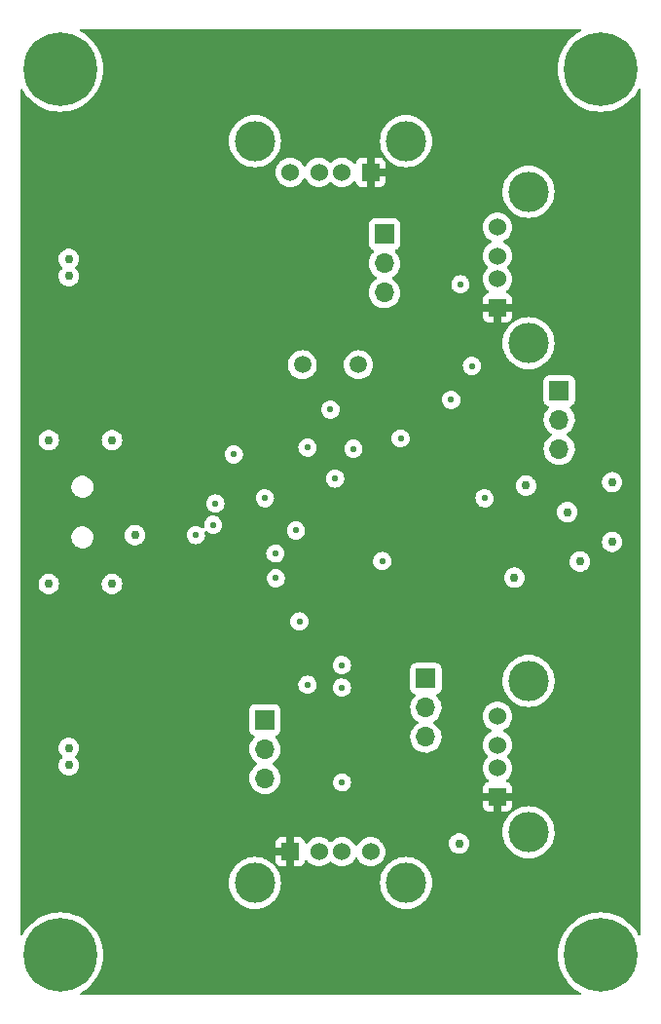
<source format=gbl>
%TF.GenerationSoftware,KiCad,Pcbnew,(6.0.5)*%
%TF.CreationDate,2024-04-12T21:31:27+02:00*%
%TF.ProjectId,TUSB2046-FS-HUB,54555342-3230-4343-962d-46532d485542,rev?*%
%TF.SameCoordinates,Original*%
%TF.FileFunction,Copper,L4,Bot*%
%TF.FilePolarity,Positive*%
%FSLAX46Y46*%
G04 Gerber Fmt 4.6, Leading zero omitted, Abs format (unit mm)*
G04 Created by KiCad (PCBNEW (6.0.5)) date 2024-04-12 21:31:27*
%MOMM*%
%LPD*%
G01*
G04 APERTURE LIST*
%TA.AperFunction,ComponentPad*%
%ADD10R,1.524000X1.524000*%
%TD*%
%TA.AperFunction,ComponentPad*%
%ADD11C,1.524000*%
%TD*%
%TA.AperFunction,ComponentPad*%
%ADD12C,3.500000*%
%TD*%
%TA.AperFunction,ComponentPad*%
%ADD13C,6.400000*%
%TD*%
%TA.AperFunction,ComponentPad*%
%ADD14C,1.500000*%
%TD*%
%TA.AperFunction,ComponentPad*%
%ADD15R,1.700000X1.700000*%
%TD*%
%TA.AperFunction,ComponentPad*%
%ADD16O,1.700000X1.700000*%
%TD*%
%TA.AperFunction,ViaPad*%
%ADD17C,0.560000*%
%TD*%
%TA.AperFunction,ViaPad*%
%ADD18C,0.760000*%
%TD*%
G04 APERTURE END LIST*
D10*
%TO.P,J5,1,VBUS*%
%TO.N,+5V*%
X149000000Y-122022500D03*
D11*
%TO.P,J5,2,D-*%
%TO.N,Net-(J5-Pad2)*%
X151500000Y-122022500D03*
%TO.P,J5,3,D+*%
%TO.N,Net-(J5-Pad3)*%
X153500000Y-122022500D03*
%TO.P,J5,4,GND*%
%TO.N,GND*%
X156000000Y-122022500D03*
D12*
%TO.P,J5,5,Shield*%
X159070000Y-124732500D03*
X145930000Y-124732500D03*
%TD*%
D13*
%TO.P,H1,1,1*%
%TO.N,GND*%
X176000000Y-54000000D03*
%TD*%
%TO.P,H4,1,1*%
%TO.N,GND*%
X129000000Y-54000000D03*
%TD*%
%TO.P,H3,1,1*%
%TO.N,GND*%
X129000000Y-131000000D03*
%TD*%
D14*
%TO.P,Y1,1,1*%
%TO.N,/XTAL1*%
X150050000Y-79700000D03*
%TO.P,Y1,2,2*%
%TO.N,Net-(C13-Pad1)*%
X154930000Y-79700000D03*
%TD*%
D10*
%TO.P,J4,1,VBUS*%
%TO.N,+5V*%
X167022500Y-117250000D03*
D11*
%TO.P,J4,2,D-*%
%TO.N,Net-(R5-Pad2)*%
X167022500Y-114750000D03*
%TO.P,J4,3,D+*%
%TO.N,Net-(J4-Pad3)*%
X167022500Y-112750000D03*
%TO.P,J4,4,GND*%
%TO.N,GND*%
X167022500Y-110250000D03*
D12*
%TO.P,J4,5,Shield*%
X169732500Y-107180000D03*
X169732500Y-120320000D03*
%TD*%
D13*
%TO.P,H2,1,1*%
%TO.N,GND*%
X176000000Y-131000000D03*
%TD*%
D15*
%TO.P,J6,1,Pin_1*%
%TO.N,Net-(J6-Pad1)*%
X160800000Y-106975000D03*
D16*
%TO.P,J6,2,Pin_2*%
%TO.N,Net-(J6-Pad2)*%
X160800000Y-109515000D03*
%TO.P,J6,3,Pin_3*%
%TO.N,GND*%
X160800000Y-112055000D03*
%TD*%
D10*
%TO.P,J2,1,VBUS*%
%TO.N,+5V*%
X156000000Y-62977500D03*
D11*
%TO.P,J2,2,D-*%
%TO.N,Net-(J2-Pad2)*%
X153500000Y-62977500D03*
%TO.P,J2,3,D+*%
%TO.N,Net-(J2-Pad3)*%
X151500000Y-62977500D03*
%TO.P,J2,4,GND*%
%TO.N,GND*%
X149000000Y-62977500D03*
D12*
%TO.P,J2,5,Shield*%
X145930000Y-60267500D03*
X159070000Y-60267500D03*
%TD*%
D15*
%TO.P,J7,1,Pin_1*%
%TO.N,Net-(J7-Pad1)*%
X146800000Y-110560000D03*
D16*
%TO.P,J7,2,Pin_2*%
%TO.N,Net-(J7-Pad2)*%
X146800000Y-113100000D03*
%TO.P,J7,3,Pin_3*%
%TO.N,GND*%
X146800000Y-115640000D03*
%TD*%
D10*
%TO.P,J3,1,VBUS*%
%TO.N,+5V*%
X167022500Y-74750000D03*
D11*
%TO.P,J3,2,D-*%
%TO.N,Net-(J3-Pad2)*%
X167022500Y-72250000D03*
%TO.P,J3,3,D+*%
%TO.N,Net-(J3-Pad3)*%
X167022500Y-70250000D03*
%TO.P,J3,4,GND*%
%TO.N,GND*%
X167022500Y-67750000D03*
D12*
%TO.P,J3,5,Shield*%
X169732500Y-77820000D03*
X169732500Y-64680000D03*
%TD*%
D15*
%TO.P,J9,1,Pin_1*%
%TO.N,Net-(J9-Pad1)*%
X172400000Y-81960000D03*
D16*
%TO.P,J9,2,Pin_2*%
%TO.N,Net-(J9-Pad2)*%
X172400000Y-84500000D03*
%TO.P,J9,3,Pin_3*%
%TO.N,GND*%
X172400000Y-87040000D03*
%TD*%
D15*
%TO.P,J8,1,Pin_1*%
%TO.N,Net-(J8-Pad1)*%
X157200000Y-68360000D03*
D16*
%TO.P,J8,2,Pin_2*%
%TO.N,Net-(J8-Pad2)*%
X157200000Y-70900000D03*
%TO.P,J8,3,Pin_3*%
%TO.N,GND*%
X157200000Y-73440000D03*
%TD*%
D17*
%TO.N,GND*%
X150500000Y-107500000D03*
X147750000Y-98250000D03*
X153500000Y-116000000D03*
X153500000Y-107750000D03*
X157000000Y-96750000D03*
X163000000Y-82750000D03*
D18*
X129750000Y-114500000D03*
X174200000Y-96800000D03*
D17*
X163800000Y-72700000D03*
D18*
X135500000Y-94500000D03*
D17*
X142300000Y-93600000D03*
X149500000Y-94100000D03*
D18*
X129750000Y-113000000D03*
X133500000Y-86250000D03*
X163700000Y-121300000D03*
D17*
X152500000Y-83600000D03*
D18*
X169500000Y-90200000D03*
X128000000Y-98750000D03*
X129750000Y-70500000D03*
X128000000Y-86250000D03*
X168500000Y-98200000D03*
D17*
X158600000Y-86100000D03*
X142500000Y-91750000D03*
X152900000Y-89600000D03*
X150500000Y-86900000D03*
D18*
X133500000Y-98750000D03*
X129750000Y-72000000D03*
D17*
X164800000Y-79800000D03*
D18*
%TO.N,+5V*%
X164200000Y-64700000D03*
X140250000Y-72000000D03*
X140250000Y-114500000D03*
X171300000Y-96600000D03*
X135000000Y-90000000D03*
X145800000Y-65900000D03*
X140250000Y-113000000D03*
X140250000Y-70500000D03*
D17*
%TO.N,+3V3*%
X146800000Y-91300000D03*
D18*
X177000000Y-95100000D03*
X173100000Y-92500000D03*
D17*
X153500000Y-105800000D03*
X165900000Y-91300000D03*
X144100000Y-87500000D03*
X149800000Y-102000000D03*
X140800000Y-94500000D03*
X147700000Y-96100000D03*
X154500000Y-87000000D03*
D18*
X177000000Y-89900000D03*
%TD*%
%TA.AperFunction,Conductor*%
%TO.N,+5V*%
G36*
X174227076Y-50528502D02*
G01*
X174273569Y-50582158D01*
X174283673Y-50652432D01*
X174254179Y-50717012D01*
X174216158Y-50746767D01*
X174146147Y-50782439D01*
X174146140Y-50782443D01*
X174143206Y-50783938D01*
X173817207Y-50995643D01*
X173515124Y-51240266D01*
X173240266Y-51515124D01*
X172995643Y-51817207D01*
X172783938Y-52143206D01*
X172782443Y-52146140D01*
X172782439Y-52146147D01*
X172608966Y-52486607D01*
X172607468Y-52489547D01*
X172468167Y-52852438D01*
X172367562Y-53227901D01*
X172306754Y-53611824D01*
X172286411Y-54000000D01*
X172306754Y-54388176D01*
X172367562Y-54772099D01*
X172468167Y-55147562D01*
X172607468Y-55510453D01*
X172608966Y-55513393D01*
X172720468Y-55732227D01*
X172783938Y-55856794D01*
X172995643Y-56182793D01*
X173240266Y-56484876D01*
X173515124Y-56759734D01*
X173817207Y-57004357D01*
X174143205Y-57216062D01*
X174146139Y-57217557D01*
X174146146Y-57217561D01*
X174486607Y-57391034D01*
X174489547Y-57392532D01*
X174852438Y-57531833D01*
X175227901Y-57632438D01*
X175431793Y-57664732D01*
X175608576Y-57692732D01*
X175608584Y-57692733D01*
X175611824Y-57693246D01*
X176000000Y-57713589D01*
X176388176Y-57693246D01*
X176391416Y-57692733D01*
X176391424Y-57692732D01*
X176568207Y-57664732D01*
X176772099Y-57632438D01*
X177147562Y-57531833D01*
X177510453Y-57392532D01*
X177513393Y-57391034D01*
X177853854Y-57217561D01*
X177853861Y-57217557D01*
X177856795Y-57216062D01*
X178182793Y-57004357D01*
X178484876Y-56759734D01*
X178759734Y-56484876D01*
X179004357Y-56182793D01*
X179216062Y-55856794D01*
X179253233Y-55783842D01*
X179301981Y-55732227D01*
X179370896Y-55715161D01*
X179438098Y-55738062D01*
X179482250Y-55793659D01*
X179491500Y-55841045D01*
X179491500Y-129158955D01*
X179471498Y-129227076D01*
X179417842Y-129273569D01*
X179347568Y-129283673D01*
X179282988Y-129254179D01*
X179253233Y-129216158D01*
X179217561Y-129146147D01*
X179217557Y-129146140D01*
X179216062Y-129143206D01*
X179004357Y-128817207D01*
X178759734Y-128515124D01*
X178484876Y-128240266D01*
X178182793Y-127995643D01*
X177856795Y-127783938D01*
X177853861Y-127782443D01*
X177853854Y-127782439D01*
X177513393Y-127608966D01*
X177510453Y-127607468D01*
X177147562Y-127468167D01*
X176772099Y-127367562D01*
X176568207Y-127335268D01*
X176391424Y-127307268D01*
X176391416Y-127307267D01*
X176388176Y-127306754D01*
X176000000Y-127286411D01*
X175611824Y-127306754D01*
X175608584Y-127307267D01*
X175608576Y-127307268D01*
X175431793Y-127335268D01*
X175227901Y-127367562D01*
X174852438Y-127468167D01*
X174489547Y-127607468D01*
X174486607Y-127608966D01*
X174146147Y-127782439D01*
X174146140Y-127782443D01*
X174143206Y-127783938D01*
X173817207Y-127995643D01*
X173515124Y-128240266D01*
X173240266Y-128515124D01*
X172995643Y-128817207D01*
X172783938Y-129143206D01*
X172782443Y-129146140D01*
X172782439Y-129146147D01*
X172712366Y-129283673D01*
X172607468Y-129489547D01*
X172468167Y-129852438D01*
X172367562Y-130227901D01*
X172306754Y-130611824D01*
X172286411Y-131000000D01*
X172306754Y-131388176D01*
X172367562Y-131772099D01*
X172468167Y-132147562D01*
X172607468Y-132510453D01*
X172608966Y-132513393D01*
X172624290Y-132543467D01*
X172783938Y-132856794D01*
X172995643Y-133182793D01*
X173240266Y-133484876D01*
X173515124Y-133759734D01*
X173817207Y-134004357D01*
X174143205Y-134216062D01*
X174146139Y-134217557D01*
X174146146Y-134217561D01*
X174216157Y-134253233D01*
X174267772Y-134301981D01*
X174284838Y-134370896D01*
X174261937Y-134438098D01*
X174206340Y-134482250D01*
X174158954Y-134491500D01*
X130841046Y-134491500D01*
X130772925Y-134471498D01*
X130726432Y-134417842D01*
X130716328Y-134347568D01*
X130745822Y-134282988D01*
X130783843Y-134253233D01*
X130853854Y-134217561D01*
X130853861Y-134217557D01*
X130856795Y-134216062D01*
X131182793Y-134004357D01*
X131484876Y-133759734D01*
X131759734Y-133484876D01*
X132004357Y-133182793D01*
X132216062Y-132856794D01*
X132375711Y-132543467D01*
X132391034Y-132513393D01*
X132392532Y-132510453D01*
X132531833Y-132147562D01*
X132632438Y-131772099D01*
X132693246Y-131388176D01*
X132713589Y-131000000D01*
X132693246Y-130611824D01*
X132632438Y-130227901D01*
X132531833Y-129852438D01*
X132392532Y-129489547D01*
X132287634Y-129283673D01*
X132217561Y-129146147D01*
X132217557Y-129146140D01*
X132216062Y-129143206D01*
X132004357Y-128817207D01*
X131759734Y-128515124D01*
X131484876Y-128240266D01*
X131182793Y-127995643D01*
X130856795Y-127783938D01*
X130853861Y-127782443D01*
X130853854Y-127782439D01*
X130513393Y-127608966D01*
X130510453Y-127607468D01*
X130147562Y-127468167D01*
X129772099Y-127367562D01*
X129568207Y-127335268D01*
X129391424Y-127307268D01*
X129391416Y-127307267D01*
X129388176Y-127306754D01*
X129000000Y-127286411D01*
X128611824Y-127306754D01*
X128608584Y-127307267D01*
X128608576Y-127307268D01*
X128431793Y-127335268D01*
X128227901Y-127367562D01*
X127852438Y-127468167D01*
X127489547Y-127607468D01*
X127486607Y-127608966D01*
X127146147Y-127782439D01*
X127146140Y-127782443D01*
X127143206Y-127783938D01*
X126817207Y-127995643D01*
X126515124Y-128240266D01*
X126240266Y-128515124D01*
X125995643Y-128817207D01*
X125783938Y-129143206D01*
X125782443Y-129146140D01*
X125782439Y-129146147D01*
X125746767Y-129216158D01*
X125698019Y-129267773D01*
X125629104Y-129284839D01*
X125561902Y-129261938D01*
X125517750Y-129206341D01*
X125508500Y-129158955D01*
X125508500Y-124732500D01*
X143666654Y-124732500D01*
X143686017Y-125027926D01*
X143743776Y-125318297D01*
X143838941Y-125598645D01*
X143969885Y-125864173D01*
X144134367Y-126110338D01*
X144137081Y-126113432D01*
X144137085Y-126113438D01*
X144326864Y-126329838D01*
X144329573Y-126332927D01*
X144332662Y-126335636D01*
X144549062Y-126525415D01*
X144549068Y-126525419D01*
X144552162Y-126528133D01*
X144555588Y-126530422D01*
X144555593Y-126530426D01*
X144739405Y-126653244D01*
X144798327Y-126692615D01*
X144802026Y-126694439D01*
X144802031Y-126694442D01*
X144938313Y-126761648D01*
X145063855Y-126823559D01*
X145067760Y-126824884D01*
X145067761Y-126824885D01*
X145340290Y-126917396D01*
X145340294Y-126917397D01*
X145344203Y-126918724D01*
X145348247Y-126919528D01*
X145348253Y-126919530D01*
X145630535Y-126975680D01*
X145630541Y-126975681D01*
X145634574Y-126976483D01*
X145638679Y-126976752D01*
X145638686Y-126976753D01*
X145925881Y-126995576D01*
X145930000Y-126995846D01*
X145934119Y-126995576D01*
X146221314Y-126976753D01*
X146221321Y-126976752D01*
X146225426Y-126976483D01*
X146229459Y-126975681D01*
X146229465Y-126975680D01*
X146511747Y-126919530D01*
X146511753Y-126919528D01*
X146515797Y-126918724D01*
X146519706Y-126917397D01*
X146519710Y-126917396D01*
X146792239Y-126824885D01*
X146792240Y-126824884D01*
X146796145Y-126823559D01*
X146921687Y-126761648D01*
X147057969Y-126694442D01*
X147057974Y-126694439D01*
X147061673Y-126692615D01*
X147120595Y-126653244D01*
X147304407Y-126530426D01*
X147304412Y-126530422D01*
X147307838Y-126528133D01*
X147310932Y-126525419D01*
X147310938Y-126525415D01*
X147527338Y-126335636D01*
X147530427Y-126332927D01*
X147533136Y-126329838D01*
X147722915Y-126113438D01*
X147722919Y-126113432D01*
X147725633Y-126110338D01*
X147890115Y-125864173D01*
X148021059Y-125598645D01*
X148116224Y-125318297D01*
X148173983Y-125027926D01*
X148193346Y-124732500D01*
X156806654Y-124732500D01*
X156826017Y-125027926D01*
X156883776Y-125318297D01*
X156978941Y-125598645D01*
X157109885Y-125864173D01*
X157274367Y-126110338D01*
X157277081Y-126113432D01*
X157277085Y-126113438D01*
X157466864Y-126329838D01*
X157469573Y-126332927D01*
X157472662Y-126335636D01*
X157689062Y-126525415D01*
X157689068Y-126525419D01*
X157692162Y-126528133D01*
X157695588Y-126530422D01*
X157695593Y-126530426D01*
X157879405Y-126653244D01*
X157938327Y-126692615D01*
X157942026Y-126694439D01*
X157942031Y-126694442D01*
X158078313Y-126761648D01*
X158203855Y-126823559D01*
X158207760Y-126824884D01*
X158207761Y-126824885D01*
X158480290Y-126917396D01*
X158480294Y-126917397D01*
X158484203Y-126918724D01*
X158488247Y-126919528D01*
X158488253Y-126919530D01*
X158770535Y-126975680D01*
X158770541Y-126975681D01*
X158774574Y-126976483D01*
X158778679Y-126976752D01*
X158778686Y-126976753D01*
X159065881Y-126995576D01*
X159070000Y-126995846D01*
X159074119Y-126995576D01*
X159361314Y-126976753D01*
X159361321Y-126976752D01*
X159365426Y-126976483D01*
X159369459Y-126975681D01*
X159369465Y-126975680D01*
X159651747Y-126919530D01*
X159651753Y-126919528D01*
X159655797Y-126918724D01*
X159659706Y-126917397D01*
X159659710Y-126917396D01*
X159932239Y-126824885D01*
X159932240Y-126824884D01*
X159936145Y-126823559D01*
X160061687Y-126761648D01*
X160197969Y-126694442D01*
X160197974Y-126694439D01*
X160201673Y-126692615D01*
X160260595Y-126653244D01*
X160444407Y-126530426D01*
X160444412Y-126530422D01*
X160447838Y-126528133D01*
X160450932Y-126525419D01*
X160450938Y-126525415D01*
X160667338Y-126335636D01*
X160670427Y-126332927D01*
X160673136Y-126329838D01*
X160862915Y-126113438D01*
X160862919Y-126113432D01*
X160865633Y-126110338D01*
X161030115Y-125864173D01*
X161161059Y-125598645D01*
X161256224Y-125318297D01*
X161313983Y-125027926D01*
X161333346Y-124732500D01*
X161313983Y-124437074D01*
X161256224Y-124146703D01*
X161161059Y-123866355D01*
X161030115Y-123600827D01*
X160865633Y-123354662D01*
X160862919Y-123351568D01*
X160862915Y-123351562D01*
X160673136Y-123135162D01*
X160670427Y-123132073D01*
X160519231Y-122999477D01*
X160450938Y-122939585D01*
X160450932Y-122939581D01*
X160447838Y-122936867D01*
X160444412Y-122934578D01*
X160444407Y-122934574D01*
X160205106Y-122774679D01*
X160201673Y-122772385D01*
X160197974Y-122770561D01*
X160197969Y-122770558D01*
X159983279Y-122664685D01*
X159936145Y-122641441D01*
X159932239Y-122640115D01*
X159659710Y-122547604D01*
X159659706Y-122547603D01*
X159655797Y-122546276D01*
X159651753Y-122545472D01*
X159651747Y-122545470D01*
X159369465Y-122489320D01*
X159369459Y-122489319D01*
X159365426Y-122488517D01*
X159361321Y-122488248D01*
X159361314Y-122488247D01*
X159074119Y-122469424D01*
X159070000Y-122469154D01*
X159065881Y-122469424D01*
X158778686Y-122488247D01*
X158778679Y-122488248D01*
X158774574Y-122488517D01*
X158770541Y-122489319D01*
X158770535Y-122489320D01*
X158488253Y-122545470D01*
X158488247Y-122545472D01*
X158484203Y-122546276D01*
X158480294Y-122547603D01*
X158480290Y-122547604D01*
X158207761Y-122640115D01*
X158203855Y-122641441D01*
X158156721Y-122664685D01*
X157942031Y-122770558D01*
X157942026Y-122770561D01*
X157938327Y-122772385D01*
X157934894Y-122774679D01*
X157695593Y-122934574D01*
X157695588Y-122934578D01*
X157692162Y-122936867D01*
X157689068Y-122939581D01*
X157689062Y-122939585D01*
X157620769Y-122999477D01*
X157469573Y-123132073D01*
X157466864Y-123135162D01*
X157277085Y-123351562D01*
X157277081Y-123351568D01*
X157274367Y-123354662D01*
X157109885Y-123600827D01*
X156978941Y-123866355D01*
X156883776Y-124146703D01*
X156826017Y-124437074D01*
X156806654Y-124732500D01*
X148193346Y-124732500D01*
X148173983Y-124437074D01*
X148116224Y-124146703D01*
X148021059Y-123866355D01*
X147890115Y-123600827D01*
X147725633Y-123354662D01*
X147722919Y-123351568D01*
X147722915Y-123351562D01*
X147705829Y-123332080D01*
X147691723Y-123301674D01*
X147678479Y-123296742D01*
X147659200Y-123278910D01*
X147533136Y-123135162D01*
X147530427Y-123132073D01*
X147379231Y-122999477D01*
X147310938Y-122939585D01*
X147310932Y-122939581D01*
X147307838Y-122936867D01*
X147304412Y-122934578D01*
X147304407Y-122934574D01*
X147146656Y-122829169D01*
X147730001Y-122829169D01*
X147730371Y-122835990D01*
X147735895Y-122886852D01*
X147739521Y-122902104D01*
X147784676Y-123022554D01*
X147793214Y-123038149D01*
X147854758Y-123120267D01*
X147862507Y-123141008D01*
X147868050Y-123142600D01*
X147876126Y-123148176D01*
X147984351Y-123229286D01*
X147999946Y-123237824D01*
X148120394Y-123282978D01*
X148135649Y-123286605D01*
X148186514Y-123292131D01*
X148193328Y-123292500D01*
X148656885Y-123292500D01*
X148672124Y-123288025D01*
X148673329Y-123286635D01*
X148675000Y-123278952D01*
X148675000Y-123274384D01*
X149325000Y-123274384D01*
X149329475Y-123289623D01*
X149330865Y-123290828D01*
X149338548Y-123292499D01*
X149806669Y-123292499D01*
X149813490Y-123292129D01*
X149864352Y-123286605D01*
X149879604Y-123282979D01*
X150000054Y-123237824D01*
X150015649Y-123229286D01*
X150117724Y-123152785D01*
X150130285Y-123140224D01*
X150206786Y-123038149D01*
X150215324Y-123022554D01*
X150260478Y-122902106D01*
X150264105Y-122886851D01*
X150266869Y-122861414D01*
X150294112Y-122795852D01*
X150352475Y-122755426D01*
X150423429Y-122752972D01*
X150484447Y-122789268D01*
X150495340Y-122802746D01*
X150523023Y-122842281D01*
X150680219Y-122999477D01*
X150684727Y-123002634D01*
X150684730Y-123002636D01*
X150713176Y-123022554D01*
X150862323Y-123126988D01*
X150867305Y-123129311D01*
X150867310Y-123129314D01*
X151058822Y-123218617D01*
X151063804Y-123220940D01*
X151069112Y-123222362D01*
X151069114Y-123222363D01*
X151094951Y-123229286D01*
X151278537Y-123278478D01*
X151500000Y-123297853D01*
X151721463Y-123278478D01*
X151905049Y-123229286D01*
X151930886Y-123222363D01*
X151930888Y-123222362D01*
X151936196Y-123220940D01*
X151941178Y-123218617D01*
X152132690Y-123129314D01*
X152132695Y-123129311D01*
X152137677Y-123126988D01*
X152286824Y-123022554D01*
X152315270Y-123002636D01*
X152315273Y-123002634D01*
X152319781Y-122999477D01*
X152410905Y-122908353D01*
X152473217Y-122874327D01*
X152544032Y-122879392D01*
X152589095Y-122908353D01*
X152680219Y-122999477D01*
X152684727Y-123002634D01*
X152684730Y-123002636D01*
X152713176Y-123022554D01*
X152862323Y-123126988D01*
X152867305Y-123129311D01*
X152867310Y-123129314D01*
X153058822Y-123218617D01*
X153063804Y-123220940D01*
X153069112Y-123222362D01*
X153069114Y-123222363D01*
X153094951Y-123229286D01*
X153278537Y-123278478D01*
X153500000Y-123297853D01*
X153721463Y-123278478D01*
X153905049Y-123229286D01*
X153930886Y-123222363D01*
X153930888Y-123222362D01*
X153936196Y-123220940D01*
X153941178Y-123218617D01*
X154132690Y-123129314D01*
X154132695Y-123129311D01*
X154137677Y-123126988D01*
X154286824Y-123022554D01*
X154315270Y-123002636D01*
X154315273Y-123002634D01*
X154319781Y-122999477D01*
X154476977Y-122842281D01*
X154524313Y-122774679D01*
X154601331Y-122664685D01*
X154601332Y-122664683D01*
X154604488Y-122660176D01*
X154606811Y-122655194D01*
X154606814Y-122655189D01*
X154635805Y-122593017D01*
X154682723Y-122539732D01*
X154751000Y-122520271D01*
X154818960Y-122540813D01*
X154864195Y-122593017D01*
X154893186Y-122655189D01*
X154893189Y-122655194D01*
X154895512Y-122660176D01*
X154898668Y-122664683D01*
X154898669Y-122664685D01*
X154975688Y-122774679D01*
X155023023Y-122842281D01*
X155180219Y-122999477D01*
X155184727Y-123002634D01*
X155184730Y-123002636D01*
X155213176Y-123022554D01*
X155362323Y-123126988D01*
X155367305Y-123129311D01*
X155367310Y-123129314D01*
X155558822Y-123218617D01*
X155563804Y-123220940D01*
X155569112Y-123222362D01*
X155569114Y-123222363D01*
X155594951Y-123229286D01*
X155778537Y-123278478D01*
X156000000Y-123297853D01*
X156221463Y-123278478D01*
X156405049Y-123229286D01*
X156430886Y-123222363D01*
X156430888Y-123222362D01*
X156436196Y-123220940D01*
X156441178Y-123218617D01*
X156632690Y-123129314D01*
X156632695Y-123129311D01*
X156637677Y-123126988D01*
X156786824Y-123022554D01*
X156815270Y-123002636D01*
X156815273Y-123002634D01*
X156819781Y-122999477D01*
X156976977Y-122842281D01*
X157024313Y-122774679D01*
X157101331Y-122664685D01*
X157101332Y-122664683D01*
X157104488Y-122660176D01*
X157106811Y-122655194D01*
X157106814Y-122655189D01*
X157196117Y-122463678D01*
X157196118Y-122463677D01*
X157198440Y-122458696D01*
X157255978Y-122243963D01*
X157275353Y-122022500D01*
X157255978Y-121801037D01*
X157198440Y-121586304D01*
X157160148Y-121504187D01*
X157106814Y-121389811D01*
X157106811Y-121389806D01*
X157104488Y-121384824D01*
X157045094Y-121300000D01*
X162806606Y-121300000D01*
X162807296Y-121306565D01*
X162815048Y-121380315D01*
X162826129Y-121485747D01*
X162828169Y-121492025D01*
X162828169Y-121492026D01*
X162832472Y-121505268D01*
X162883844Y-121663376D01*
X162887147Y-121669098D01*
X162887148Y-121669099D01*
X162905530Y-121700938D01*
X162977229Y-121825124D01*
X162981647Y-121830031D01*
X162981648Y-121830032D01*
X163063041Y-121920427D01*
X163102203Y-121963921D01*
X163253303Y-122073702D01*
X163259331Y-122076386D01*
X163259333Y-122076387D01*
X163352632Y-122117926D01*
X163423926Y-122149668D01*
X163515270Y-122169084D01*
X163600158Y-122187128D01*
X163600163Y-122187128D01*
X163606615Y-122188500D01*
X163793385Y-122188500D01*
X163799837Y-122187128D01*
X163799842Y-122187128D01*
X163884730Y-122169084D01*
X163976074Y-122149668D01*
X164047368Y-122117926D01*
X164140667Y-122076387D01*
X164140669Y-122076386D01*
X164146697Y-122073702D01*
X164297797Y-121963921D01*
X164336960Y-121920427D01*
X164418352Y-121830032D01*
X164418353Y-121830031D01*
X164422771Y-121825124D01*
X164494470Y-121700938D01*
X164512852Y-121669099D01*
X164512853Y-121669098D01*
X164516156Y-121663376D01*
X164567528Y-121505268D01*
X164571831Y-121492026D01*
X164571831Y-121492025D01*
X164573871Y-121485747D01*
X164584953Y-121380315D01*
X164592704Y-121306565D01*
X164593394Y-121300000D01*
X164573871Y-121114253D01*
X164516156Y-120936624D01*
X164505411Y-120918012D01*
X164426074Y-120780597D01*
X164422771Y-120774876D01*
X164411196Y-120762021D01*
X164302212Y-120640982D01*
X164302210Y-120640981D01*
X164297797Y-120636079D01*
X164146697Y-120526298D01*
X164140669Y-120523614D01*
X164140667Y-120523613D01*
X163982105Y-120453017D01*
X163982104Y-120453017D01*
X163976074Y-120450332D01*
X163884729Y-120430916D01*
X163799842Y-120412872D01*
X163799837Y-120412872D01*
X163793385Y-120411500D01*
X163606615Y-120411500D01*
X163600163Y-120412872D01*
X163600158Y-120412872D01*
X163515271Y-120430916D01*
X163423926Y-120450332D01*
X163417896Y-120453017D01*
X163417895Y-120453017D01*
X163259333Y-120523613D01*
X163259331Y-120523614D01*
X163253303Y-120526298D01*
X163102203Y-120636079D01*
X163097790Y-120640981D01*
X163097788Y-120640982D01*
X162988804Y-120762021D01*
X162977229Y-120774876D01*
X162973926Y-120780597D01*
X162894590Y-120918012D01*
X162883844Y-120936624D01*
X162826129Y-121114253D01*
X162806606Y-121300000D01*
X157045094Y-121300000D01*
X157018385Y-121261856D01*
X156980136Y-121207230D01*
X156980134Y-121207227D01*
X156976977Y-121202719D01*
X156819781Y-121045523D01*
X156815273Y-121042366D01*
X156815270Y-121042364D01*
X156673233Y-120942909D01*
X156637677Y-120918012D01*
X156632695Y-120915689D01*
X156632690Y-120915686D01*
X156441178Y-120826383D01*
X156441177Y-120826382D01*
X156436196Y-120824060D01*
X156430888Y-120822638D01*
X156430886Y-120822637D01*
X156365051Y-120804997D01*
X156221463Y-120766522D01*
X156000000Y-120747147D01*
X155778537Y-120766522D01*
X155634949Y-120804997D01*
X155569114Y-120822637D01*
X155569112Y-120822638D01*
X155563804Y-120824060D01*
X155558823Y-120826382D01*
X155558822Y-120826383D01*
X155367311Y-120915686D01*
X155367306Y-120915689D01*
X155362324Y-120918012D01*
X155357817Y-120921168D01*
X155357815Y-120921169D01*
X155184730Y-121042364D01*
X155184727Y-121042366D01*
X155180219Y-121045523D01*
X155023023Y-121202719D01*
X155019866Y-121207227D01*
X155019864Y-121207230D01*
X154981615Y-121261856D01*
X154895512Y-121384824D01*
X154893189Y-121389806D01*
X154893186Y-121389811D01*
X154864195Y-121451983D01*
X154817277Y-121505268D01*
X154749000Y-121524729D01*
X154681040Y-121504187D01*
X154635805Y-121451983D01*
X154606814Y-121389811D01*
X154606811Y-121389806D01*
X154604488Y-121384824D01*
X154518385Y-121261856D01*
X154480136Y-121207230D01*
X154480134Y-121207227D01*
X154476977Y-121202719D01*
X154319781Y-121045523D01*
X154315273Y-121042366D01*
X154315270Y-121042364D01*
X154173233Y-120942909D01*
X154137677Y-120918012D01*
X154132695Y-120915689D01*
X154132690Y-120915686D01*
X153941178Y-120826383D01*
X153941177Y-120826382D01*
X153936196Y-120824060D01*
X153930888Y-120822638D01*
X153930886Y-120822637D01*
X153865051Y-120804997D01*
X153721463Y-120766522D01*
X153500000Y-120747147D01*
X153278537Y-120766522D01*
X153134949Y-120804997D01*
X153069114Y-120822637D01*
X153069112Y-120822638D01*
X153063804Y-120824060D01*
X153058823Y-120826382D01*
X153058822Y-120826383D01*
X152867311Y-120915686D01*
X152867306Y-120915689D01*
X152862324Y-120918012D01*
X152857817Y-120921168D01*
X152857815Y-120921169D01*
X152684730Y-121042364D01*
X152684727Y-121042366D01*
X152680219Y-121045523D01*
X152589095Y-121136647D01*
X152526783Y-121170673D01*
X152455968Y-121165608D01*
X152410905Y-121136647D01*
X152319781Y-121045523D01*
X152315273Y-121042366D01*
X152315270Y-121042364D01*
X152173233Y-120942909D01*
X152137677Y-120918012D01*
X152132695Y-120915689D01*
X152132690Y-120915686D01*
X151941178Y-120826383D01*
X151941177Y-120826382D01*
X151936196Y-120824060D01*
X151930888Y-120822638D01*
X151930886Y-120822637D01*
X151865051Y-120804997D01*
X151721463Y-120766522D01*
X151500000Y-120747147D01*
X151278537Y-120766522D01*
X151134949Y-120804997D01*
X151069114Y-120822637D01*
X151069112Y-120822638D01*
X151063804Y-120824060D01*
X151058823Y-120826382D01*
X151058822Y-120826383D01*
X150867311Y-120915686D01*
X150867306Y-120915689D01*
X150862324Y-120918012D01*
X150857817Y-120921168D01*
X150857815Y-120921169D01*
X150684730Y-121042364D01*
X150684727Y-121042366D01*
X150680219Y-121045523D01*
X150523023Y-121202719D01*
X150519865Y-121207229D01*
X150519860Y-121207235D01*
X150495344Y-121242248D01*
X150439887Y-121286577D01*
X150369268Y-121293886D01*
X150305908Y-121261856D01*
X150269922Y-121200655D01*
X150266868Y-121183584D01*
X150264105Y-121158148D01*
X150260479Y-121142896D01*
X150215324Y-121022446D01*
X150206786Y-121006851D01*
X150130285Y-120904776D01*
X150117724Y-120892215D01*
X150015649Y-120815714D01*
X150000054Y-120807176D01*
X149879606Y-120762022D01*
X149864351Y-120758395D01*
X149813486Y-120752869D01*
X149806672Y-120752500D01*
X149343115Y-120752500D01*
X149327876Y-120756975D01*
X149326671Y-120758365D01*
X149325000Y-120766048D01*
X149325000Y-123274384D01*
X148675000Y-123274384D01*
X148675000Y-122365615D01*
X148670525Y-122350376D01*
X148669135Y-122349171D01*
X148661452Y-122347500D01*
X147748116Y-122347500D01*
X147732877Y-122351975D01*
X147731672Y-122353365D01*
X147730001Y-122361048D01*
X147730001Y-122829169D01*
X147146656Y-122829169D01*
X147065106Y-122774679D01*
X147061673Y-122772385D01*
X147057974Y-122770561D01*
X147057969Y-122770558D01*
X146843279Y-122664685D01*
X146796145Y-122641441D01*
X146792239Y-122640115D01*
X146519710Y-122547604D01*
X146519706Y-122547603D01*
X146515797Y-122546276D01*
X146511753Y-122545472D01*
X146511747Y-122545470D01*
X146229465Y-122489320D01*
X146229459Y-122489319D01*
X146225426Y-122488517D01*
X146221321Y-122488248D01*
X146221314Y-122488247D01*
X145934119Y-122469424D01*
X145930000Y-122469154D01*
X145925881Y-122469424D01*
X145638686Y-122488247D01*
X145638679Y-122488248D01*
X145634574Y-122488517D01*
X145630541Y-122489319D01*
X145630535Y-122489320D01*
X145348253Y-122545470D01*
X145348247Y-122545472D01*
X145344203Y-122546276D01*
X145340294Y-122547603D01*
X145340290Y-122547604D01*
X145067761Y-122640115D01*
X145063855Y-122641441D01*
X145016721Y-122664685D01*
X144802031Y-122770558D01*
X144802026Y-122770561D01*
X144798327Y-122772385D01*
X144794894Y-122774679D01*
X144555593Y-122934574D01*
X144555588Y-122934578D01*
X144552162Y-122936867D01*
X144549068Y-122939581D01*
X144549062Y-122939585D01*
X144480769Y-122999477D01*
X144329573Y-123132073D01*
X144326864Y-123135162D01*
X144137085Y-123351562D01*
X144137081Y-123351568D01*
X144134367Y-123354662D01*
X143969885Y-123600827D01*
X143838941Y-123866355D01*
X143743776Y-124146703D01*
X143686017Y-124437074D01*
X143666654Y-124732500D01*
X125508500Y-124732500D01*
X125508500Y-121679385D01*
X147730000Y-121679385D01*
X147734475Y-121694624D01*
X147735865Y-121695829D01*
X147743548Y-121697500D01*
X148656885Y-121697500D01*
X148672124Y-121693025D01*
X148673329Y-121691635D01*
X148675000Y-121683952D01*
X148675000Y-120770616D01*
X148670525Y-120755377D01*
X148669135Y-120754172D01*
X148661452Y-120752501D01*
X148193331Y-120752501D01*
X148186510Y-120752871D01*
X148135648Y-120758395D01*
X148120396Y-120762021D01*
X147999946Y-120807176D01*
X147984351Y-120815714D01*
X147882276Y-120892215D01*
X147869715Y-120904776D01*
X147793214Y-121006851D01*
X147784676Y-121022446D01*
X147739522Y-121142894D01*
X147735895Y-121158149D01*
X147730369Y-121209014D01*
X147730000Y-121215828D01*
X147730000Y-121679385D01*
X125508500Y-121679385D01*
X125508500Y-120320000D01*
X167469154Y-120320000D01*
X167469424Y-120324119D01*
X167482930Y-120530179D01*
X167488517Y-120615426D01*
X167489319Y-120619459D01*
X167489320Y-120619465D01*
X167528357Y-120815714D01*
X167546276Y-120905797D01*
X167547603Y-120909706D01*
X167547604Y-120909710D01*
X167617037Y-121114253D01*
X167641441Y-121186145D01*
X167652719Y-121209014D01*
X167739419Y-121384824D01*
X167772385Y-121451673D01*
X167799348Y-121492026D01*
X167927589Y-121683952D01*
X167936867Y-121697838D01*
X167939581Y-121700932D01*
X167939585Y-121700938D01*
X168007805Y-121778727D01*
X168132073Y-121920427D01*
X168135162Y-121923136D01*
X168351562Y-122112915D01*
X168351568Y-122112919D01*
X168354662Y-122115633D01*
X168358088Y-122117922D01*
X168358093Y-122117926D01*
X168405599Y-122149668D01*
X168600827Y-122280115D01*
X168604526Y-122281939D01*
X168604531Y-122281942D01*
X168737470Y-122347500D01*
X168866355Y-122411059D01*
X168870260Y-122412384D01*
X168870261Y-122412385D01*
X169142790Y-122504896D01*
X169142794Y-122504897D01*
X169146703Y-122506224D01*
X169150747Y-122507028D01*
X169150753Y-122507030D01*
X169433035Y-122563180D01*
X169433041Y-122563181D01*
X169437074Y-122563983D01*
X169441179Y-122564252D01*
X169441186Y-122564253D01*
X169728381Y-122583076D01*
X169732500Y-122583346D01*
X169736619Y-122583076D01*
X170023814Y-122564253D01*
X170023821Y-122564252D01*
X170027926Y-122563983D01*
X170031959Y-122563181D01*
X170031965Y-122563180D01*
X170314247Y-122507030D01*
X170314253Y-122507028D01*
X170318297Y-122506224D01*
X170322206Y-122504897D01*
X170322210Y-122504896D01*
X170594739Y-122412385D01*
X170594740Y-122412384D01*
X170598645Y-122411059D01*
X170727530Y-122347500D01*
X170860469Y-122281942D01*
X170860474Y-122281939D01*
X170864173Y-122280115D01*
X171059401Y-122149668D01*
X171106907Y-122117926D01*
X171106912Y-122117922D01*
X171110338Y-122115633D01*
X171113432Y-122112919D01*
X171113438Y-122112915D01*
X171329838Y-121923136D01*
X171332927Y-121920427D01*
X171457195Y-121778727D01*
X171525415Y-121700938D01*
X171525419Y-121700932D01*
X171528133Y-121697838D01*
X171537412Y-121683952D01*
X171665652Y-121492026D01*
X171692615Y-121451673D01*
X171725582Y-121384824D01*
X171812281Y-121209014D01*
X171823559Y-121186145D01*
X171847963Y-121114253D01*
X171917396Y-120909710D01*
X171917397Y-120909706D01*
X171918724Y-120905797D01*
X171936643Y-120815714D01*
X171975680Y-120619465D01*
X171975681Y-120619459D01*
X171976483Y-120615426D01*
X171982071Y-120530179D01*
X171995576Y-120324119D01*
X171995846Y-120320000D01*
X171976483Y-120024574D01*
X171918724Y-119734203D01*
X171823559Y-119453855D01*
X171692615Y-119188327D01*
X171528133Y-118942162D01*
X171525419Y-118939068D01*
X171525415Y-118939062D01*
X171335636Y-118722662D01*
X171332927Y-118719573D01*
X171329838Y-118716864D01*
X171113438Y-118527085D01*
X171113432Y-118527081D01*
X171110338Y-118524367D01*
X171106912Y-118522078D01*
X171106907Y-118522074D01*
X170867606Y-118362179D01*
X170864173Y-118359885D01*
X170860474Y-118358061D01*
X170860469Y-118358058D01*
X170673081Y-118265649D01*
X170598645Y-118228941D01*
X170594739Y-118227615D01*
X170322210Y-118135104D01*
X170322206Y-118135103D01*
X170318297Y-118133776D01*
X170314253Y-118132972D01*
X170314247Y-118132970D01*
X170031965Y-118076820D01*
X170031959Y-118076819D01*
X170027926Y-118076017D01*
X170023821Y-118075748D01*
X170023814Y-118075747D01*
X169736619Y-118056924D01*
X169732500Y-118056654D01*
X169728381Y-118056924D01*
X169441186Y-118075747D01*
X169441179Y-118075748D01*
X169437074Y-118076017D01*
X169433041Y-118076819D01*
X169433035Y-118076820D01*
X169150753Y-118132970D01*
X169150747Y-118132972D01*
X169146703Y-118133776D01*
X169142794Y-118135103D01*
X169142790Y-118135104D01*
X168870261Y-118227615D01*
X168866355Y-118228941D01*
X168791919Y-118265649D01*
X168604531Y-118358058D01*
X168604526Y-118358061D01*
X168600827Y-118359885D01*
X168597394Y-118362179D01*
X168358093Y-118522074D01*
X168358088Y-118522078D01*
X168354662Y-118524367D01*
X168351568Y-118527081D01*
X168351562Y-118527085D01*
X168332080Y-118544171D01*
X168301674Y-118558277D01*
X168296742Y-118571521D01*
X168278910Y-118590800D01*
X168132073Y-118719573D01*
X168129364Y-118722662D01*
X167939585Y-118939062D01*
X167939581Y-118939068D01*
X167936867Y-118942162D01*
X167772385Y-119188327D01*
X167641441Y-119453855D01*
X167546276Y-119734203D01*
X167488517Y-120024574D01*
X167469154Y-120320000D01*
X125508500Y-120320000D01*
X125508500Y-118056669D01*
X165752501Y-118056669D01*
X165752871Y-118063490D01*
X165758395Y-118114352D01*
X165762021Y-118129604D01*
X165807176Y-118250054D01*
X165815714Y-118265649D01*
X165892215Y-118367724D01*
X165904776Y-118380285D01*
X166006851Y-118456786D01*
X166022446Y-118465324D01*
X166142894Y-118510478D01*
X166158149Y-118514105D01*
X166209014Y-118519631D01*
X166215828Y-118520000D01*
X166679385Y-118520000D01*
X166694624Y-118515525D01*
X166695829Y-118514135D01*
X166697500Y-118506452D01*
X166697500Y-118501884D01*
X167347500Y-118501884D01*
X167351975Y-118517123D01*
X167353365Y-118518328D01*
X167361048Y-118519999D01*
X167829169Y-118519999D01*
X167835990Y-118519629D01*
X167886852Y-118514105D01*
X167902104Y-118510479D01*
X168022554Y-118465324D01*
X168038149Y-118456786D01*
X168120267Y-118395242D01*
X168141008Y-118387493D01*
X168142600Y-118381950D01*
X168148176Y-118373874D01*
X168229286Y-118265649D01*
X168237824Y-118250054D01*
X168282978Y-118129606D01*
X168286605Y-118114351D01*
X168292131Y-118063486D01*
X168292500Y-118056672D01*
X168292500Y-117593115D01*
X168288025Y-117577876D01*
X168286635Y-117576671D01*
X168278952Y-117575000D01*
X167365615Y-117575000D01*
X167350376Y-117579475D01*
X167349171Y-117580865D01*
X167347500Y-117588548D01*
X167347500Y-118501884D01*
X166697500Y-118501884D01*
X166697500Y-117593115D01*
X166693025Y-117577876D01*
X166691635Y-117576671D01*
X166683952Y-117575000D01*
X165770616Y-117575000D01*
X165755377Y-117579475D01*
X165754172Y-117580865D01*
X165752501Y-117588548D01*
X165752501Y-118056669D01*
X125508500Y-118056669D01*
X125508500Y-115606695D01*
X145437251Y-115606695D01*
X145437548Y-115611848D01*
X145437548Y-115611851D01*
X145448789Y-115806798D01*
X145450110Y-115829715D01*
X145451247Y-115834761D01*
X145451248Y-115834767D01*
X145461607Y-115880732D01*
X145499222Y-116047639D01*
X145583266Y-116254616D01*
X145699987Y-116445088D01*
X145846250Y-116613938D01*
X146018126Y-116756632D01*
X146211000Y-116869338D01*
X146419692Y-116949030D01*
X146424760Y-116950061D01*
X146424763Y-116950062D01*
X146532017Y-116971883D01*
X146638597Y-116993567D01*
X146643772Y-116993757D01*
X146643774Y-116993757D01*
X146856673Y-117001564D01*
X146856677Y-117001564D01*
X146861837Y-117001753D01*
X146866957Y-117001097D01*
X146866959Y-117001097D01*
X147078288Y-116974025D01*
X147078289Y-116974025D01*
X147083416Y-116973368D01*
X147088366Y-116971883D01*
X147292429Y-116910661D01*
X147292434Y-116910659D01*
X147297384Y-116909174D01*
X147497994Y-116810896D01*
X147679860Y-116681173D01*
X147838096Y-116523489D01*
X147847757Y-116510045D01*
X147965435Y-116346277D01*
X147968453Y-116342077D01*
X148039990Y-116197333D01*
X148065136Y-116146453D01*
X148065137Y-116146451D01*
X148067430Y-116141811D01*
X148113882Y-115988921D01*
X152706588Y-115988921D01*
X152723851Y-116164976D01*
X152779689Y-116332831D01*
X152783338Y-116338856D01*
X152850038Y-116448990D01*
X152871327Y-116484143D01*
X152876218Y-116489208D01*
X152876219Y-116489209D01*
X152950301Y-116565923D01*
X152994211Y-116611394D01*
X153142234Y-116708257D01*
X153308038Y-116769919D01*
X153315019Y-116770850D01*
X153315021Y-116770851D01*
X153363221Y-116777282D01*
X153483382Y-116793315D01*
X153490393Y-116792677D01*
X153490397Y-116792677D01*
X153652532Y-116777921D01*
X153659553Y-116777282D01*
X153666255Y-116775104D01*
X153666257Y-116775104D01*
X153821095Y-116724794D01*
X153821098Y-116724793D01*
X153827794Y-116722617D01*
X153833845Y-116719010D01*
X153973691Y-116635646D01*
X153973693Y-116635645D01*
X153979743Y-116632038D01*
X154107848Y-116510045D01*
X154205742Y-116362702D01*
X154248619Y-116249829D01*
X154266060Y-116203916D01*
X154266061Y-116203911D01*
X154268560Y-116197333D01*
X154277060Y-116136857D01*
X154292629Y-116026079D01*
X154292629Y-116026073D01*
X154293180Y-116022156D01*
X154293489Y-116000000D01*
X154273770Y-115824204D01*
X154215594Y-115657145D01*
X154121852Y-115507126D01*
X154059264Y-115444099D01*
X154002166Y-115386601D01*
X154002162Y-115386598D01*
X153997203Y-115381604D01*
X153986359Y-115374722D01*
X153853797Y-115290595D01*
X153853793Y-115290593D01*
X153847843Y-115286817D01*
X153800113Y-115269821D01*
X153687829Y-115229838D01*
X153687824Y-115229837D01*
X153681194Y-115227476D01*
X153674206Y-115226643D01*
X153674203Y-115226642D01*
X153576922Y-115215042D01*
X153505540Y-115206530D01*
X153498537Y-115207266D01*
X153498536Y-115207266D01*
X153450862Y-115212277D01*
X153329610Y-115225021D01*
X153322944Y-115227290D01*
X153322941Y-115227291D01*
X153168816Y-115279760D01*
X153168813Y-115279761D01*
X153162149Y-115282030D01*
X153011479Y-115374722D01*
X152885090Y-115498492D01*
X152789263Y-115647187D01*
X152786854Y-115653807D01*
X152786853Y-115653808D01*
X152768861Y-115703240D01*
X152728760Y-115813417D01*
X152706588Y-115988921D01*
X148113882Y-115988921D01*
X148132370Y-115928069D01*
X148161529Y-115706590D01*
X148161611Y-115703240D01*
X148163074Y-115643365D01*
X148163074Y-115643361D01*
X148163156Y-115640000D01*
X148144852Y-115417361D01*
X148090431Y-115200702D01*
X148001354Y-114995840D01*
X147880014Y-114808277D01*
X147826986Y-114750000D01*
X165747147Y-114750000D01*
X165766522Y-114971463D01*
X165767946Y-114976776D01*
X165820872Y-115174297D01*
X165824060Y-115186196D01*
X165826382Y-115191177D01*
X165826383Y-115191178D01*
X165915686Y-115382689D01*
X165915689Y-115382694D01*
X165918012Y-115387676D01*
X165921168Y-115392183D01*
X165921169Y-115392185D01*
X166005835Y-115513100D01*
X166045523Y-115569781D01*
X166202719Y-115726977D01*
X166207228Y-115730134D01*
X166207235Y-115730140D01*
X166242248Y-115754656D01*
X166286577Y-115810113D01*
X166293886Y-115880732D01*
X166261856Y-115944092D01*
X166200655Y-115980078D01*
X166183584Y-115983132D01*
X166158148Y-115985895D01*
X166142896Y-115989521D01*
X166022446Y-116034676D01*
X166006851Y-116043214D01*
X165904776Y-116119715D01*
X165892215Y-116132276D01*
X165815714Y-116234351D01*
X165807176Y-116249946D01*
X165762022Y-116370394D01*
X165758395Y-116385649D01*
X165752870Y-116436505D01*
X165752500Y-116443328D01*
X165752500Y-116906885D01*
X165756975Y-116922124D01*
X165758365Y-116923329D01*
X165766048Y-116925000D01*
X168274384Y-116925000D01*
X168289623Y-116920525D01*
X168290828Y-116919135D01*
X168292499Y-116911452D01*
X168292499Y-116443331D01*
X168292129Y-116436505D01*
X168286605Y-116385648D01*
X168282979Y-116370396D01*
X168237824Y-116249946D01*
X168229286Y-116234351D01*
X168152785Y-116132276D01*
X168140224Y-116119715D01*
X168038149Y-116043214D01*
X168022554Y-116034676D01*
X167902106Y-115989522D01*
X167886851Y-115985895D01*
X167861414Y-115983131D01*
X167795852Y-115955888D01*
X167755426Y-115897525D01*
X167752972Y-115826571D01*
X167789268Y-115765553D01*
X167802751Y-115754656D01*
X167842281Y-115726977D01*
X167999477Y-115569781D01*
X168039166Y-115513100D01*
X168123831Y-115392185D01*
X168123832Y-115392183D01*
X168126988Y-115387676D01*
X168129311Y-115382694D01*
X168129314Y-115382689D01*
X168218617Y-115191178D01*
X168218618Y-115191177D01*
X168220940Y-115186196D01*
X168224129Y-115174297D01*
X168277054Y-114976776D01*
X168278478Y-114971463D01*
X168297853Y-114750000D01*
X168278478Y-114528537D01*
X168236479Y-114371797D01*
X168222363Y-114319114D01*
X168222362Y-114319112D01*
X168220940Y-114313804D01*
X168218617Y-114308822D01*
X168129314Y-114117311D01*
X168129311Y-114117306D01*
X168126988Y-114112324D01*
X168097374Y-114070031D01*
X168002636Y-113934730D01*
X168002634Y-113934727D01*
X167999477Y-113930219D01*
X167908353Y-113839095D01*
X167874327Y-113776783D01*
X167879392Y-113705968D01*
X167908353Y-113660905D01*
X167999477Y-113569781D01*
X168027310Y-113530032D01*
X168123831Y-113392185D01*
X168123832Y-113392183D01*
X168126988Y-113387676D01*
X168129311Y-113382694D01*
X168129314Y-113382689D01*
X168218617Y-113191178D01*
X168218618Y-113191177D01*
X168220940Y-113186196D01*
X168224843Y-113171632D01*
X168254336Y-113061562D01*
X168278478Y-112971463D01*
X168297853Y-112750000D01*
X168278478Y-112528537D01*
X168228782Y-112343069D01*
X168222363Y-112319114D01*
X168222362Y-112319112D01*
X168220940Y-112313804D01*
X168201734Y-112272617D01*
X168129314Y-112117311D01*
X168129311Y-112117306D01*
X168126988Y-112112324D01*
X168089206Y-112058365D01*
X168002636Y-111934730D01*
X168002634Y-111934727D01*
X167999477Y-111930219D01*
X167842281Y-111773023D01*
X167837773Y-111769866D01*
X167837770Y-111769864D01*
X167762005Y-111716813D01*
X167660177Y-111645512D01*
X167655195Y-111643189D01*
X167655190Y-111643186D01*
X167593017Y-111614195D01*
X167539732Y-111567278D01*
X167520271Y-111499001D01*
X167540813Y-111431041D01*
X167593017Y-111385805D01*
X167655190Y-111356814D01*
X167655195Y-111356811D01*
X167660177Y-111354488D01*
X167762005Y-111283187D01*
X167837770Y-111230136D01*
X167837773Y-111230134D01*
X167842281Y-111226977D01*
X167999477Y-111069781D01*
X168005017Y-111061870D01*
X168123831Y-110892185D01*
X168123832Y-110892183D01*
X168126988Y-110887676D01*
X168129311Y-110882694D01*
X168129314Y-110882689D01*
X168218617Y-110691178D01*
X168218618Y-110691177D01*
X168220940Y-110686196D01*
X168224081Y-110674476D01*
X168240003Y-110615051D01*
X168278478Y-110471463D01*
X168297853Y-110250000D01*
X168278478Y-110028537D01*
X168220940Y-109813804D01*
X168167661Y-109699547D01*
X168129314Y-109617311D01*
X168129311Y-109617306D01*
X168126988Y-109612324D01*
X168123638Y-109607540D01*
X168002636Y-109434730D01*
X168002634Y-109434727D01*
X167999477Y-109430219D01*
X167842281Y-109273023D01*
X167837773Y-109269866D01*
X167837770Y-109269864D01*
X167740136Y-109201500D01*
X167660177Y-109145512D01*
X167655195Y-109143189D01*
X167655190Y-109143186D01*
X167463678Y-109053883D01*
X167463677Y-109053882D01*
X167458696Y-109051560D01*
X167453388Y-109050138D01*
X167453386Y-109050137D01*
X167387551Y-109032497D01*
X167243963Y-108994022D01*
X167022500Y-108974647D01*
X166801037Y-108994022D01*
X166657449Y-109032497D01*
X166591614Y-109050137D01*
X166591612Y-109050138D01*
X166586304Y-109051560D01*
X166581323Y-109053882D01*
X166581322Y-109053883D01*
X166389811Y-109143186D01*
X166389806Y-109143189D01*
X166384824Y-109145512D01*
X166380317Y-109148668D01*
X166380315Y-109148669D01*
X166207230Y-109269864D01*
X166207227Y-109269866D01*
X166202719Y-109273023D01*
X166045523Y-109430219D01*
X166042366Y-109434727D01*
X166042364Y-109434730D01*
X165921362Y-109607540D01*
X165918012Y-109612324D01*
X165915689Y-109617306D01*
X165915686Y-109617311D01*
X165877339Y-109699547D01*
X165824060Y-109813804D01*
X165766522Y-110028537D01*
X165747147Y-110250000D01*
X165766522Y-110471463D01*
X165804997Y-110615051D01*
X165820920Y-110674476D01*
X165824060Y-110686196D01*
X165826382Y-110691177D01*
X165826383Y-110691178D01*
X165915686Y-110882689D01*
X165915689Y-110882694D01*
X165918012Y-110887676D01*
X165921168Y-110892183D01*
X165921169Y-110892185D01*
X166039984Y-111061870D01*
X166045523Y-111069781D01*
X166202719Y-111226977D01*
X166207227Y-111230134D01*
X166207230Y-111230136D01*
X166282995Y-111283187D01*
X166384823Y-111354488D01*
X166389805Y-111356811D01*
X166389810Y-111356814D01*
X166451983Y-111385805D01*
X166505268Y-111432722D01*
X166524729Y-111500999D01*
X166504187Y-111568959D01*
X166451983Y-111614195D01*
X166389811Y-111643186D01*
X166389806Y-111643189D01*
X166384824Y-111645512D01*
X166380317Y-111648668D01*
X166380315Y-111648669D01*
X166207230Y-111769864D01*
X166207227Y-111769866D01*
X166202719Y-111773023D01*
X166045523Y-111930219D01*
X166042366Y-111934727D01*
X166042364Y-111934730D01*
X165955794Y-112058365D01*
X165918012Y-112112324D01*
X165915689Y-112117306D01*
X165915686Y-112117311D01*
X165843266Y-112272617D01*
X165824060Y-112313804D01*
X165822638Y-112319112D01*
X165822637Y-112319114D01*
X165816218Y-112343069D01*
X165766522Y-112528537D01*
X165747147Y-112750000D01*
X165766522Y-112971463D01*
X165790664Y-113061562D01*
X165820158Y-113171632D01*
X165824060Y-113186196D01*
X165826382Y-113191177D01*
X165826383Y-113191178D01*
X165915686Y-113382689D01*
X165915689Y-113382694D01*
X165918012Y-113387676D01*
X165921168Y-113392183D01*
X165921169Y-113392185D01*
X166017691Y-113530032D01*
X166045523Y-113569781D01*
X166136647Y-113660905D01*
X166170673Y-113723217D01*
X166165608Y-113794032D01*
X166136647Y-113839095D01*
X166045523Y-113930219D01*
X166042366Y-113934727D01*
X166042364Y-113934730D01*
X165947626Y-114070031D01*
X165918012Y-114112324D01*
X165915689Y-114117306D01*
X165915686Y-114117311D01*
X165826383Y-114308822D01*
X165824060Y-114313804D01*
X165822638Y-114319112D01*
X165822637Y-114319114D01*
X165808521Y-114371797D01*
X165766522Y-114528537D01*
X165747147Y-114750000D01*
X147826986Y-114750000D01*
X147729670Y-114643051D01*
X147725619Y-114639852D01*
X147725615Y-114639848D01*
X147558414Y-114507800D01*
X147558410Y-114507798D01*
X147554359Y-114504598D01*
X147513053Y-114481796D01*
X147463084Y-114431364D01*
X147448312Y-114361921D01*
X147473428Y-114295516D01*
X147500780Y-114268909D01*
X147544603Y-114237650D01*
X147679860Y-114141173D01*
X147838096Y-113983489D01*
X147879175Y-113926322D01*
X147965435Y-113806277D01*
X147968453Y-113802077D01*
X147982813Y-113773023D01*
X148065136Y-113606453D01*
X148065137Y-113606451D01*
X148067430Y-113601811D01*
X148123713Y-113416564D01*
X148130865Y-113393023D01*
X148130865Y-113393021D01*
X148132370Y-113388069D01*
X148161529Y-113166590D01*
X148163156Y-113100000D01*
X148144852Y-112877361D01*
X148090431Y-112660702D01*
X148001354Y-112455840D01*
X147927049Y-112340982D01*
X147882822Y-112272617D01*
X147882820Y-112272614D01*
X147880014Y-112268277D01*
X147876532Y-112264450D01*
X147732798Y-112106488D01*
X147701746Y-112042642D01*
X147704240Y-112021695D01*
X159437251Y-112021695D01*
X159437548Y-112026848D01*
X159437548Y-112026851D01*
X159443011Y-112121590D01*
X159450110Y-112244715D01*
X159451247Y-112249761D01*
X159451248Y-112249767D01*
X159455420Y-112268277D01*
X159499222Y-112462639D01*
X159537461Y-112556811D01*
X159568925Y-112634297D01*
X159583266Y-112669616D01*
X159585965Y-112674020D01*
X159693626Y-112849707D01*
X159699987Y-112860088D01*
X159846250Y-113028938D01*
X160018126Y-113171632D01*
X160211000Y-113284338D01*
X160419692Y-113364030D01*
X160424760Y-113365061D01*
X160424763Y-113365062D01*
X160511403Y-113382689D01*
X160638597Y-113408567D01*
X160643772Y-113408757D01*
X160643774Y-113408757D01*
X160856673Y-113416564D01*
X160856677Y-113416564D01*
X160861837Y-113416753D01*
X160866957Y-113416097D01*
X160866959Y-113416097D01*
X161078288Y-113389025D01*
X161078289Y-113389025D01*
X161083416Y-113388368D01*
X161102345Y-113382689D01*
X161292429Y-113325661D01*
X161292434Y-113325659D01*
X161297384Y-113324174D01*
X161497994Y-113225896D01*
X161679860Y-113096173D01*
X161838096Y-112938489D01*
X161897594Y-112855689D01*
X161965435Y-112761277D01*
X161968453Y-112757077D01*
X162029135Y-112634297D01*
X162065136Y-112561453D01*
X162065137Y-112561451D01*
X162067430Y-112556811D01*
X162099900Y-112449940D01*
X162130865Y-112348023D01*
X162130865Y-112348021D01*
X162132370Y-112343069D01*
X162161529Y-112121590D01*
X162161742Y-112112872D01*
X162163074Y-112058365D01*
X162163074Y-112058361D01*
X162163156Y-112055000D01*
X162144852Y-111832361D01*
X162090431Y-111615702D01*
X162001354Y-111410840D01*
X161961906Y-111349862D01*
X161882822Y-111227617D01*
X161882820Y-111227614D01*
X161880014Y-111223277D01*
X161729670Y-111058051D01*
X161725619Y-111054852D01*
X161725615Y-111054848D01*
X161558414Y-110922800D01*
X161558410Y-110922798D01*
X161554359Y-110919598D01*
X161513053Y-110896796D01*
X161463084Y-110846364D01*
X161448312Y-110776921D01*
X161473428Y-110710516D01*
X161500780Y-110683909D01*
X161544603Y-110652650D01*
X161679860Y-110556173D01*
X161838096Y-110398489D01*
X161897594Y-110315689D01*
X161965435Y-110221277D01*
X161968453Y-110217077D01*
X162067430Y-110016811D01*
X162127495Y-109819114D01*
X162130865Y-109808023D01*
X162130865Y-109808021D01*
X162132370Y-109803069D01*
X162161529Y-109581590D01*
X162163156Y-109515000D01*
X162144852Y-109292361D01*
X162090431Y-109075702D01*
X162001354Y-108870840D01*
X161880014Y-108683277D01*
X161876532Y-108679450D01*
X161732798Y-108521488D01*
X161701746Y-108457642D01*
X161710141Y-108387143D01*
X161755317Y-108332375D01*
X161781761Y-108318706D01*
X161888297Y-108278767D01*
X161896705Y-108275615D01*
X162013261Y-108188261D01*
X162100615Y-108071705D01*
X162151745Y-107935316D01*
X162158500Y-107873134D01*
X162158500Y-107180000D01*
X167469154Y-107180000D01*
X167469424Y-107184119D01*
X167484042Y-107407145D01*
X167488517Y-107475426D01*
X167489319Y-107479459D01*
X167489320Y-107479465D01*
X167545470Y-107761747D01*
X167546276Y-107765797D01*
X167547603Y-107769706D01*
X167547604Y-107769710D01*
X167618350Y-107978120D01*
X167641441Y-108046145D01*
X167671119Y-108106326D01*
X167763332Y-108293315D01*
X167772385Y-108311673D01*
X167774679Y-108315106D01*
X167926737Y-108542677D01*
X167936867Y-108557838D01*
X167939581Y-108560932D01*
X167939585Y-108560938D01*
X168129364Y-108777338D01*
X168132073Y-108780427D01*
X168135162Y-108783136D01*
X168351562Y-108972915D01*
X168351568Y-108972919D01*
X168354662Y-108975633D01*
X168358088Y-108977922D01*
X168358093Y-108977926D01*
X168497320Y-109070954D01*
X168600827Y-109140115D01*
X168604526Y-109141939D01*
X168604531Y-109141942D01*
X168725303Y-109201500D01*
X168866355Y-109271059D01*
X168870260Y-109272384D01*
X168870261Y-109272385D01*
X169142790Y-109364896D01*
X169142794Y-109364897D01*
X169146703Y-109366224D01*
X169150747Y-109367028D01*
X169150753Y-109367030D01*
X169433035Y-109423180D01*
X169433041Y-109423181D01*
X169437074Y-109423983D01*
X169441179Y-109424252D01*
X169441186Y-109424253D01*
X169728381Y-109443076D01*
X169732500Y-109443346D01*
X169736619Y-109443076D01*
X170023814Y-109424253D01*
X170023821Y-109424252D01*
X170027926Y-109423983D01*
X170031959Y-109423181D01*
X170031965Y-109423180D01*
X170314247Y-109367030D01*
X170314253Y-109367028D01*
X170318297Y-109366224D01*
X170322206Y-109364897D01*
X170322210Y-109364896D01*
X170594739Y-109272385D01*
X170594740Y-109272384D01*
X170598645Y-109271059D01*
X170739697Y-109201500D01*
X170860469Y-109141942D01*
X170860474Y-109141939D01*
X170864173Y-109140115D01*
X170967680Y-109070954D01*
X171106907Y-108977926D01*
X171106912Y-108977922D01*
X171110338Y-108975633D01*
X171113432Y-108972919D01*
X171113438Y-108972915D01*
X171329838Y-108783136D01*
X171332927Y-108780427D01*
X171335636Y-108777338D01*
X171525415Y-108560938D01*
X171525419Y-108560932D01*
X171528133Y-108557838D01*
X171538264Y-108542677D01*
X171690321Y-108315106D01*
X171692615Y-108311673D01*
X171701669Y-108293315D01*
X171793881Y-108106326D01*
X171823559Y-108046145D01*
X171846650Y-107978120D01*
X171917396Y-107769710D01*
X171917397Y-107769706D01*
X171918724Y-107765797D01*
X171919530Y-107761747D01*
X171975680Y-107479465D01*
X171975681Y-107479459D01*
X171976483Y-107475426D01*
X171980959Y-107407145D01*
X171995576Y-107184119D01*
X171995846Y-107180000D01*
X171986709Y-107040595D01*
X171976753Y-106888686D01*
X171976752Y-106888679D01*
X171976483Y-106884574D01*
X171975142Y-106877829D01*
X171919530Y-106598253D01*
X171919528Y-106598247D01*
X171918724Y-106594203D01*
X171909648Y-106567464D01*
X171824885Y-106317761D01*
X171824884Y-106317760D01*
X171823559Y-106313855D01*
X171692615Y-106048327D01*
X171636922Y-105964976D01*
X171530426Y-105805593D01*
X171530422Y-105805588D01*
X171528133Y-105802162D01*
X171525419Y-105799068D01*
X171525415Y-105799062D01*
X171335636Y-105582662D01*
X171332927Y-105579573D01*
X171200916Y-105463802D01*
X171113438Y-105387085D01*
X171113432Y-105387081D01*
X171110338Y-105384367D01*
X171106912Y-105382078D01*
X171106907Y-105382074D01*
X170867606Y-105222179D01*
X170864173Y-105219885D01*
X170860474Y-105218061D01*
X170860469Y-105218058D01*
X170724187Y-105150852D01*
X170598645Y-105088941D01*
X170424533Y-105029838D01*
X170322210Y-104995104D01*
X170322206Y-104995103D01*
X170318297Y-104993776D01*
X170314253Y-104992972D01*
X170314247Y-104992970D01*
X170031965Y-104936820D01*
X170031959Y-104936819D01*
X170027926Y-104936017D01*
X170023821Y-104935748D01*
X170023814Y-104935747D01*
X169736619Y-104916924D01*
X169732500Y-104916654D01*
X169728381Y-104916924D01*
X169441186Y-104935747D01*
X169441179Y-104935748D01*
X169437074Y-104936017D01*
X169433041Y-104936819D01*
X169433035Y-104936820D01*
X169150753Y-104992970D01*
X169150747Y-104992972D01*
X169146703Y-104993776D01*
X169142794Y-104995103D01*
X169142790Y-104995104D01*
X169040467Y-105029838D01*
X168866355Y-105088941D01*
X168740813Y-105150852D01*
X168604531Y-105218058D01*
X168604526Y-105218061D01*
X168600827Y-105219885D01*
X168597394Y-105222179D01*
X168358093Y-105382074D01*
X168358088Y-105382078D01*
X168354662Y-105384367D01*
X168351568Y-105387081D01*
X168351562Y-105387085D01*
X168264084Y-105463802D01*
X168132073Y-105579573D01*
X168129364Y-105582662D01*
X167939585Y-105799062D01*
X167939581Y-105799068D01*
X167936867Y-105802162D01*
X167934578Y-105805588D01*
X167934574Y-105805593D01*
X167828078Y-105964976D01*
X167772385Y-106048327D01*
X167641441Y-106313855D01*
X167640116Y-106317760D01*
X167640115Y-106317761D01*
X167555353Y-106567464D01*
X167546276Y-106594203D01*
X167545472Y-106598247D01*
X167545470Y-106598253D01*
X167489859Y-106877829D01*
X167488517Y-106884574D01*
X167488248Y-106888679D01*
X167488247Y-106888686D01*
X167478291Y-107040595D01*
X167469154Y-107180000D01*
X162158500Y-107180000D01*
X162158500Y-106076866D01*
X162151745Y-106014684D01*
X162100615Y-105878295D01*
X162013261Y-105761739D01*
X161896705Y-105674385D01*
X161760316Y-105623255D01*
X161698134Y-105616500D01*
X159901866Y-105616500D01*
X159839684Y-105623255D01*
X159703295Y-105674385D01*
X159586739Y-105761739D01*
X159499385Y-105878295D01*
X159448255Y-106014684D01*
X159441500Y-106076866D01*
X159441500Y-107873134D01*
X159448255Y-107935316D01*
X159499385Y-108071705D01*
X159586739Y-108188261D01*
X159703295Y-108275615D01*
X159711704Y-108278767D01*
X159711705Y-108278768D01*
X159820451Y-108319535D01*
X159877216Y-108362176D01*
X159901916Y-108428738D01*
X159886709Y-108498087D01*
X159867316Y-108524568D01*
X159740629Y-108657138D01*
X159614743Y-108841680D01*
X159520688Y-109044305D01*
X159460989Y-109259570D01*
X159437251Y-109481695D01*
X159437548Y-109486848D01*
X159437548Y-109486851D01*
X159447639Y-109661866D01*
X159450110Y-109704715D01*
X159451247Y-109709761D01*
X159451248Y-109709767D01*
X159471119Y-109797939D01*
X159499222Y-109922639D01*
X159583266Y-110129616D01*
X159699987Y-110320088D01*
X159846250Y-110488938D01*
X160018126Y-110631632D01*
X160088595Y-110672811D01*
X160091445Y-110674476D01*
X160140169Y-110726114D01*
X160153240Y-110795897D01*
X160126509Y-110861669D01*
X160086055Y-110895027D01*
X160073607Y-110901507D01*
X160069474Y-110904610D01*
X160069471Y-110904612D01*
X160045247Y-110922800D01*
X159894965Y-111035635D01*
X159740629Y-111197138D01*
X159737715Y-111201410D01*
X159737714Y-111201411D01*
X159722798Y-111223277D01*
X159614743Y-111381680D01*
X159579254Y-111458134D01*
X159528592Y-111567278D01*
X159520688Y-111584305D01*
X159460989Y-111799570D01*
X159437251Y-112021695D01*
X147704240Y-112021695D01*
X147710141Y-111972143D01*
X147755317Y-111917375D01*
X147781761Y-111903706D01*
X147888297Y-111863767D01*
X147896705Y-111860615D01*
X148013261Y-111773261D01*
X148100615Y-111656705D01*
X148151745Y-111520316D01*
X148158500Y-111458134D01*
X148158500Y-109661866D01*
X148151745Y-109599684D01*
X148100615Y-109463295D01*
X148013261Y-109346739D01*
X147896705Y-109259385D01*
X147760316Y-109208255D01*
X147698134Y-109201500D01*
X145901866Y-109201500D01*
X145839684Y-109208255D01*
X145703295Y-109259385D01*
X145586739Y-109346739D01*
X145499385Y-109463295D01*
X145448255Y-109599684D01*
X145441500Y-109661866D01*
X145441500Y-111458134D01*
X145448255Y-111520316D01*
X145499385Y-111656705D01*
X145586739Y-111773261D01*
X145703295Y-111860615D01*
X145711704Y-111863767D01*
X145711705Y-111863768D01*
X145820451Y-111904535D01*
X145877216Y-111947176D01*
X145901916Y-112013738D01*
X145886709Y-112083087D01*
X145867316Y-112109568D01*
X145740629Y-112242138D01*
X145737715Y-112246410D01*
X145737714Y-112246411D01*
X145679193Y-112332200D01*
X145614743Y-112426680D01*
X145520688Y-112629305D01*
X145460989Y-112844570D01*
X145437251Y-113066695D01*
X145437548Y-113071848D01*
X145437548Y-113071851D01*
X145449650Y-113281731D01*
X145450110Y-113289715D01*
X145451247Y-113294761D01*
X145451248Y-113294767D01*
X145458211Y-113325661D01*
X145499222Y-113507639D01*
X145583266Y-113714616D01*
X145585965Y-113719020D01*
X145659547Y-113839095D01*
X145699987Y-113905088D01*
X145846250Y-114073938D01*
X146018126Y-114216632D01*
X146088595Y-114257811D01*
X146091445Y-114259476D01*
X146140169Y-114311114D01*
X146153240Y-114380897D01*
X146126509Y-114446669D01*
X146086055Y-114480027D01*
X146073607Y-114486507D01*
X146069474Y-114489610D01*
X146069471Y-114489612D01*
X145899100Y-114617530D01*
X145894965Y-114620635D01*
X145740629Y-114782138D01*
X145737715Y-114786410D01*
X145737714Y-114786411D01*
X145685212Y-114863376D01*
X145614743Y-114966680D01*
X145520688Y-115169305D01*
X145460989Y-115384570D01*
X145437251Y-115606695D01*
X125508500Y-115606695D01*
X125508500Y-114500000D01*
X128856606Y-114500000D01*
X128876129Y-114685747D01*
X128933844Y-114863376D01*
X129027229Y-115025124D01*
X129152203Y-115163921D01*
X129157542Y-115167800D01*
X129242930Y-115229838D01*
X129303303Y-115273702D01*
X129309331Y-115276386D01*
X129309333Y-115276387D01*
X129341245Y-115290595D01*
X129473926Y-115349668D01*
X129565271Y-115369084D01*
X129650158Y-115387128D01*
X129650163Y-115387128D01*
X129656615Y-115388500D01*
X129843385Y-115388500D01*
X129849837Y-115387128D01*
X129849842Y-115387128D01*
X129934729Y-115369084D01*
X130026074Y-115349668D01*
X130158755Y-115290595D01*
X130190667Y-115276387D01*
X130190669Y-115276386D01*
X130196697Y-115273702D01*
X130257071Y-115229838D01*
X130342458Y-115167800D01*
X130347797Y-115163921D01*
X130472771Y-115025124D01*
X130566156Y-114863376D01*
X130623871Y-114685747D01*
X130643394Y-114500000D01*
X130629919Y-114371797D01*
X130624561Y-114320817D01*
X130624561Y-114320816D01*
X130623871Y-114314253D01*
X130609784Y-114270896D01*
X130568198Y-114142909D01*
X130566156Y-114136624D01*
X130552127Y-114112324D01*
X130476074Y-113980597D01*
X130472771Y-113974876D01*
X130432562Y-113930219D01*
X130347797Y-113836079D01*
X130349539Y-113834510D01*
X130317923Y-113783204D01*
X130319266Y-113712220D01*
X130349386Y-113665352D01*
X130347797Y-113663921D01*
X130468352Y-113530032D01*
X130468353Y-113530031D01*
X130472771Y-113525124D01*
X130540065Y-113408567D01*
X130562852Y-113369099D01*
X130562853Y-113369098D01*
X130566156Y-113363376D01*
X130623871Y-113185747D01*
X130632884Y-113100000D01*
X130642704Y-113006565D01*
X130643394Y-113000000D01*
X130630504Y-112877361D01*
X130624561Y-112820817D01*
X130624561Y-112820816D01*
X130623871Y-112814253D01*
X130605294Y-112757077D01*
X130568198Y-112642909D01*
X130566156Y-112636624D01*
X130561931Y-112629305D01*
X130476074Y-112480597D01*
X130472771Y-112474876D01*
X130451716Y-112451492D01*
X130352212Y-112340982D01*
X130352210Y-112340981D01*
X130347797Y-112336079D01*
X130310281Y-112308822D01*
X130202039Y-112230179D01*
X130202038Y-112230178D01*
X130196697Y-112226298D01*
X130190669Y-112223614D01*
X130190667Y-112223613D01*
X130032105Y-112153017D01*
X130032104Y-112153017D01*
X130026074Y-112150332D01*
X129934729Y-112130916D01*
X129849842Y-112112872D01*
X129849837Y-112112872D01*
X129843385Y-112111500D01*
X129656615Y-112111500D01*
X129650163Y-112112872D01*
X129650158Y-112112872D01*
X129565271Y-112130916D01*
X129473926Y-112150332D01*
X129467896Y-112153017D01*
X129467895Y-112153017D01*
X129309333Y-112223613D01*
X129309331Y-112223614D01*
X129303303Y-112226298D01*
X129297962Y-112230178D01*
X129297961Y-112230179D01*
X129189719Y-112308822D01*
X129152203Y-112336079D01*
X129147790Y-112340981D01*
X129147788Y-112340982D01*
X129048284Y-112451492D01*
X129027229Y-112474876D01*
X129023926Y-112480597D01*
X128938070Y-112629305D01*
X128933844Y-112636624D01*
X128931802Y-112642909D01*
X128894707Y-112757077D01*
X128876129Y-112814253D01*
X128875439Y-112820816D01*
X128875439Y-112820817D01*
X128869496Y-112877361D01*
X128856606Y-113000000D01*
X128857296Y-113006565D01*
X128867117Y-113100000D01*
X128876129Y-113185747D01*
X128933844Y-113363376D01*
X128937147Y-113369098D01*
X128937148Y-113369099D01*
X128959935Y-113408567D01*
X129027229Y-113525124D01*
X129031647Y-113530031D01*
X129031648Y-113530032D01*
X129152203Y-113663921D01*
X129150461Y-113665490D01*
X129182077Y-113716796D01*
X129180734Y-113787780D01*
X129150614Y-113834648D01*
X129152203Y-113836079D01*
X129067439Y-113930219D01*
X129027229Y-113974876D01*
X129023926Y-113980597D01*
X128947874Y-114112324D01*
X128933844Y-114136624D01*
X128931802Y-114142909D01*
X128890217Y-114270896D01*
X128876129Y-114314253D01*
X128875439Y-114320816D01*
X128875439Y-114320817D01*
X128870081Y-114371797D01*
X128856606Y-114500000D01*
X125508500Y-114500000D01*
X125508500Y-107488921D01*
X149706588Y-107488921D01*
X149723851Y-107664976D01*
X149779689Y-107832831D01*
X149783338Y-107838856D01*
X149844812Y-107940361D01*
X149871327Y-107984143D01*
X149876218Y-107989208D01*
X149876219Y-107989209D01*
X149896340Y-108010045D01*
X149994211Y-108111394D01*
X150142234Y-108208257D01*
X150308038Y-108269919D01*
X150315019Y-108270850D01*
X150315021Y-108270851D01*
X150350727Y-108275615D01*
X150483382Y-108293315D01*
X150490393Y-108292677D01*
X150490397Y-108292677D01*
X150652532Y-108277921D01*
X150659553Y-108277282D01*
X150666255Y-108275104D01*
X150666257Y-108275104D01*
X150821095Y-108224794D01*
X150821098Y-108224793D01*
X150827794Y-108222617D01*
X150833845Y-108219010D01*
X150973691Y-108135646D01*
X150973693Y-108135645D01*
X150979743Y-108132038D01*
X151107848Y-108010045D01*
X151205742Y-107862702D01*
X151240137Y-107772156D01*
X151252762Y-107738921D01*
X152706588Y-107738921D01*
X152723851Y-107914976D01*
X152726075Y-107921661D01*
X152726075Y-107921662D01*
X152734615Y-107947333D01*
X152779689Y-108082831D01*
X152783338Y-108088856D01*
X152864347Y-108222617D01*
X152871327Y-108234143D01*
X152876218Y-108239208D01*
X152876219Y-108239209D01*
X152927568Y-108292383D01*
X152994211Y-108361394D01*
X153142234Y-108458257D01*
X153308038Y-108519919D01*
X153315019Y-108520850D01*
X153315021Y-108520851D01*
X153363221Y-108527282D01*
X153483382Y-108543315D01*
X153490393Y-108542677D01*
X153490397Y-108542677D01*
X153652532Y-108527921D01*
X153659553Y-108527282D01*
X153666255Y-108525104D01*
X153666257Y-108525104D01*
X153821095Y-108474794D01*
X153821098Y-108474793D01*
X153827794Y-108472617D01*
X153833845Y-108469010D01*
X153973691Y-108385646D01*
X153973693Y-108385645D01*
X153979743Y-108382038D01*
X154107848Y-108260045D01*
X154205742Y-108112702D01*
X154252653Y-107989209D01*
X154266060Y-107953916D01*
X154266061Y-107953911D01*
X154268560Y-107947333D01*
X154278988Y-107873134D01*
X154292629Y-107776079D01*
X154292629Y-107776073D01*
X154293180Y-107772156D01*
X154293489Y-107750000D01*
X154273770Y-107574204D01*
X154215594Y-107407145D01*
X154121852Y-107257126D01*
X154049353Y-107184119D01*
X154002166Y-107136601D01*
X154002162Y-107136598D01*
X153997203Y-107131604D01*
X153986359Y-107124722D01*
X153853797Y-107040595D01*
X153853793Y-107040593D01*
X153847843Y-107036817D01*
X153781238Y-107013100D01*
X153687829Y-106979838D01*
X153687824Y-106979837D01*
X153681194Y-106977476D01*
X153674206Y-106976643D01*
X153674203Y-106976642D01*
X153576922Y-106965042D01*
X153505540Y-106956530D01*
X153498537Y-106957266D01*
X153498536Y-106957266D01*
X153450862Y-106962277D01*
X153329610Y-106975021D01*
X153322944Y-106977290D01*
X153322941Y-106977291D01*
X153168816Y-107029760D01*
X153168813Y-107029761D01*
X153162149Y-107032030D01*
X153011479Y-107124722D01*
X152885090Y-107248492D01*
X152789263Y-107397187D01*
X152786854Y-107403807D01*
X152786853Y-107403808D01*
X152743778Y-107522156D01*
X152728760Y-107563417D01*
X152706588Y-107738921D01*
X151252762Y-107738921D01*
X151266060Y-107703916D01*
X151266061Y-107703911D01*
X151268560Y-107697333D01*
X151274093Y-107657967D01*
X151292629Y-107526079D01*
X151292629Y-107526073D01*
X151293180Y-107522156D01*
X151293489Y-107500000D01*
X151273770Y-107324204D01*
X151215594Y-107157145D01*
X151121852Y-107007126D01*
X151004236Y-106888686D01*
X151002166Y-106886601D01*
X151002162Y-106886598D01*
X150997203Y-106881604D01*
X150986359Y-106874722D01*
X150853797Y-106790595D01*
X150853793Y-106790593D01*
X150847843Y-106786817D01*
X150818269Y-106776286D01*
X150687829Y-106729838D01*
X150687824Y-106729837D01*
X150681194Y-106727476D01*
X150674206Y-106726643D01*
X150674203Y-106726642D01*
X150576922Y-106715042D01*
X150505540Y-106706530D01*
X150498537Y-106707266D01*
X150498536Y-106707266D01*
X150450862Y-106712277D01*
X150329610Y-106725021D01*
X150322944Y-106727290D01*
X150322941Y-106727291D01*
X150168816Y-106779760D01*
X150168813Y-106779761D01*
X150162149Y-106782030D01*
X150011479Y-106874722D01*
X150001419Y-106884574D01*
X149904139Y-106979838D01*
X149885090Y-106998492D01*
X149789263Y-107147187D01*
X149786854Y-107153807D01*
X149786853Y-107153808D01*
X149778819Y-107175881D01*
X149728760Y-107313417D01*
X149706588Y-107488921D01*
X125508500Y-107488921D01*
X125508500Y-105788921D01*
X152706588Y-105788921D01*
X152723851Y-105964976D01*
X152779689Y-106132831D01*
X152871327Y-106284143D01*
X152876218Y-106289208D01*
X152876219Y-106289209D01*
X152896340Y-106310045D01*
X152994211Y-106411394D01*
X153142234Y-106508257D01*
X153308038Y-106569919D01*
X153315019Y-106570850D01*
X153315021Y-106570851D01*
X153363221Y-106577282D01*
X153483382Y-106593315D01*
X153490393Y-106592677D01*
X153490397Y-106592677D01*
X153652532Y-106577921D01*
X153659553Y-106577282D01*
X153666255Y-106575104D01*
X153666257Y-106575104D01*
X153821095Y-106524794D01*
X153821098Y-106524793D01*
X153827794Y-106522617D01*
X153833845Y-106519010D01*
X153973691Y-106435646D01*
X153973693Y-106435645D01*
X153979743Y-106432038D01*
X154107848Y-106310045D01*
X154205742Y-106162702D01*
X154249189Y-106048327D01*
X154266060Y-106003916D01*
X154266061Y-106003911D01*
X154268560Y-105997333D01*
X154274093Y-105957967D01*
X154292629Y-105826079D01*
X154292629Y-105826073D01*
X154293180Y-105822156D01*
X154293489Y-105800000D01*
X154273770Y-105624204D01*
X154257285Y-105576864D01*
X154217912Y-105463802D01*
X154215594Y-105457145D01*
X154121852Y-105307126D01*
X154035218Y-105219885D01*
X154002166Y-105186601D01*
X154002162Y-105186598D01*
X153997203Y-105181604D01*
X153986359Y-105174722D01*
X153853797Y-105090595D01*
X153853793Y-105090593D01*
X153847843Y-105086817D01*
X153818269Y-105076286D01*
X153687829Y-105029838D01*
X153687824Y-105029837D01*
X153681194Y-105027476D01*
X153674206Y-105026643D01*
X153674203Y-105026642D01*
X153576922Y-105015042D01*
X153505540Y-105006530D01*
X153498537Y-105007266D01*
X153498536Y-105007266D01*
X153450862Y-105012277D01*
X153329610Y-105025021D01*
X153322944Y-105027290D01*
X153322941Y-105027291D01*
X153168816Y-105079760D01*
X153168813Y-105079761D01*
X153162149Y-105082030D01*
X153011479Y-105174722D01*
X152885090Y-105298492D01*
X152789263Y-105447187D01*
X152786854Y-105453807D01*
X152786853Y-105453808D01*
X152742064Y-105576864D01*
X152728760Y-105613417D01*
X152706588Y-105788921D01*
X125508500Y-105788921D01*
X125508500Y-101988921D01*
X149006588Y-101988921D01*
X149023851Y-102164976D01*
X149079689Y-102332831D01*
X149171327Y-102484143D01*
X149176218Y-102489208D01*
X149176219Y-102489209D01*
X149196340Y-102510045D01*
X149294211Y-102611394D01*
X149442234Y-102708257D01*
X149608038Y-102769919D01*
X149615019Y-102770850D01*
X149615021Y-102770851D01*
X149663221Y-102777282D01*
X149783382Y-102793315D01*
X149790393Y-102792677D01*
X149790397Y-102792677D01*
X149952532Y-102777921D01*
X149959553Y-102777282D01*
X149966255Y-102775104D01*
X149966257Y-102775104D01*
X150121095Y-102724794D01*
X150121098Y-102724793D01*
X150127794Y-102722617D01*
X150133845Y-102719010D01*
X150273691Y-102635646D01*
X150273693Y-102635645D01*
X150279743Y-102632038D01*
X150407848Y-102510045D01*
X150505742Y-102362702D01*
X150534747Y-102286345D01*
X150566060Y-102203916D01*
X150566061Y-102203911D01*
X150568560Y-102197333D01*
X150593180Y-102022156D01*
X150593489Y-102000000D01*
X150573770Y-101824204D01*
X150515594Y-101657145D01*
X150421852Y-101507126D01*
X150359264Y-101444099D01*
X150302166Y-101386601D01*
X150302162Y-101386598D01*
X150297203Y-101381604D01*
X150286359Y-101374722D01*
X150153797Y-101290595D01*
X150153793Y-101290593D01*
X150147843Y-101286817D01*
X150118269Y-101276286D01*
X149987829Y-101229838D01*
X149987824Y-101229837D01*
X149981194Y-101227476D01*
X149974206Y-101226643D01*
X149974203Y-101226642D01*
X149876922Y-101215042D01*
X149805540Y-101206530D01*
X149798537Y-101207266D01*
X149798536Y-101207266D01*
X149750862Y-101212277D01*
X149629610Y-101225021D01*
X149622944Y-101227290D01*
X149622941Y-101227291D01*
X149468816Y-101279760D01*
X149468813Y-101279761D01*
X149462149Y-101282030D01*
X149311479Y-101374722D01*
X149185090Y-101498492D01*
X149089263Y-101647187D01*
X149086854Y-101653807D01*
X149086853Y-101653808D01*
X149031169Y-101806798D01*
X149028760Y-101813417D01*
X149006588Y-101988921D01*
X125508500Y-101988921D01*
X125508500Y-98750000D01*
X127106606Y-98750000D01*
X127126129Y-98935747D01*
X127183844Y-99113376D01*
X127277229Y-99275124D01*
X127402203Y-99413921D01*
X127553303Y-99523702D01*
X127559331Y-99526386D01*
X127559333Y-99526387D01*
X127717895Y-99596983D01*
X127723926Y-99599668D01*
X127815270Y-99619084D01*
X127900158Y-99637128D01*
X127900163Y-99637128D01*
X127906615Y-99638500D01*
X128093385Y-99638500D01*
X128099837Y-99637128D01*
X128099842Y-99637128D01*
X128184729Y-99619084D01*
X128276074Y-99599668D01*
X128282105Y-99596983D01*
X128440667Y-99526387D01*
X128440669Y-99526386D01*
X128446697Y-99523702D01*
X128597797Y-99413921D01*
X128722771Y-99275124D01*
X128816156Y-99113376D01*
X128873871Y-98935747D01*
X128893394Y-98750000D01*
X132606606Y-98750000D01*
X132626129Y-98935747D01*
X132683844Y-99113376D01*
X132777229Y-99275124D01*
X132902203Y-99413921D01*
X133053303Y-99523702D01*
X133059331Y-99526386D01*
X133059333Y-99526387D01*
X133217895Y-99596983D01*
X133223926Y-99599668D01*
X133315270Y-99619084D01*
X133400158Y-99637128D01*
X133400163Y-99637128D01*
X133406615Y-99638500D01*
X133593385Y-99638500D01*
X133599837Y-99637128D01*
X133599842Y-99637128D01*
X133684729Y-99619084D01*
X133776074Y-99599668D01*
X133782105Y-99596983D01*
X133940667Y-99526387D01*
X133940669Y-99526386D01*
X133946697Y-99523702D01*
X134097797Y-99413921D01*
X134222771Y-99275124D01*
X134316156Y-99113376D01*
X134373871Y-98935747D01*
X134393394Y-98750000D01*
X134373871Y-98564253D01*
X134316156Y-98386624D01*
X134230880Y-98238921D01*
X146956588Y-98238921D01*
X146973851Y-98414976D01*
X147029689Y-98582831D01*
X147121327Y-98734143D01*
X147126218Y-98739208D01*
X147126219Y-98739209D01*
X147146340Y-98760045D01*
X147244211Y-98861394D01*
X147392234Y-98958257D01*
X147558038Y-99019919D01*
X147565019Y-99020850D01*
X147565021Y-99020851D01*
X147613221Y-99027282D01*
X147733382Y-99043315D01*
X147740393Y-99042677D01*
X147740397Y-99042677D01*
X147902532Y-99027921D01*
X147909553Y-99027282D01*
X147916255Y-99025104D01*
X147916257Y-99025104D01*
X148071095Y-98974794D01*
X148071098Y-98974793D01*
X148077794Y-98972617D01*
X148083845Y-98969010D01*
X148223691Y-98885646D01*
X148223693Y-98885645D01*
X148229743Y-98882038D01*
X148357848Y-98760045D01*
X148455742Y-98612702D01*
X148484747Y-98536345D01*
X148516060Y-98453916D01*
X148516061Y-98453911D01*
X148518560Y-98447333D01*
X148543180Y-98272156D01*
X148543489Y-98250000D01*
X148537881Y-98200000D01*
X167606606Y-98200000D01*
X167626129Y-98385747D01*
X167683844Y-98563376D01*
X167777229Y-98725124D01*
X167781647Y-98730031D01*
X167781648Y-98730032D01*
X167799628Y-98750000D01*
X167902203Y-98863921D01*
X167907542Y-98867800D01*
X168001063Y-98935747D01*
X168053303Y-98973702D01*
X168059331Y-98976386D01*
X168059333Y-98976387D01*
X168217895Y-99046983D01*
X168223926Y-99049668D01*
X168315270Y-99069084D01*
X168400158Y-99087128D01*
X168400163Y-99087128D01*
X168406615Y-99088500D01*
X168593385Y-99088500D01*
X168599837Y-99087128D01*
X168599842Y-99087128D01*
X168684730Y-99069084D01*
X168776074Y-99049668D01*
X168782105Y-99046983D01*
X168940667Y-98976387D01*
X168940669Y-98976386D01*
X168946697Y-98973702D01*
X168998938Y-98935747D01*
X169092458Y-98867800D01*
X169097797Y-98863921D01*
X169200373Y-98750000D01*
X169218352Y-98730032D01*
X169218353Y-98730031D01*
X169222771Y-98725124D01*
X169316156Y-98563376D01*
X169373871Y-98385747D01*
X169393394Y-98200000D01*
X169373871Y-98014253D01*
X169316156Y-97836624D01*
X169222771Y-97674876D01*
X169182050Y-97629651D01*
X169102212Y-97540982D01*
X169102210Y-97540981D01*
X169097797Y-97536079D01*
X169012745Y-97474285D01*
X168952039Y-97430179D01*
X168952038Y-97430178D01*
X168946697Y-97426298D01*
X168940669Y-97423614D01*
X168940667Y-97423613D01*
X168782105Y-97353017D01*
X168782104Y-97353017D01*
X168776074Y-97350332D01*
X168680571Y-97330032D01*
X168599842Y-97312872D01*
X168599837Y-97312872D01*
X168593385Y-97311500D01*
X168406615Y-97311500D01*
X168400163Y-97312872D01*
X168400158Y-97312872D01*
X168319429Y-97330032D01*
X168223926Y-97350332D01*
X168217896Y-97353017D01*
X168217895Y-97353017D01*
X168059333Y-97423613D01*
X168059331Y-97423614D01*
X168053303Y-97426298D01*
X168047962Y-97430178D01*
X168047961Y-97430179D01*
X167987255Y-97474285D01*
X167902203Y-97536079D01*
X167897790Y-97540981D01*
X167897788Y-97540982D01*
X167817950Y-97629651D01*
X167777229Y-97674876D01*
X167683844Y-97836624D01*
X167626129Y-98014253D01*
X167606606Y-98200000D01*
X148537881Y-98200000D01*
X148523770Y-98074204D01*
X148465594Y-97907145D01*
X148371852Y-97757126D01*
X148266504Y-97651040D01*
X148252166Y-97636601D01*
X148252162Y-97636598D01*
X148247203Y-97631604D01*
X148236359Y-97624722D01*
X148103797Y-97540595D01*
X148103793Y-97540593D01*
X148097843Y-97536817D01*
X148050388Y-97519919D01*
X147937829Y-97479838D01*
X147937824Y-97479837D01*
X147931194Y-97477476D01*
X147924206Y-97476643D01*
X147924203Y-97476642D01*
X147817521Y-97463921D01*
X147755540Y-97456530D01*
X147748537Y-97457266D01*
X147748536Y-97457266D01*
X147715741Y-97460713D01*
X147579610Y-97475021D01*
X147572944Y-97477290D01*
X147572941Y-97477291D01*
X147418816Y-97529760D01*
X147418813Y-97529761D01*
X147412149Y-97532030D01*
X147261479Y-97624722D01*
X147135090Y-97748492D01*
X147039263Y-97897187D01*
X147036854Y-97903807D01*
X147036853Y-97903808D01*
X147011446Y-97973613D01*
X146978760Y-98063417D01*
X146956588Y-98238921D01*
X134230880Y-98238921D01*
X134222771Y-98224876D01*
X134206284Y-98206565D01*
X134102212Y-98090982D01*
X134102210Y-98090981D01*
X134097797Y-98086079D01*
X134007972Y-98020817D01*
X133952039Y-97980179D01*
X133952038Y-97980178D01*
X133946697Y-97976298D01*
X133940669Y-97973614D01*
X133940667Y-97973613D01*
X133782105Y-97903017D01*
X133782104Y-97903017D01*
X133776074Y-97900332D01*
X133684729Y-97880916D01*
X133599842Y-97862872D01*
X133599837Y-97862872D01*
X133593385Y-97861500D01*
X133406615Y-97861500D01*
X133400163Y-97862872D01*
X133400158Y-97862872D01*
X133315271Y-97880916D01*
X133223926Y-97900332D01*
X133217896Y-97903017D01*
X133217895Y-97903017D01*
X133059333Y-97973613D01*
X133059331Y-97973614D01*
X133053303Y-97976298D01*
X133047962Y-97980178D01*
X133047961Y-97980179D01*
X132992028Y-98020817D01*
X132902203Y-98086079D01*
X132897790Y-98090981D01*
X132897788Y-98090982D01*
X132793716Y-98206565D01*
X132777229Y-98224876D01*
X132683844Y-98386624D01*
X132626129Y-98564253D01*
X132606606Y-98750000D01*
X128893394Y-98750000D01*
X128873871Y-98564253D01*
X128816156Y-98386624D01*
X128722771Y-98224876D01*
X128706284Y-98206565D01*
X128602212Y-98090982D01*
X128602210Y-98090981D01*
X128597797Y-98086079D01*
X128507972Y-98020817D01*
X128452039Y-97980179D01*
X128452038Y-97980178D01*
X128446697Y-97976298D01*
X128440669Y-97973614D01*
X128440667Y-97973613D01*
X128282105Y-97903017D01*
X128282104Y-97903017D01*
X128276074Y-97900332D01*
X128184729Y-97880916D01*
X128099842Y-97862872D01*
X128099837Y-97862872D01*
X128093385Y-97861500D01*
X127906615Y-97861500D01*
X127900163Y-97862872D01*
X127900158Y-97862872D01*
X127815271Y-97880916D01*
X127723926Y-97900332D01*
X127717896Y-97903017D01*
X127717895Y-97903017D01*
X127559333Y-97973613D01*
X127559331Y-97973614D01*
X127553303Y-97976298D01*
X127547962Y-97980178D01*
X127547961Y-97980179D01*
X127492028Y-98020817D01*
X127402203Y-98086079D01*
X127397790Y-98090981D01*
X127397788Y-98090982D01*
X127293716Y-98206565D01*
X127277229Y-98224876D01*
X127183844Y-98386624D01*
X127126129Y-98564253D01*
X127106606Y-98750000D01*
X125508500Y-98750000D01*
X125508500Y-96088921D01*
X146906588Y-96088921D01*
X146923851Y-96264976D01*
X146979689Y-96432831D01*
X146993790Y-96456114D01*
X147065308Y-96574204D01*
X147071327Y-96584143D01*
X147076218Y-96589208D01*
X147076219Y-96589209D01*
X147094340Y-96607974D01*
X147194211Y-96711394D01*
X147342234Y-96808257D01*
X147508038Y-96869919D01*
X147515019Y-96870850D01*
X147515021Y-96870851D01*
X147563221Y-96877282D01*
X147683382Y-96893315D01*
X147690393Y-96892677D01*
X147690397Y-96892677D01*
X147852532Y-96877921D01*
X147859553Y-96877282D01*
X147866255Y-96875104D01*
X147866257Y-96875104D01*
X148021095Y-96824794D01*
X148021098Y-96824793D01*
X148027794Y-96822617D01*
X148033845Y-96819010D01*
X148168197Y-96738921D01*
X156206588Y-96738921D01*
X156223851Y-96914976D01*
X156279689Y-97082831D01*
X156283338Y-97088856D01*
X156324663Y-97157091D01*
X156371327Y-97234143D01*
X156376218Y-97239208D01*
X156376219Y-97239209D01*
X156396340Y-97260045D01*
X156494211Y-97361394D01*
X156642234Y-97458257D01*
X156808038Y-97519919D01*
X156815019Y-97520850D01*
X156815021Y-97520851D01*
X156863221Y-97527282D01*
X156983382Y-97543315D01*
X156990393Y-97542677D01*
X156990397Y-97542677D01*
X157152532Y-97527921D01*
X157159553Y-97527282D01*
X157166255Y-97525104D01*
X157166257Y-97525104D01*
X157321095Y-97474794D01*
X157321098Y-97474793D01*
X157327794Y-97472617D01*
X157342382Y-97463921D01*
X157473691Y-97385646D01*
X157473693Y-97385645D01*
X157479743Y-97382038D01*
X157607848Y-97260045D01*
X157705742Y-97112702D01*
X157753968Y-96985747D01*
X157766060Y-96953916D01*
X157766061Y-96953911D01*
X157768560Y-96947333D01*
X157776283Y-96892383D01*
X157789267Y-96800000D01*
X173306606Y-96800000D01*
X173326129Y-96985747D01*
X173383844Y-97163376D01*
X173477229Y-97325124D01*
X173481647Y-97330031D01*
X173481648Y-97330032D01*
X173596211Y-97457266D01*
X173602203Y-97463921D01*
X173607542Y-97467800D01*
X173701520Y-97536079D01*
X173753303Y-97573702D01*
X173759331Y-97576386D01*
X173759333Y-97576387D01*
X173883353Y-97631604D01*
X173923926Y-97649668D01*
X174015271Y-97669084D01*
X174100158Y-97687128D01*
X174100163Y-97687128D01*
X174106615Y-97688500D01*
X174293385Y-97688500D01*
X174299837Y-97687128D01*
X174299842Y-97687128D01*
X174384729Y-97669084D01*
X174476074Y-97649668D01*
X174516647Y-97631604D01*
X174640667Y-97576387D01*
X174640669Y-97576386D01*
X174646697Y-97573702D01*
X174698481Y-97536079D01*
X174792458Y-97467800D01*
X174797797Y-97463921D01*
X174803790Y-97457266D01*
X174918352Y-97330032D01*
X174918353Y-97330031D01*
X174922771Y-97325124D01*
X175016156Y-97163376D01*
X175073871Y-96985747D01*
X175093394Y-96800000D01*
X175073871Y-96614253D01*
X175063133Y-96581203D01*
X175018198Y-96442909D01*
X175016156Y-96436624D01*
X174922771Y-96274876D01*
X174797797Y-96136079D01*
X174732890Y-96088921D01*
X174652039Y-96030179D01*
X174652038Y-96030178D01*
X174646697Y-96026298D01*
X174640669Y-96023614D01*
X174640667Y-96023613D01*
X174482105Y-95953017D01*
X174482104Y-95953017D01*
X174476074Y-95950332D01*
X174384730Y-95930916D01*
X174299842Y-95912872D01*
X174299837Y-95912872D01*
X174293385Y-95911500D01*
X174106615Y-95911500D01*
X174100163Y-95912872D01*
X174100158Y-95912872D01*
X174015270Y-95930916D01*
X173923926Y-95950332D01*
X173917896Y-95953017D01*
X173917895Y-95953017D01*
X173759333Y-96023613D01*
X173759331Y-96023614D01*
X173753303Y-96026298D01*
X173747962Y-96030178D01*
X173747961Y-96030179D01*
X173667110Y-96088921D01*
X173602203Y-96136079D01*
X173477229Y-96274876D01*
X173383844Y-96436624D01*
X173381802Y-96442909D01*
X173336868Y-96581203D01*
X173326129Y-96614253D01*
X173306606Y-96800000D01*
X157789267Y-96800000D01*
X157792629Y-96776079D01*
X157792629Y-96776073D01*
X157793180Y-96772156D01*
X157793489Y-96750000D01*
X157773770Y-96574204D01*
X157715594Y-96407145D01*
X157621852Y-96257126D01*
X157506516Y-96140982D01*
X157502166Y-96136601D01*
X157502162Y-96136598D01*
X157497203Y-96131604D01*
X157486359Y-96124722D01*
X157353797Y-96040595D01*
X157353793Y-96040593D01*
X157347843Y-96036817D01*
X157310762Y-96023613D01*
X157187829Y-95979838D01*
X157187824Y-95979837D01*
X157181194Y-95977476D01*
X157174206Y-95976643D01*
X157174203Y-95976642D01*
X157076922Y-95965042D01*
X157005540Y-95956530D01*
X156998537Y-95957266D01*
X156998536Y-95957266D01*
X156950862Y-95962277D01*
X156829610Y-95975021D01*
X156822944Y-95977290D01*
X156822941Y-95977291D01*
X156668816Y-96029760D01*
X156668813Y-96029761D01*
X156662149Y-96032030D01*
X156511479Y-96124722D01*
X156385090Y-96248492D01*
X156289263Y-96397187D01*
X156286854Y-96403807D01*
X156286853Y-96403808D01*
X156231169Y-96556798D01*
X156228760Y-96563417D01*
X156206588Y-96738921D01*
X148168197Y-96738921D01*
X148173691Y-96735646D01*
X148173693Y-96735645D01*
X148179743Y-96732038D01*
X148307848Y-96610045D01*
X148405742Y-96462702D01*
X148434747Y-96386345D01*
X148466060Y-96303916D01*
X148466061Y-96303911D01*
X148468560Y-96297333D01*
X148491150Y-96136601D01*
X148492629Y-96126079D01*
X148492629Y-96126073D01*
X148493180Y-96122156D01*
X148493489Y-96100000D01*
X148473770Y-95924204D01*
X148415594Y-95757145D01*
X148329678Y-95619651D01*
X148325585Y-95613100D01*
X148321852Y-95607126D01*
X148252557Y-95537346D01*
X148202166Y-95486601D01*
X148202162Y-95486598D01*
X148197203Y-95481604D01*
X148186359Y-95474722D01*
X148053797Y-95390595D01*
X148053793Y-95390593D01*
X148047843Y-95386817D01*
X148018269Y-95376286D01*
X147887829Y-95329838D01*
X147887824Y-95329837D01*
X147881194Y-95327476D01*
X147874206Y-95326643D01*
X147874203Y-95326642D01*
X147776922Y-95315042D01*
X147705540Y-95306530D01*
X147698537Y-95307266D01*
X147698536Y-95307266D01*
X147650862Y-95312277D01*
X147529610Y-95325021D01*
X147522944Y-95327290D01*
X147522941Y-95327291D01*
X147368816Y-95379760D01*
X147368813Y-95379761D01*
X147362149Y-95382030D01*
X147211479Y-95474722D01*
X147148285Y-95536607D01*
X147101480Y-95582442D01*
X147085090Y-95598492D01*
X146989263Y-95747187D01*
X146986854Y-95753807D01*
X146986853Y-95753808D01*
X146983172Y-95763921D01*
X146928760Y-95913417D01*
X146906588Y-96088921D01*
X125508500Y-96088921D01*
X125508500Y-94747064D01*
X129962707Y-94747064D01*
X129982497Y-94877921D01*
X129988985Y-94920817D01*
X129991825Y-94939599D01*
X129994028Y-94945585D01*
X129994029Y-94945591D01*
X130056860Y-95116360D01*
X130056862Y-95116365D01*
X130059063Y-95122346D01*
X130161674Y-95287840D01*
X130295466Y-95429322D01*
X130300696Y-95432984D01*
X130300697Y-95432985D01*
X130370133Y-95481604D01*
X130454975Y-95541011D01*
X130460838Y-95543548D01*
X130627825Y-95615810D01*
X130627829Y-95615811D01*
X130633684Y-95618345D01*
X130639931Y-95619650D01*
X130639934Y-95619651D01*
X130819557Y-95657176D01*
X130819562Y-95657177D01*
X130824293Y-95658165D01*
X130830685Y-95658500D01*
X130973663Y-95658500D01*
X131042951Y-95651462D01*
X131112378Y-95644410D01*
X131112379Y-95644410D01*
X131118727Y-95643765D01*
X131199843Y-95618345D01*
X131298451Y-95587444D01*
X131298456Y-95587442D01*
X131304541Y-95585535D01*
X131391475Y-95537346D01*
X131469271Y-95494223D01*
X131469274Y-95494221D01*
X131474850Y-95491130D01*
X131479691Y-95486981D01*
X131479695Y-95486978D01*
X131617855Y-95368560D01*
X131622698Y-95364409D01*
X131634133Y-95349668D01*
X131730995Y-95224794D01*
X131742046Y-95210547D01*
X131745073Y-95204397D01*
X131825200Y-95041556D01*
X131828018Y-95035829D01*
X131829628Y-95029649D01*
X131875492Y-94853575D01*
X131875492Y-94853572D01*
X131877102Y-94847393D01*
X131882958Y-94735646D01*
X131886959Y-94659317D01*
X131886959Y-94659313D01*
X131887293Y-94652936D01*
X131864164Y-94500000D01*
X134606606Y-94500000D01*
X134607296Y-94506565D01*
X134611486Y-94546425D01*
X134626129Y-94685747D01*
X134628169Y-94692025D01*
X134628169Y-94692026D01*
X134634462Y-94711394D01*
X134683844Y-94863376D01*
X134687147Y-94869098D01*
X134687148Y-94869099D01*
X134765134Y-95004174D01*
X134777229Y-95025124D01*
X134781647Y-95030031D01*
X134781648Y-95030032D01*
X134869651Y-95127768D01*
X134902203Y-95163921D01*
X134907542Y-95167800D01*
X134973325Y-95215594D01*
X135053303Y-95273702D01*
X135059331Y-95276386D01*
X135059333Y-95276387D01*
X135179387Y-95329838D01*
X135223926Y-95349668D01*
X135312805Y-95368560D01*
X135400158Y-95387128D01*
X135400163Y-95387128D01*
X135406615Y-95388500D01*
X135593385Y-95388500D01*
X135599837Y-95387128D01*
X135599842Y-95387128D01*
X135687195Y-95368560D01*
X135776074Y-95349668D01*
X135820613Y-95329838D01*
X135940667Y-95276387D01*
X135940669Y-95276386D01*
X135946697Y-95273702D01*
X136026676Y-95215594D01*
X136092458Y-95167800D01*
X136097797Y-95163921D01*
X136130350Y-95127768D01*
X136218352Y-95030032D01*
X136218353Y-95030031D01*
X136222771Y-95025124D01*
X136234866Y-95004174D01*
X136312852Y-94869099D01*
X136312853Y-94869098D01*
X136316156Y-94863376D01*
X136365538Y-94711394D01*
X136371831Y-94692026D01*
X136371831Y-94692025D01*
X136373871Y-94685747D01*
X136388515Y-94546425D01*
X136392704Y-94506565D01*
X136393394Y-94500000D01*
X136392230Y-94488921D01*
X140006588Y-94488921D01*
X140023851Y-94664976D01*
X140026075Y-94671661D01*
X140026075Y-94671662D01*
X140032295Y-94690361D01*
X140079689Y-94832831D01*
X140171327Y-94984143D01*
X140176218Y-94989208D01*
X140176219Y-94989209D01*
X140196340Y-95010045D01*
X140294211Y-95111394D01*
X140442234Y-95208257D01*
X140608038Y-95269919D01*
X140615019Y-95270850D01*
X140615021Y-95270851D01*
X140656513Y-95276387D01*
X140783382Y-95293315D01*
X140790393Y-95292677D01*
X140790397Y-95292677D01*
X140952532Y-95277921D01*
X140959553Y-95277282D01*
X140966255Y-95275104D01*
X140966257Y-95275104D01*
X141121095Y-95224794D01*
X141121098Y-95224793D01*
X141127794Y-95222617D01*
X141139575Y-95215594D01*
X141273691Y-95135646D01*
X141273693Y-95135645D01*
X141279743Y-95132038D01*
X141313386Y-95100000D01*
X176106606Y-95100000D01*
X176107296Y-95106565D01*
X176119723Y-95224794D01*
X176126129Y-95285747D01*
X176128169Y-95292025D01*
X176128169Y-95292026D01*
X176140455Y-95329838D01*
X176183844Y-95463376D01*
X176187147Y-95469098D01*
X176187148Y-95469099D01*
X176259007Y-95593563D01*
X176277229Y-95625124D01*
X176281647Y-95630031D01*
X176281648Y-95630032D01*
X176387136Y-95747187D01*
X176402203Y-95763921D01*
X176553303Y-95873702D01*
X176559331Y-95876386D01*
X176559333Y-95876387D01*
X176717895Y-95946983D01*
X176723926Y-95949668D01*
X176815271Y-95969084D01*
X176900158Y-95987128D01*
X176900163Y-95987128D01*
X176906615Y-95988500D01*
X177093385Y-95988500D01*
X177099837Y-95987128D01*
X177099842Y-95987128D01*
X177184730Y-95969084D01*
X177276074Y-95949668D01*
X177282105Y-95946983D01*
X177440667Y-95876387D01*
X177440669Y-95876386D01*
X177446697Y-95873702D01*
X177597797Y-95763921D01*
X177612865Y-95747187D01*
X177718352Y-95630032D01*
X177718353Y-95630031D01*
X177722771Y-95625124D01*
X177740993Y-95593563D01*
X177812852Y-95469099D01*
X177812853Y-95469098D01*
X177816156Y-95463376D01*
X177859545Y-95329838D01*
X177871831Y-95292026D01*
X177871831Y-95292025D01*
X177873871Y-95285747D01*
X177880278Y-95224794D01*
X177892704Y-95106565D01*
X177893394Y-95100000D01*
X177873871Y-94914253D01*
X177861859Y-94877282D01*
X177818198Y-94742909D01*
X177816156Y-94736624D01*
X177801590Y-94711394D01*
X177726074Y-94580597D01*
X177722771Y-94574876D01*
X177702720Y-94552607D01*
X177602212Y-94440982D01*
X177602210Y-94440981D01*
X177597797Y-94436079D01*
X177516870Y-94377282D01*
X177452039Y-94330179D01*
X177452038Y-94330178D01*
X177446697Y-94326298D01*
X177440669Y-94323614D01*
X177440667Y-94323613D01*
X177282105Y-94253017D01*
X177282104Y-94253017D01*
X177276074Y-94250332D01*
X177184729Y-94230916D01*
X177099842Y-94212872D01*
X177099837Y-94212872D01*
X177093385Y-94211500D01*
X176906615Y-94211500D01*
X176900163Y-94212872D01*
X176900158Y-94212872D01*
X176815271Y-94230916D01*
X176723926Y-94250332D01*
X176717896Y-94253017D01*
X176717895Y-94253017D01*
X176559333Y-94323613D01*
X176559331Y-94323614D01*
X176553303Y-94326298D01*
X176547962Y-94330178D01*
X176547961Y-94330179D01*
X176483130Y-94377282D01*
X176402203Y-94436079D01*
X176397790Y-94440981D01*
X176397788Y-94440982D01*
X176297280Y-94552607D01*
X176277229Y-94574876D01*
X176273926Y-94580597D01*
X176198411Y-94711394D01*
X176183844Y-94736624D01*
X176181802Y-94742909D01*
X176138142Y-94877282D01*
X176126129Y-94914253D01*
X176106606Y-95100000D01*
X141313386Y-95100000D01*
X141407848Y-95010045D01*
X141505742Y-94862702D01*
X141549669Y-94747064D01*
X141566060Y-94703916D01*
X141566061Y-94703911D01*
X141568560Y-94697333D01*
X141584468Y-94584143D01*
X141592629Y-94526079D01*
X141592629Y-94526073D01*
X141593180Y-94522156D01*
X141593332Y-94511278D01*
X141593434Y-94503962D01*
X141593434Y-94503958D01*
X141593489Y-94500000D01*
X141581418Y-94392383D01*
X141574555Y-94331200D01*
X141574554Y-94331198D01*
X141573770Y-94324204D01*
X141571454Y-94317553D01*
X141571366Y-94317166D01*
X141575777Y-94246307D01*
X141617798Y-94189081D01*
X141684087Y-94163658D01*
X141753597Y-94178109D01*
X141784871Y-94201723D01*
X141789313Y-94206323D01*
X141789318Y-94206327D01*
X141794211Y-94211394D01*
X141942234Y-94308257D01*
X142108038Y-94369919D01*
X142115019Y-94370850D01*
X142115021Y-94370851D01*
X142163221Y-94377282D01*
X142283382Y-94393315D01*
X142290393Y-94392677D01*
X142290397Y-94392677D01*
X142452532Y-94377921D01*
X142459553Y-94377282D01*
X142466255Y-94375104D01*
X142466257Y-94375104D01*
X142621095Y-94324794D01*
X142621098Y-94324793D01*
X142627794Y-94322617D01*
X142643227Y-94313417D01*
X142773691Y-94235646D01*
X142773693Y-94235645D01*
X142779743Y-94232038D01*
X142907848Y-94110045D01*
X142921883Y-94088921D01*
X148706588Y-94088921D01*
X148723851Y-94264976D01*
X148726075Y-94271661D01*
X148726075Y-94271662D01*
X148738249Y-94308257D01*
X148779689Y-94432831D01*
X148792757Y-94454409D01*
X148865715Y-94574876D01*
X148871327Y-94584143D01*
X148876218Y-94589208D01*
X148876219Y-94589209D01*
X148943921Y-94659317D01*
X148994211Y-94711394D01*
X149142234Y-94808257D01*
X149308038Y-94869919D01*
X149315019Y-94870850D01*
X149315021Y-94870851D01*
X149363221Y-94877282D01*
X149483382Y-94893315D01*
X149490393Y-94892677D01*
X149490397Y-94892677D01*
X149652532Y-94877921D01*
X149659553Y-94877282D01*
X149666255Y-94875104D01*
X149666257Y-94875104D01*
X149821095Y-94824794D01*
X149821098Y-94824793D01*
X149827794Y-94822617D01*
X149833845Y-94819010D01*
X149973691Y-94735646D01*
X149973693Y-94735645D01*
X149979743Y-94732038D01*
X150107848Y-94610045D01*
X150205742Y-94462702D01*
X150238190Y-94377282D01*
X150266060Y-94303916D01*
X150266061Y-94303911D01*
X150268560Y-94297333D01*
X150269540Y-94290361D01*
X150292629Y-94126079D01*
X150292629Y-94126073D01*
X150293180Y-94122156D01*
X150293489Y-94100000D01*
X150273770Y-93924204D01*
X150215594Y-93757145D01*
X150121852Y-93607126D01*
X150059264Y-93544099D01*
X150002166Y-93486601D01*
X150002162Y-93486598D01*
X149997203Y-93481604D01*
X149986359Y-93474722D01*
X149853797Y-93390595D01*
X149853793Y-93390593D01*
X149847843Y-93386817D01*
X149818269Y-93376286D01*
X149687829Y-93329838D01*
X149687824Y-93329837D01*
X149681194Y-93327476D01*
X149674206Y-93326643D01*
X149674203Y-93326642D01*
X149576922Y-93315042D01*
X149505540Y-93306530D01*
X149498537Y-93307266D01*
X149498536Y-93307266D01*
X149450862Y-93312277D01*
X149329610Y-93325021D01*
X149322944Y-93327290D01*
X149322941Y-93327291D01*
X149168816Y-93379760D01*
X149168813Y-93379761D01*
X149162149Y-93382030D01*
X149011479Y-93474722D01*
X148999349Y-93486601D01*
X148894864Y-93588921D01*
X148885090Y-93598492D01*
X148789263Y-93747187D01*
X148786854Y-93753807D01*
X148786853Y-93753808D01*
X148764776Y-93814465D01*
X148728760Y-93913417D01*
X148706588Y-94088921D01*
X142921883Y-94088921D01*
X143005742Y-93962702D01*
X143050539Y-93844774D01*
X143066060Y-93803916D01*
X143066061Y-93803911D01*
X143068560Y-93797333D01*
X143070711Y-93782030D01*
X143092629Y-93626079D01*
X143092629Y-93626073D01*
X143093180Y-93622156D01*
X143093390Y-93607126D01*
X143093434Y-93603962D01*
X143093434Y-93603958D01*
X143093489Y-93600000D01*
X143073770Y-93424204D01*
X143060751Y-93386817D01*
X143017912Y-93263802D01*
X143015594Y-93257145D01*
X142921852Y-93107126D01*
X142845294Y-93030032D01*
X142802166Y-92986601D01*
X142802162Y-92986598D01*
X142797203Y-92981604D01*
X142786359Y-92974722D01*
X142653797Y-92890595D01*
X142653793Y-92890593D01*
X142647843Y-92886817D01*
X142564363Y-92857091D01*
X142487829Y-92829838D01*
X142487824Y-92829837D01*
X142481194Y-92827476D01*
X142474206Y-92826643D01*
X142474203Y-92826642D01*
X142376922Y-92815042D01*
X142305540Y-92806530D01*
X142298537Y-92807266D01*
X142298536Y-92807266D01*
X142250862Y-92812277D01*
X142129610Y-92825021D01*
X142122944Y-92827290D01*
X142122941Y-92827291D01*
X141968816Y-92879760D01*
X141968813Y-92879761D01*
X141962149Y-92882030D01*
X141811479Y-92974722D01*
X141685090Y-93098492D01*
X141589263Y-93247187D01*
X141586854Y-93253807D01*
X141586853Y-93253808D01*
X141531169Y-93406798D01*
X141528760Y-93413417D01*
X141506588Y-93588921D01*
X141523851Y-93764976D01*
X141526074Y-93771658D01*
X141526074Y-93771659D01*
X141526794Y-93773822D01*
X141526846Y-93775289D01*
X141527539Y-93778548D01*
X141526966Y-93778670D01*
X141529314Y-93844774D01*
X141493075Y-93905825D01*
X141429582Y-93937592D01*
X141358993Y-93929989D01*
X141317829Y-93902374D01*
X141297203Y-93881604D01*
X141286359Y-93874722D01*
X141153797Y-93790595D01*
X141153793Y-93790593D01*
X141147843Y-93786817D01*
X141111349Y-93773822D01*
X140987829Y-93729838D01*
X140987824Y-93729837D01*
X140981194Y-93727476D01*
X140974206Y-93726643D01*
X140974203Y-93726642D01*
X140876922Y-93715042D01*
X140805540Y-93706530D01*
X140798537Y-93707266D01*
X140798536Y-93707266D01*
X140750862Y-93712277D01*
X140629610Y-93725021D01*
X140622944Y-93727290D01*
X140622941Y-93727291D01*
X140468816Y-93779760D01*
X140468813Y-93779761D01*
X140462149Y-93782030D01*
X140311479Y-93874722D01*
X140272369Y-93913022D01*
X140203364Y-93980597D01*
X140185090Y-93998492D01*
X140089263Y-94147187D01*
X140086854Y-94153807D01*
X140086853Y-94153808D01*
X140051721Y-94250332D01*
X140028760Y-94313417D01*
X140006588Y-94488921D01*
X136392230Y-94488921D01*
X136373871Y-94314253D01*
X136368374Y-94297333D01*
X136318198Y-94142909D01*
X136316156Y-94136624D01*
X136241391Y-94007126D01*
X136226074Y-93980597D01*
X136222771Y-93974876D01*
X136215693Y-93967015D01*
X136102212Y-93840982D01*
X136102210Y-93840981D01*
X136097797Y-93836079D01*
X136068048Y-93814465D01*
X135952039Y-93730179D01*
X135952038Y-93730178D01*
X135946697Y-93726298D01*
X135940669Y-93723614D01*
X135940667Y-93723613D01*
X135782105Y-93653017D01*
X135782104Y-93653017D01*
X135776074Y-93650332D01*
X135684730Y-93630916D01*
X135599842Y-93612872D01*
X135599837Y-93612872D01*
X135593385Y-93611500D01*
X135406615Y-93611500D01*
X135400163Y-93612872D01*
X135400158Y-93612872D01*
X135315270Y-93630916D01*
X135223926Y-93650332D01*
X135217896Y-93653017D01*
X135217895Y-93653017D01*
X135059333Y-93723613D01*
X135059331Y-93723614D01*
X135053303Y-93726298D01*
X135047962Y-93730178D01*
X135047961Y-93730179D01*
X134931952Y-93814465D01*
X134902203Y-93836079D01*
X134897790Y-93840981D01*
X134897788Y-93840982D01*
X134784307Y-93967015D01*
X134777229Y-93974876D01*
X134773926Y-93980597D01*
X134758610Y-94007126D01*
X134683844Y-94136624D01*
X134681802Y-94142909D01*
X134631627Y-94297333D01*
X134626129Y-94314253D01*
X134606606Y-94500000D01*
X131864164Y-94500000D01*
X131862488Y-94488921D01*
X131859130Y-94466715D01*
X131859130Y-94466714D01*
X131858175Y-94460401D01*
X131855972Y-94454415D01*
X131855971Y-94454409D01*
X131793140Y-94283640D01*
X131793138Y-94283635D01*
X131790937Y-94277654D01*
X131706373Y-94141266D01*
X131691688Y-94117582D01*
X131691687Y-94117581D01*
X131688326Y-94112160D01*
X131586435Y-94004412D01*
X131558919Y-93975315D01*
X131554534Y-93970678D01*
X131533735Y-93956114D01*
X131427323Y-93881604D01*
X131395025Y-93858989D01*
X131333119Y-93832200D01*
X131222175Y-93784190D01*
X131222171Y-93784189D01*
X131216316Y-93781655D01*
X131210069Y-93780350D01*
X131210066Y-93780349D01*
X131030443Y-93742824D01*
X131030438Y-93742823D01*
X131025707Y-93741835D01*
X131019315Y-93741500D01*
X130876337Y-93741500D01*
X130820349Y-93747187D01*
X130737622Y-93755590D01*
X130737621Y-93755590D01*
X130731273Y-93756235D01*
X130675152Y-93773822D01*
X130551549Y-93812556D01*
X130551544Y-93812558D01*
X130545459Y-93814465D01*
X130513465Y-93832200D01*
X130380729Y-93905777D01*
X130380726Y-93905779D01*
X130375150Y-93908870D01*
X130370309Y-93913019D01*
X130370305Y-93913022D01*
X130232145Y-94031440D01*
X130227302Y-94035591D01*
X130107954Y-94189453D01*
X130105138Y-94195176D01*
X130105136Y-94195179D01*
X130043315Y-94320817D01*
X130021982Y-94364171D01*
X130020373Y-94370349D01*
X130020372Y-94370351D01*
X129981862Y-94518195D01*
X129972898Y-94552607D01*
X129972564Y-94558986D01*
X129965679Y-94690361D01*
X129962707Y-94747064D01*
X125508500Y-94747064D01*
X125508500Y-91738921D01*
X141706588Y-91738921D01*
X141723851Y-91914976D01*
X141779689Y-92082831D01*
X141871327Y-92234143D01*
X141876218Y-92239208D01*
X141876219Y-92239209D01*
X141896340Y-92260045D01*
X141994211Y-92361394D01*
X142142234Y-92458257D01*
X142308038Y-92519919D01*
X142315019Y-92520850D01*
X142315021Y-92520851D01*
X142363221Y-92527282D01*
X142483382Y-92543315D01*
X142490393Y-92542677D01*
X142490397Y-92542677D01*
X142652532Y-92527921D01*
X142659553Y-92527282D01*
X142666255Y-92525104D01*
X142666257Y-92525104D01*
X142743519Y-92500000D01*
X172206606Y-92500000D01*
X172226129Y-92685747D01*
X172283844Y-92863376D01*
X172287147Y-92869098D01*
X172287148Y-92869099D01*
X172299559Y-92890595D01*
X172377229Y-93025124D01*
X172381647Y-93030031D01*
X172381648Y-93030032D01*
X172448621Y-93104412D01*
X172502203Y-93163921D01*
X172653303Y-93273702D01*
X172659331Y-93276386D01*
X172659333Y-93276387D01*
X172779387Y-93329838D01*
X172823926Y-93349668D01*
X172915270Y-93369084D01*
X173000158Y-93387128D01*
X173000163Y-93387128D01*
X173006615Y-93388500D01*
X173193385Y-93388500D01*
X173199837Y-93387128D01*
X173199842Y-93387128D01*
X173284730Y-93369084D01*
X173376074Y-93349668D01*
X173420613Y-93329838D01*
X173540667Y-93276387D01*
X173540669Y-93276386D01*
X173546697Y-93273702D01*
X173697797Y-93163921D01*
X173751380Y-93104412D01*
X173818352Y-93030032D01*
X173818353Y-93030031D01*
X173822771Y-93025124D01*
X173900441Y-92890595D01*
X173912852Y-92869099D01*
X173912853Y-92869098D01*
X173916156Y-92863376D01*
X173973871Y-92685747D01*
X173993394Y-92500000D01*
X173973871Y-92314253D01*
X173916156Y-92136624D01*
X173822771Y-91974876D01*
X173818352Y-91969968D01*
X173702212Y-91840982D01*
X173702210Y-91840981D01*
X173697797Y-91836079D01*
X173618024Y-91778120D01*
X173552039Y-91730179D01*
X173552038Y-91730178D01*
X173546697Y-91726298D01*
X173540669Y-91723614D01*
X173540667Y-91723613D01*
X173382105Y-91653017D01*
X173382104Y-91653017D01*
X173376074Y-91650332D01*
X173262284Y-91626145D01*
X173199842Y-91612872D01*
X173199837Y-91612872D01*
X173193385Y-91611500D01*
X173006615Y-91611500D01*
X173000163Y-91612872D01*
X173000158Y-91612872D01*
X172937716Y-91626145D01*
X172823926Y-91650332D01*
X172817896Y-91653017D01*
X172817895Y-91653017D01*
X172659333Y-91723613D01*
X172659331Y-91723614D01*
X172653303Y-91726298D01*
X172647962Y-91730178D01*
X172647961Y-91730179D01*
X172581976Y-91778120D01*
X172502203Y-91836079D01*
X172497790Y-91840981D01*
X172497788Y-91840982D01*
X172381648Y-91969968D01*
X172377229Y-91974876D01*
X172283844Y-92136624D01*
X172226129Y-92314253D01*
X172206606Y-92500000D01*
X142743519Y-92500000D01*
X142821095Y-92474794D01*
X142821098Y-92474793D01*
X142827794Y-92472617D01*
X142833845Y-92469010D01*
X142973691Y-92385646D01*
X142973693Y-92385645D01*
X142979743Y-92382038D01*
X143107848Y-92260045D01*
X143205742Y-92112702D01*
X143239962Y-92022617D01*
X143266060Y-91953916D01*
X143266061Y-91953911D01*
X143268560Y-91947333D01*
X143270710Y-91932038D01*
X143292629Y-91776079D01*
X143292629Y-91776073D01*
X143293180Y-91772156D01*
X143293489Y-91750000D01*
X143273770Y-91574204D01*
X143215594Y-91407145D01*
X143141720Y-91288921D01*
X146006588Y-91288921D01*
X146023851Y-91464976D01*
X146079689Y-91632831D01*
X146083338Y-91638856D01*
X146161669Y-91768195D01*
X146171327Y-91784143D01*
X146176218Y-91789208D01*
X146176219Y-91789209D01*
X146196340Y-91810045D01*
X146294211Y-91911394D01*
X146442234Y-92008257D01*
X146608038Y-92069919D01*
X146615019Y-92070850D01*
X146615021Y-92070851D01*
X146654699Y-92076145D01*
X146783382Y-92093315D01*
X146790393Y-92092677D01*
X146790397Y-92092677D01*
X146952532Y-92077921D01*
X146959553Y-92077282D01*
X146966255Y-92075104D01*
X146966257Y-92075104D01*
X147121095Y-92024794D01*
X147121098Y-92024793D01*
X147127794Y-92022617D01*
X147133845Y-92019010D01*
X147273691Y-91935646D01*
X147273693Y-91935645D01*
X147279743Y-91932038D01*
X147407848Y-91810045D01*
X147505742Y-91662702D01*
X147543457Y-91563417D01*
X147566060Y-91503916D01*
X147566061Y-91503911D01*
X147568560Y-91497333D01*
X147580300Y-91413802D01*
X147592629Y-91326079D01*
X147592629Y-91326073D01*
X147593180Y-91322156D01*
X147593489Y-91300000D01*
X147592246Y-91288921D01*
X165106588Y-91288921D01*
X165123851Y-91464976D01*
X165179689Y-91632831D01*
X165183338Y-91638856D01*
X165261669Y-91768195D01*
X165271327Y-91784143D01*
X165276218Y-91789208D01*
X165276219Y-91789209D01*
X165296340Y-91810045D01*
X165394211Y-91911394D01*
X165542234Y-92008257D01*
X165708038Y-92069919D01*
X165715019Y-92070850D01*
X165715021Y-92070851D01*
X165754699Y-92076145D01*
X165883382Y-92093315D01*
X165890393Y-92092677D01*
X165890397Y-92092677D01*
X166052532Y-92077921D01*
X166059553Y-92077282D01*
X166066255Y-92075104D01*
X166066257Y-92075104D01*
X166221095Y-92024794D01*
X166221098Y-92024793D01*
X166227794Y-92022617D01*
X166233845Y-92019010D01*
X166373691Y-91935646D01*
X166373693Y-91935645D01*
X166379743Y-91932038D01*
X166507848Y-91810045D01*
X166605742Y-91662702D01*
X166643457Y-91563417D01*
X166666060Y-91503916D01*
X166666061Y-91503911D01*
X166668560Y-91497333D01*
X166680300Y-91413802D01*
X166692629Y-91326079D01*
X166692629Y-91326073D01*
X166693180Y-91322156D01*
X166693489Y-91300000D01*
X166673770Y-91124204D01*
X166662253Y-91091130D01*
X166639114Y-91024685D01*
X166615594Y-90957145D01*
X166521852Y-90807126D01*
X166443046Y-90727768D01*
X166402166Y-90686601D01*
X166402162Y-90686598D01*
X166397203Y-90681604D01*
X166391255Y-90677829D01*
X166253797Y-90590595D01*
X166253793Y-90590593D01*
X166247843Y-90586817D01*
X166182013Y-90563376D01*
X166087829Y-90529838D01*
X166087824Y-90529837D01*
X166081194Y-90527476D01*
X166074206Y-90526643D01*
X166074203Y-90526642D01*
X165976922Y-90515042D01*
X165905540Y-90506530D01*
X165898537Y-90507266D01*
X165898536Y-90507266D01*
X165850862Y-90512277D01*
X165729610Y-90525021D01*
X165722944Y-90527290D01*
X165722941Y-90527291D01*
X165568816Y-90579760D01*
X165568813Y-90579761D01*
X165562149Y-90582030D01*
X165411479Y-90674722D01*
X165285090Y-90798492D01*
X165189263Y-90947187D01*
X165186854Y-90953807D01*
X165186853Y-90953808D01*
X165158035Y-91032985D01*
X165128760Y-91113417D01*
X165106588Y-91288921D01*
X147592246Y-91288921D01*
X147573770Y-91124204D01*
X147562253Y-91091130D01*
X147539114Y-91024685D01*
X147515594Y-90957145D01*
X147421852Y-90807126D01*
X147343046Y-90727768D01*
X147302166Y-90686601D01*
X147302162Y-90686598D01*
X147297203Y-90681604D01*
X147291255Y-90677829D01*
X147153797Y-90590595D01*
X147153793Y-90590593D01*
X147147843Y-90586817D01*
X147082013Y-90563376D01*
X146987829Y-90529838D01*
X146987824Y-90529837D01*
X146981194Y-90527476D01*
X146974206Y-90526643D01*
X146974203Y-90526642D01*
X146876922Y-90515042D01*
X146805540Y-90506530D01*
X146798537Y-90507266D01*
X146798536Y-90507266D01*
X146750862Y-90512277D01*
X146629610Y-90525021D01*
X146622944Y-90527290D01*
X146622941Y-90527291D01*
X146468816Y-90579760D01*
X146468813Y-90579761D01*
X146462149Y-90582030D01*
X146311479Y-90674722D01*
X146185090Y-90798492D01*
X146089263Y-90947187D01*
X146086854Y-90953807D01*
X146086853Y-90953808D01*
X146058035Y-91032985D01*
X146028760Y-91113417D01*
X146006588Y-91288921D01*
X143141720Y-91288921D01*
X143121852Y-91257126D01*
X143050759Y-91185535D01*
X143002166Y-91136601D01*
X143002162Y-91136598D01*
X142997203Y-91131604D01*
X142986359Y-91124722D01*
X142853797Y-91040595D01*
X142853793Y-91040593D01*
X142847843Y-91036817D01*
X142813772Y-91024685D01*
X142687829Y-90979838D01*
X142687824Y-90979837D01*
X142681194Y-90977476D01*
X142674206Y-90976643D01*
X142674203Y-90976642D01*
X142576922Y-90965042D01*
X142505540Y-90956530D01*
X142498537Y-90957266D01*
X142498536Y-90957266D01*
X142450862Y-90962277D01*
X142329610Y-90975021D01*
X142322944Y-90977290D01*
X142322941Y-90977291D01*
X142168816Y-91029760D01*
X142168813Y-91029761D01*
X142162149Y-91032030D01*
X142011479Y-91124722D01*
X141992255Y-91143548D01*
X141918464Y-91215810D01*
X141885090Y-91248492D01*
X141789263Y-91397187D01*
X141786854Y-91403807D01*
X141786853Y-91403808D01*
X141767141Y-91457967D01*
X141728760Y-91563417D01*
X141706588Y-91738921D01*
X125508500Y-91738921D01*
X125508500Y-90347064D01*
X129962707Y-90347064D01*
X129975255Y-90430032D01*
X129989992Y-90527476D01*
X129991825Y-90539599D01*
X129994028Y-90545585D01*
X129994029Y-90545591D01*
X130056860Y-90716360D01*
X130056862Y-90716365D01*
X130059063Y-90722346D01*
X130076854Y-90751040D01*
X130149249Y-90867800D01*
X130161674Y-90887840D01*
X130295466Y-91029322D01*
X130300696Y-91032984D01*
X130300697Y-91032985D01*
X130377808Y-91086978D01*
X130454975Y-91141011D01*
X130460838Y-91143548D01*
X130627825Y-91215810D01*
X130627829Y-91215811D01*
X130633684Y-91218345D01*
X130639931Y-91219650D01*
X130639934Y-91219651D01*
X130819557Y-91257176D01*
X130819562Y-91257177D01*
X130824293Y-91258165D01*
X130830685Y-91258500D01*
X130973663Y-91258500D01*
X131042951Y-91251462D01*
X131112378Y-91244410D01*
X131112379Y-91244410D01*
X131118727Y-91243765D01*
X131199843Y-91218345D01*
X131298451Y-91187444D01*
X131298456Y-91187442D01*
X131304541Y-91185535D01*
X131446585Y-91106798D01*
X131469271Y-91094223D01*
X131469274Y-91094221D01*
X131474850Y-91091130D01*
X131479691Y-91086981D01*
X131479695Y-91086978D01*
X131617855Y-90968560D01*
X131622698Y-90964409D01*
X131742046Y-90810547D01*
X131750404Y-90793563D01*
X131825200Y-90641556D01*
X131828018Y-90635829D01*
X131845400Y-90569099D01*
X131875492Y-90453575D01*
X131875492Y-90453572D01*
X131877102Y-90447393D01*
X131887293Y-90252936D01*
X131861766Y-90084143D01*
X131859130Y-90066715D01*
X131859130Y-90066714D01*
X131858175Y-90060401D01*
X131855972Y-90054415D01*
X131855971Y-90054409D01*
X131793140Y-89883640D01*
X131793138Y-89883635D01*
X131790937Y-89877654D01*
X131725219Y-89771662D01*
X131691688Y-89717582D01*
X131691687Y-89717581D01*
X131688326Y-89712160D01*
X131571785Y-89588921D01*
X152106588Y-89588921D01*
X152123851Y-89764976D01*
X152126075Y-89771661D01*
X152126075Y-89771662D01*
X152131993Y-89789453D01*
X152179689Y-89932831D01*
X152271327Y-90084143D01*
X152276218Y-90089208D01*
X152276219Y-90089209D01*
X152296340Y-90110045D01*
X152394211Y-90211394D01*
X152542234Y-90308257D01*
X152708038Y-90369919D01*
X152715019Y-90370850D01*
X152715021Y-90370851D01*
X152763221Y-90377282D01*
X152883382Y-90393315D01*
X152890393Y-90392677D01*
X152890397Y-90392677D01*
X153052532Y-90377921D01*
X153059553Y-90377282D01*
X153066255Y-90375104D01*
X153066257Y-90375104D01*
X153221095Y-90324794D01*
X153221098Y-90324793D01*
X153227794Y-90322617D01*
X153233845Y-90319010D01*
X153373691Y-90235646D01*
X153373693Y-90235645D01*
X153379743Y-90232038D01*
X153413386Y-90200000D01*
X168606606Y-90200000D01*
X168607296Y-90206565D01*
X168621393Y-90340683D01*
X168626129Y-90385747D01*
X168683844Y-90563376D01*
X168687147Y-90569098D01*
X168687148Y-90569099D01*
X168699559Y-90590595D01*
X168777229Y-90725124D01*
X168781647Y-90730031D01*
X168781648Y-90730032D01*
X168854145Y-90810547D01*
X168902203Y-90863921D01*
X168907542Y-90867800D01*
X169046226Y-90968560D01*
X169053303Y-90973702D01*
X169059331Y-90976386D01*
X169059333Y-90976387D01*
X169217895Y-91046983D01*
X169223926Y-91049668D01*
X169315270Y-91069084D01*
X169400158Y-91087128D01*
X169400163Y-91087128D01*
X169406615Y-91088500D01*
X169593385Y-91088500D01*
X169599837Y-91087128D01*
X169599842Y-91087128D01*
X169684729Y-91069084D01*
X169776074Y-91049668D01*
X169782105Y-91046983D01*
X169940667Y-90976387D01*
X169940669Y-90976386D01*
X169946697Y-90973702D01*
X169953775Y-90968560D01*
X170092458Y-90867800D01*
X170097797Y-90863921D01*
X170145856Y-90810547D01*
X170218352Y-90730032D01*
X170218353Y-90730031D01*
X170222771Y-90725124D01*
X170300441Y-90590595D01*
X170312852Y-90569099D01*
X170312853Y-90569098D01*
X170316156Y-90563376D01*
X170373871Y-90385747D01*
X170378608Y-90340683D01*
X170392704Y-90206565D01*
X170393394Y-90200000D01*
X170381217Y-90084143D01*
X170374561Y-90020817D01*
X170374561Y-90020816D01*
X170373871Y-90014253D01*
X170359607Y-89970351D01*
X170336748Y-89900000D01*
X176106606Y-89900000D01*
X176107296Y-89906565D01*
X176119305Y-90020817D01*
X176126129Y-90085747D01*
X176183844Y-90263376D01*
X176277229Y-90425124D01*
X176281647Y-90430031D01*
X176281648Y-90430032D01*
X176385699Y-90545591D01*
X176402203Y-90563921D01*
X176407542Y-90567800D01*
X176433717Y-90586817D01*
X176553303Y-90673702D01*
X176559331Y-90676386D01*
X176559333Y-90676387D01*
X176717895Y-90746983D01*
X176723926Y-90749668D01*
X176815271Y-90769084D01*
X176900158Y-90787128D01*
X176900163Y-90787128D01*
X176906615Y-90788500D01*
X177093385Y-90788500D01*
X177099837Y-90787128D01*
X177099842Y-90787128D01*
X177184729Y-90769084D01*
X177276074Y-90749668D01*
X177282105Y-90746983D01*
X177440667Y-90676387D01*
X177440669Y-90676386D01*
X177446697Y-90673702D01*
X177566284Y-90586817D01*
X177592458Y-90567800D01*
X177597797Y-90563921D01*
X177614302Y-90545591D01*
X177718352Y-90430032D01*
X177718353Y-90430031D01*
X177722771Y-90425124D01*
X177816156Y-90263376D01*
X177873871Y-90085747D01*
X177880696Y-90020817D01*
X177892704Y-89906565D01*
X177893394Y-89900000D01*
X177881775Y-89789453D01*
X177874561Y-89720817D01*
X177874561Y-89720816D01*
X177873871Y-89714253D01*
X177816156Y-89536624D01*
X177802530Y-89513022D01*
X177726074Y-89380597D01*
X177722771Y-89374876D01*
X177718352Y-89369968D01*
X177602212Y-89240982D01*
X177602210Y-89240981D01*
X177597797Y-89236079D01*
X177446697Y-89126298D01*
X177440669Y-89123614D01*
X177440667Y-89123613D01*
X177282105Y-89053017D01*
X177282104Y-89053017D01*
X177276074Y-89050332D01*
X177184730Y-89030916D01*
X177099842Y-89012872D01*
X177099837Y-89012872D01*
X177093385Y-89011500D01*
X176906615Y-89011500D01*
X176900163Y-89012872D01*
X176900158Y-89012872D01*
X176815270Y-89030916D01*
X176723926Y-89050332D01*
X176717896Y-89053017D01*
X176717895Y-89053017D01*
X176559333Y-89123613D01*
X176559331Y-89123614D01*
X176553303Y-89126298D01*
X176402203Y-89236079D01*
X176397790Y-89240981D01*
X176397788Y-89240982D01*
X176281648Y-89369968D01*
X176277229Y-89374876D01*
X176273926Y-89380597D01*
X176197471Y-89513022D01*
X176183844Y-89536624D01*
X176126129Y-89714253D01*
X176125439Y-89720816D01*
X176125439Y-89720817D01*
X176118225Y-89789453D01*
X176106606Y-89900000D01*
X170336748Y-89900000D01*
X170318198Y-89842909D01*
X170316156Y-89836624D01*
X170293472Y-89797333D01*
X170226074Y-89680597D01*
X170222771Y-89674876D01*
X170191939Y-89640634D01*
X170102212Y-89540982D01*
X170102210Y-89540981D01*
X170097797Y-89536079D01*
X169946697Y-89426298D01*
X169940669Y-89423614D01*
X169940667Y-89423613D01*
X169782105Y-89353017D01*
X169782104Y-89353017D01*
X169776074Y-89350332D01*
X169684729Y-89330916D01*
X169599842Y-89312872D01*
X169599837Y-89312872D01*
X169593385Y-89311500D01*
X169406615Y-89311500D01*
X169400163Y-89312872D01*
X169400158Y-89312872D01*
X169315270Y-89330916D01*
X169223926Y-89350332D01*
X169217896Y-89353017D01*
X169217895Y-89353017D01*
X169059333Y-89423613D01*
X169059331Y-89423614D01*
X169053303Y-89426298D01*
X168902203Y-89536079D01*
X168897790Y-89540981D01*
X168897788Y-89540982D01*
X168808061Y-89640634D01*
X168777229Y-89674876D01*
X168773926Y-89680597D01*
X168706529Y-89797333D01*
X168683844Y-89836624D01*
X168681802Y-89842909D01*
X168640394Y-89970351D01*
X168626129Y-90014253D01*
X168625439Y-90020816D01*
X168625439Y-90020817D01*
X168618783Y-90084143D01*
X168606606Y-90200000D01*
X153413386Y-90200000D01*
X153507848Y-90110045D01*
X153605742Y-89962702D01*
X153638049Y-89877654D01*
X153666060Y-89803916D01*
X153666061Y-89803911D01*
X153668560Y-89797333D01*
X153669540Y-89790361D01*
X153692629Y-89626079D01*
X153692629Y-89626073D01*
X153693180Y-89622156D01*
X153693489Y-89600000D01*
X153673770Y-89424204D01*
X153658585Y-89380597D01*
X153617912Y-89263802D01*
X153615594Y-89257145D01*
X153521852Y-89107126D01*
X153428254Y-89012872D01*
X153402166Y-88986601D01*
X153402162Y-88986598D01*
X153397203Y-88981604D01*
X153386359Y-88974722D01*
X153253797Y-88890595D01*
X153253793Y-88890593D01*
X153247843Y-88886817D01*
X153218269Y-88876286D01*
X153087829Y-88829838D01*
X153087824Y-88829837D01*
X153081194Y-88827476D01*
X153074206Y-88826643D01*
X153074203Y-88826642D01*
X152976922Y-88815042D01*
X152905540Y-88806530D01*
X152898537Y-88807266D01*
X152898536Y-88807266D01*
X152850862Y-88812277D01*
X152729610Y-88825021D01*
X152722944Y-88827290D01*
X152722941Y-88827291D01*
X152568816Y-88879760D01*
X152568813Y-88879761D01*
X152562149Y-88882030D01*
X152411479Y-88974722D01*
X152285090Y-89098492D01*
X152189263Y-89247187D01*
X152186854Y-89253807D01*
X152186853Y-89253808D01*
X152140320Y-89381655D01*
X152128760Y-89413417D01*
X152106588Y-89588921D01*
X131571785Y-89588921D01*
X131554534Y-89570678D01*
X131505122Y-89536079D01*
X131400259Y-89462654D01*
X131395025Y-89458989D01*
X131319480Y-89426298D01*
X131222175Y-89384190D01*
X131222171Y-89384189D01*
X131216316Y-89381655D01*
X131210069Y-89380350D01*
X131210066Y-89380349D01*
X131030443Y-89342824D01*
X131030438Y-89342823D01*
X131025707Y-89341835D01*
X131019315Y-89341500D01*
X130876337Y-89341500D01*
X130807049Y-89348538D01*
X130737622Y-89355590D01*
X130737621Y-89355590D01*
X130731273Y-89356235D01*
X130687451Y-89369968D01*
X130551549Y-89412556D01*
X130551544Y-89412558D01*
X130545459Y-89414465D01*
X130469713Y-89456452D01*
X130380729Y-89505777D01*
X130380726Y-89505779D01*
X130375150Y-89508870D01*
X130370309Y-89513019D01*
X130370305Y-89513022D01*
X130307311Y-89567015D01*
X130227302Y-89635591D01*
X130107954Y-89789453D01*
X130105138Y-89795176D01*
X130105136Y-89795179D01*
X130024800Y-89958444D01*
X130021982Y-89964171D01*
X130020373Y-89970349D01*
X130020372Y-89970351D01*
X129983985Y-90110045D01*
X129972898Y-90152607D01*
X129972564Y-90158986D01*
X129964741Y-90308257D01*
X129962707Y-90347064D01*
X125508500Y-90347064D01*
X125508500Y-87488921D01*
X143306588Y-87488921D01*
X143323851Y-87664976D01*
X143379689Y-87832831D01*
X143383338Y-87838856D01*
X143434594Y-87923489D01*
X143471327Y-87984143D01*
X143476218Y-87989208D01*
X143476219Y-87989209D01*
X143496340Y-88010045D01*
X143594211Y-88111394D01*
X143742234Y-88208257D01*
X143908038Y-88269919D01*
X143915019Y-88270850D01*
X143915021Y-88270851D01*
X143963221Y-88277282D01*
X144083382Y-88293315D01*
X144090393Y-88292677D01*
X144090397Y-88292677D01*
X144252532Y-88277921D01*
X144259553Y-88277282D01*
X144266255Y-88275104D01*
X144266257Y-88275104D01*
X144421095Y-88224794D01*
X144421098Y-88224793D01*
X144427794Y-88222617D01*
X144443637Y-88213173D01*
X144573691Y-88135646D01*
X144573693Y-88135645D01*
X144579743Y-88132038D01*
X144707848Y-88010045D01*
X144805742Y-87862702D01*
X144838190Y-87777282D01*
X144866060Y-87703916D01*
X144866061Y-87703911D01*
X144868560Y-87697333D01*
X144874564Y-87654616D01*
X144892629Y-87526079D01*
X144892629Y-87526073D01*
X144893180Y-87522156D01*
X144893489Y-87500000D01*
X144873770Y-87324204D01*
X144815594Y-87157145D01*
X144721852Y-87007126D01*
X144633540Y-86918195D01*
X144604470Y-86888921D01*
X149706588Y-86888921D01*
X149723851Y-87064976D01*
X149726075Y-87071661D01*
X149726075Y-87071662D01*
X149735848Y-87101040D01*
X149779689Y-87232831D01*
X149783338Y-87238856D01*
X149840368Y-87333023D01*
X149871327Y-87384143D01*
X149876218Y-87389208D01*
X149876219Y-87389209D01*
X149896340Y-87410045D01*
X149994211Y-87511394D01*
X150142234Y-87608257D01*
X150308038Y-87669919D01*
X150315019Y-87670850D01*
X150315021Y-87670851D01*
X150363221Y-87677282D01*
X150483382Y-87693315D01*
X150490393Y-87692677D01*
X150490397Y-87692677D01*
X150652532Y-87677921D01*
X150659553Y-87677282D01*
X150666255Y-87675104D01*
X150666257Y-87675104D01*
X150821095Y-87624794D01*
X150821098Y-87624793D01*
X150827794Y-87622617D01*
X150846621Y-87611394D01*
X150973691Y-87535646D01*
X150973693Y-87535645D01*
X150979743Y-87532038D01*
X151107848Y-87410045D01*
X151205742Y-87262702D01*
X151245527Y-87157967D01*
X151266060Y-87103916D01*
X151266061Y-87103911D01*
X151268560Y-87097333D01*
X151278531Y-87026387D01*
X151283797Y-86988921D01*
X153706588Y-86988921D01*
X153723851Y-87164976D01*
X153779689Y-87332831D01*
X153783338Y-87338856D01*
X153826452Y-87410045D01*
X153871327Y-87484143D01*
X153876218Y-87489208D01*
X153876219Y-87489209D01*
X153922232Y-87536857D01*
X153994211Y-87611394D01*
X154142234Y-87708257D01*
X154308038Y-87769919D01*
X154315019Y-87770850D01*
X154315021Y-87770851D01*
X154363221Y-87777282D01*
X154483382Y-87793315D01*
X154490393Y-87792677D01*
X154490397Y-87792677D01*
X154652532Y-87777921D01*
X154659553Y-87777282D01*
X154666255Y-87775104D01*
X154666257Y-87775104D01*
X154821095Y-87724794D01*
X154821098Y-87724793D01*
X154827794Y-87722617D01*
X154833845Y-87719010D01*
X154973691Y-87635646D01*
X154973693Y-87635645D01*
X154979743Y-87632038D01*
X155107848Y-87510045D01*
X155205742Y-87362702D01*
X155234747Y-87286345D01*
X155266060Y-87203916D01*
X155266061Y-87203911D01*
X155268560Y-87197333D01*
X155276829Y-87138500D01*
X155292629Y-87026079D01*
X155292629Y-87026073D01*
X155293180Y-87022156D01*
X155293396Y-87006695D01*
X171037251Y-87006695D01*
X171037548Y-87011848D01*
X171037548Y-87011851D01*
X171046377Y-87164976D01*
X171050110Y-87229715D01*
X171051247Y-87234761D01*
X171051248Y-87234767D01*
X171073392Y-87333023D01*
X171099222Y-87447639D01*
X171137461Y-87541811D01*
X171165716Y-87611394D01*
X171183266Y-87654616D01*
X171206410Y-87692383D01*
X171288379Y-87826145D01*
X171299987Y-87845088D01*
X171446250Y-88013938D01*
X171618126Y-88156632D01*
X171811000Y-88269338D01*
X171815825Y-88271180D01*
X171815826Y-88271181D01*
X171871349Y-88292383D01*
X172019692Y-88349030D01*
X172024760Y-88350061D01*
X172024763Y-88350062D01*
X172132017Y-88371883D01*
X172238597Y-88393567D01*
X172243772Y-88393757D01*
X172243774Y-88393757D01*
X172456673Y-88401564D01*
X172456677Y-88401564D01*
X172461837Y-88401753D01*
X172466957Y-88401097D01*
X172466959Y-88401097D01*
X172678288Y-88374025D01*
X172678289Y-88374025D01*
X172683416Y-88373368D01*
X172688366Y-88371883D01*
X172892429Y-88310661D01*
X172892434Y-88310659D01*
X172897384Y-88309174D01*
X173097994Y-88210896D01*
X173279860Y-88081173D01*
X173438096Y-87923489D01*
X173497594Y-87840689D01*
X173565435Y-87746277D01*
X173568453Y-87742077D01*
X173579854Y-87719010D01*
X173665136Y-87546453D01*
X173665137Y-87546451D01*
X173667430Y-87541811D01*
X173707464Y-87410045D01*
X173730865Y-87333023D01*
X173730865Y-87333021D01*
X173732370Y-87328069D01*
X173761529Y-87106590D01*
X173761926Y-87090361D01*
X173763074Y-87043365D01*
X173763074Y-87043361D01*
X173763156Y-87040000D01*
X173744852Y-86817361D01*
X173690431Y-86600702D01*
X173601354Y-86395840D01*
X173527727Y-86282030D01*
X173482822Y-86212617D01*
X173482820Y-86212614D01*
X173480014Y-86208277D01*
X173329670Y-86043051D01*
X173325619Y-86039852D01*
X173325615Y-86039848D01*
X173158414Y-85907800D01*
X173158410Y-85907798D01*
X173154359Y-85904598D01*
X173113053Y-85881796D01*
X173063084Y-85831364D01*
X173048312Y-85761921D01*
X173073428Y-85695516D01*
X173100780Y-85668909D01*
X173144603Y-85637650D01*
X173279860Y-85541173D01*
X173438096Y-85383489D01*
X173478945Y-85326642D01*
X173565435Y-85206277D01*
X173568453Y-85202077D01*
X173667430Y-85001811D01*
X173732370Y-84788069D01*
X173761529Y-84566590D01*
X173763156Y-84500000D01*
X173744852Y-84277361D01*
X173690431Y-84060702D01*
X173601354Y-83855840D01*
X173480014Y-83668277D01*
X173476532Y-83664450D01*
X173332798Y-83506488D01*
X173301746Y-83442642D01*
X173310141Y-83372143D01*
X173355317Y-83317375D01*
X173381761Y-83303706D01*
X173488297Y-83263767D01*
X173496705Y-83260615D01*
X173613261Y-83173261D01*
X173700615Y-83056705D01*
X173751745Y-82920316D01*
X173758500Y-82858134D01*
X173758500Y-81061866D01*
X173751745Y-80999684D01*
X173700615Y-80863295D01*
X173613261Y-80746739D01*
X173496705Y-80659385D01*
X173360316Y-80608255D01*
X173298134Y-80601500D01*
X171501866Y-80601500D01*
X171439684Y-80608255D01*
X171303295Y-80659385D01*
X171186739Y-80746739D01*
X171099385Y-80863295D01*
X171048255Y-80999684D01*
X171041500Y-81061866D01*
X171041500Y-82858134D01*
X171048255Y-82920316D01*
X171099385Y-83056705D01*
X171186739Y-83173261D01*
X171303295Y-83260615D01*
X171311704Y-83263767D01*
X171311705Y-83263768D01*
X171420451Y-83304535D01*
X171477216Y-83347176D01*
X171501916Y-83413738D01*
X171486709Y-83483087D01*
X171467316Y-83509568D01*
X171384784Y-83595933D01*
X171340629Y-83642138D01*
X171214743Y-83826680D01*
X171120688Y-84029305D01*
X171060989Y-84244570D01*
X171037251Y-84466695D01*
X171037548Y-84471848D01*
X171037548Y-84471851D01*
X171043011Y-84566590D01*
X171050110Y-84689715D01*
X171051247Y-84694761D01*
X171051248Y-84694767D01*
X171071119Y-84782939D01*
X171099222Y-84907639D01*
X171183266Y-85114616D01*
X171299987Y-85305088D01*
X171446250Y-85473938D01*
X171618126Y-85616632D01*
X171688595Y-85657811D01*
X171691445Y-85659476D01*
X171740169Y-85711114D01*
X171753240Y-85780897D01*
X171726509Y-85846669D01*
X171686055Y-85880027D01*
X171673607Y-85886507D01*
X171669474Y-85889610D01*
X171669471Y-85889612D01*
X171628456Y-85920407D01*
X171494965Y-86020635D01*
X171340629Y-86182138D01*
X171337715Y-86186410D01*
X171337714Y-86186411D01*
X171308090Y-86229838D01*
X171214743Y-86366680D01*
X171120688Y-86569305D01*
X171060989Y-86784570D01*
X171037251Y-87006695D01*
X155293396Y-87006695D01*
X155293434Y-87003962D01*
X155293434Y-87003958D01*
X155293489Y-87000000D01*
X155273770Y-86824204D01*
X155266873Y-86804397D01*
X155217912Y-86663802D01*
X155215594Y-86657145D01*
X155121852Y-86507126D01*
X155054057Y-86438856D01*
X155002166Y-86386601D01*
X155002162Y-86386598D01*
X154997203Y-86381604D01*
X154981085Y-86371375D01*
X154853797Y-86290595D01*
X154853793Y-86290593D01*
X154847843Y-86286817D01*
X154803514Y-86271032D01*
X154687829Y-86229838D01*
X154687824Y-86229837D01*
X154681194Y-86227476D01*
X154674206Y-86226643D01*
X154674203Y-86226642D01*
X154576922Y-86215042D01*
X154505540Y-86206530D01*
X154498537Y-86207266D01*
X154498536Y-86207266D01*
X154450862Y-86212277D01*
X154329610Y-86225021D01*
X154322944Y-86227290D01*
X154322941Y-86227291D01*
X154168816Y-86279760D01*
X154168813Y-86279761D01*
X154162149Y-86282030D01*
X154011479Y-86374722D01*
X153885090Y-86498492D01*
X153789263Y-86647187D01*
X153786854Y-86653807D01*
X153786853Y-86653808D01*
X153732043Y-86804397D01*
X153728760Y-86813417D01*
X153706588Y-86988921D01*
X151283797Y-86988921D01*
X151292629Y-86926079D01*
X151292629Y-86926073D01*
X151293180Y-86922156D01*
X151293489Y-86900000D01*
X151273770Y-86724204D01*
X151215594Y-86557145D01*
X151121852Y-86407126D01*
X151012823Y-86297333D01*
X151002166Y-86286601D01*
X151002162Y-86286598D01*
X150997203Y-86281604D01*
X150981537Y-86271662D01*
X150853797Y-86190595D01*
X150853793Y-86190593D01*
X150847843Y-86186817D01*
X150818269Y-86176286D01*
X150687829Y-86129838D01*
X150687824Y-86129837D01*
X150681194Y-86127476D01*
X150674206Y-86126643D01*
X150674203Y-86126642D01*
X150576922Y-86115042D01*
X150505540Y-86106530D01*
X150498537Y-86107266D01*
X150498536Y-86107266D01*
X150450862Y-86112277D01*
X150329610Y-86125021D01*
X150322944Y-86127290D01*
X150322941Y-86127291D01*
X150168816Y-86179760D01*
X150168813Y-86179761D01*
X150162149Y-86182030D01*
X150011479Y-86274722D01*
X149999349Y-86286601D01*
X149897233Y-86386601D01*
X149885090Y-86398492D01*
X149789263Y-86547187D01*
X149786854Y-86553807D01*
X149786853Y-86553808D01*
X149781213Y-86569305D01*
X149728760Y-86713417D01*
X149706588Y-86888921D01*
X144604470Y-86888921D01*
X144602166Y-86886601D01*
X144602162Y-86886598D01*
X144597203Y-86881604D01*
X144586359Y-86874722D01*
X144453797Y-86790595D01*
X144453793Y-86790593D01*
X144447843Y-86786817D01*
X144398939Y-86769403D01*
X144287829Y-86729838D01*
X144287824Y-86729837D01*
X144281194Y-86727476D01*
X144274206Y-86726643D01*
X144274203Y-86726642D01*
X144176922Y-86715042D01*
X144105540Y-86706530D01*
X144098537Y-86707266D01*
X144098536Y-86707266D01*
X144059262Y-86711394D01*
X143929610Y-86725021D01*
X143922944Y-86727290D01*
X143922941Y-86727291D01*
X143768816Y-86779760D01*
X143768813Y-86779761D01*
X143762149Y-86782030D01*
X143611479Y-86874722D01*
X143567086Y-86918195D01*
X143494864Y-86988921D01*
X143485090Y-86998492D01*
X143389263Y-87147187D01*
X143386854Y-87153807D01*
X143386853Y-87153808D01*
X143359225Y-87229715D01*
X143328760Y-87313417D01*
X143306588Y-87488921D01*
X125508500Y-87488921D01*
X125508500Y-86250000D01*
X127106606Y-86250000D01*
X127107296Y-86256565D01*
X127122836Y-86404412D01*
X127126129Y-86435747D01*
X127128169Y-86442025D01*
X127128169Y-86442026D01*
X127149321Y-86507126D01*
X127183844Y-86613376D01*
X127187147Y-86619098D01*
X127187148Y-86619099D01*
X127242662Y-86715252D01*
X127277229Y-86775124D01*
X127281647Y-86780031D01*
X127281648Y-86780032D01*
X127386123Y-86896062D01*
X127402203Y-86913921D01*
X127407542Y-86917800D01*
X127538711Y-87013100D01*
X127553303Y-87023702D01*
X127559331Y-87026386D01*
X127559333Y-87026387D01*
X127646006Y-87064976D01*
X127723926Y-87099668D01*
X127815270Y-87119084D01*
X127900158Y-87137128D01*
X127900163Y-87137128D01*
X127906615Y-87138500D01*
X128093385Y-87138500D01*
X128099837Y-87137128D01*
X128099842Y-87137128D01*
X128184730Y-87119084D01*
X128276074Y-87099668D01*
X128353994Y-87064976D01*
X128440667Y-87026387D01*
X128440669Y-87026386D01*
X128446697Y-87023702D01*
X128461290Y-87013100D01*
X128592458Y-86917800D01*
X128597797Y-86913921D01*
X128613878Y-86896062D01*
X128718352Y-86780032D01*
X128718353Y-86780031D01*
X128722771Y-86775124D01*
X128757338Y-86715252D01*
X128812852Y-86619099D01*
X128812853Y-86619098D01*
X128816156Y-86613376D01*
X128850679Y-86507126D01*
X128871831Y-86442026D01*
X128871831Y-86442025D01*
X128873871Y-86435747D01*
X128877165Y-86404412D01*
X128892704Y-86256565D01*
X128893394Y-86250000D01*
X132606606Y-86250000D01*
X132607296Y-86256565D01*
X132622836Y-86404412D01*
X132626129Y-86435747D01*
X132628169Y-86442025D01*
X132628169Y-86442026D01*
X132649321Y-86507126D01*
X132683844Y-86613376D01*
X132687147Y-86619098D01*
X132687148Y-86619099D01*
X132742662Y-86715252D01*
X132777229Y-86775124D01*
X132781647Y-86780031D01*
X132781648Y-86780032D01*
X132886123Y-86896062D01*
X132902203Y-86913921D01*
X132907542Y-86917800D01*
X133038711Y-87013100D01*
X133053303Y-87023702D01*
X133059331Y-87026386D01*
X133059333Y-87026387D01*
X133146006Y-87064976D01*
X133223926Y-87099668D01*
X133315270Y-87119084D01*
X133400158Y-87137128D01*
X133400163Y-87137128D01*
X133406615Y-87138500D01*
X133593385Y-87138500D01*
X133599837Y-87137128D01*
X133599842Y-87137128D01*
X133684730Y-87119084D01*
X133776074Y-87099668D01*
X133853994Y-87064976D01*
X133940667Y-87026387D01*
X133940669Y-87026386D01*
X133946697Y-87023702D01*
X133961290Y-87013100D01*
X134092458Y-86917800D01*
X134097797Y-86913921D01*
X134113878Y-86896062D01*
X134218352Y-86780032D01*
X134218353Y-86780031D01*
X134222771Y-86775124D01*
X134257338Y-86715252D01*
X134312852Y-86619099D01*
X134312853Y-86619098D01*
X134316156Y-86613376D01*
X134350679Y-86507126D01*
X134371831Y-86442026D01*
X134371831Y-86442025D01*
X134373871Y-86435747D01*
X134377165Y-86404412D01*
X134392704Y-86256565D01*
X134393394Y-86250000D01*
X134376464Y-86088921D01*
X157806588Y-86088921D01*
X157823851Y-86264976D01*
X157826075Y-86271661D01*
X157826075Y-86271662D01*
X157832295Y-86290361D01*
X157879689Y-86432831D01*
X157883338Y-86438856D01*
X157962341Y-86569305D01*
X157971327Y-86584143D01*
X157976218Y-86589208D01*
X157976219Y-86589209D01*
X157993487Y-86607091D01*
X158094211Y-86711394D01*
X158242234Y-86808257D01*
X158408038Y-86869919D01*
X158415019Y-86870850D01*
X158415021Y-86870851D01*
X158463221Y-86877282D01*
X158583382Y-86893315D01*
X158590393Y-86892677D01*
X158590397Y-86892677D01*
X158752532Y-86877921D01*
X158759553Y-86877282D01*
X158766255Y-86875104D01*
X158766257Y-86875104D01*
X158921095Y-86824794D01*
X158921098Y-86824793D01*
X158927794Y-86822617D01*
X158945031Y-86812342D01*
X159073691Y-86735646D01*
X159073693Y-86735645D01*
X159079743Y-86732038D01*
X159207848Y-86610045D01*
X159305742Y-86462702D01*
X159340564Y-86371032D01*
X159366060Y-86303916D01*
X159366061Y-86303911D01*
X159368560Y-86297333D01*
X159372168Y-86271662D01*
X159392629Y-86126079D01*
X159392629Y-86126073D01*
X159393180Y-86122156D01*
X159393489Y-86100000D01*
X159373770Y-85924204D01*
X159366943Y-85904598D01*
X159347893Y-85849897D01*
X159315594Y-85757145D01*
X159221852Y-85607126D01*
X159152739Y-85537529D01*
X159102166Y-85486601D01*
X159102162Y-85486598D01*
X159097203Y-85481604D01*
X159091255Y-85477829D01*
X158953797Y-85390595D01*
X158953793Y-85390593D01*
X158947843Y-85386817D01*
X158876745Y-85361500D01*
X158787829Y-85329838D01*
X158787824Y-85329837D01*
X158781194Y-85327476D01*
X158774206Y-85326643D01*
X158774203Y-85326642D01*
X158676922Y-85315042D01*
X158605540Y-85306530D01*
X158598537Y-85307266D01*
X158598536Y-85307266D01*
X158550862Y-85312277D01*
X158429610Y-85325021D01*
X158422944Y-85327290D01*
X158422941Y-85327291D01*
X158268816Y-85379760D01*
X158268813Y-85379761D01*
X158262149Y-85382030D01*
X158111479Y-85474722D01*
X158099349Y-85486601D01*
X157997766Y-85586079D01*
X157985090Y-85598492D01*
X157889263Y-85747187D01*
X157886854Y-85753807D01*
X157886853Y-85753808D01*
X157831970Y-85904598D01*
X157828760Y-85913417D01*
X157806588Y-86088921D01*
X134376464Y-86088921D01*
X134373871Y-86064253D01*
X134316156Y-85886624D01*
X134222771Y-85724876D01*
X134172378Y-85668909D01*
X134102212Y-85590982D01*
X134102210Y-85590981D01*
X134097797Y-85586079D01*
X134040116Y-85544171D01*
X133952039Y-85480179D01*
X133952038Y-85480178D01*
X133946697Y-85476298D01*
X133940669Y-85473614D01*
X133940667Y-85473613D01*
X133782105Y-85403017D01*
X133782104Y-85403017D01*
X133776074Y-85400332D01*
X133677089Y-85379292D01*
X133599842Y-85362872D01*
X133599837Y-85362872D01*
X133593385Y-85361500D01*
X133406615Y-85361500D01*
X133400163Y-85362872D01*
X133400158Y-85362872D01*
X133322911Y-85379292D01*
X133223926Y-85400332D01*
X133217896Y-85403017D01*
X133217895Y-85403017D01*
X133059333Y-85473613D01*
X133059331Y-85473614D01*
X133053303Y-85476298D01*
X133047962Y-85480178D01*
X133047961Y-85480179D01*
X132959884Y-85544171D01*
X132902203Y-85586079D01*
X132897790Y-85590981D01*
X132897788Y-85590982D01*
X132827622Y-85668909D01*
X132777229Y-85724876D01*
X132683844Y-85886624D01*
X132626129Y-86064253D01*
X132606606Y-86250000D01*
X128893394Y-86250000D01*
X128873871Y-86064253D01*
X128816156Y-85886624D01*
X128722771Y-85724876D01*
X128672378Y-85668909D01*
X128602212Y-85590982D01*
X128602210Y-85590981D01*
X128597797Y-85586079D01*
X128540116Y-85544171D01*
X128452039Y-85480179D01*
X128452038Y-85480178D01*
X128446697Y-85476298D01*
X128440669Y-85473614D01*
X128440667Y-85473613D01*
X128282105Y-85403017D01*
X128282104Y-85403017D01*
X128276074Y-85400332D01*
X128177089Y-85379292D01*
X128099842Y-85362872D01*
X128099837Y-85362872D01*
X128093385Y-85361500D01*
X127906615Y-85361500D01*
X127900163Y-85362872D01*
X127900158Y-85362872D01*
X127822911Y-85379292D01*
X127723926Y-85400332D01*
X127717896Y-85403017D01*
X127717895Y-85403017D01*
X127559333Y-85473613D01*
X127559331Y-85473614D01*
X127553303Y-85476298D01*
X127547962Y-85480178D01*
X127547961Y-85480179D01*
X127459884Y-85544171D01*
X127402203Y-85586079D01*
X127397790Y-85590981D01*
X127397788Y-85590982D01*
X127327622Y-85668909D01*
X127277229Y-85724876D01*
X127183844Y-85886624D01*
X127126129Y-86064253D01*
X127106606Y-86250000D01*
X125508500Y-86250000D01*
X125508500Y-83588921D01*
X151706588Y-83588921D01*
X151723851Y-83764976D01*
X151779689Y-83932831D01*
X151783338Y-83938856D01*
X151860170Y-84065720D01*
X151871327Y-84084143D01*
X151876218Y-84089208D01*
X151876219Y-84089209D01*
X151896340Y-84110045D01*
X151994211Y-84211394D01*
X152142234Y-84308257D01*
X152308038Y-84369919D01*
X152315019Y-84370850D01*
X152315021Y-84370851D01*
X152363221Y-84377282D01*
X152483382Y-84393315D01*
X152490393Y-84392677D01*
X152490397Y-84392677D01*
X152652532Y-84377921D01*
X152659553Y-84377282D01*
X152666255Y-84375104D01*
X152666257Y-84375104D01*
X152821095Y-84324794D01*
X152821098Y-84324793D01*
X152827794Y-84322617D01*
X152833845Y-84319010D01*
X152973691Y-84235646D01*
X152973693Y-84235645D01*
X152979743Y-84232038D01*
X153107848Y-84110045D01*
X153205742Y-83962702D01*
X153255629Y-83831375D01*
X153266060Y-83803916D01*
X153266061Y-83803911D01*
X153268560Y-83797333D01*
X153293180Y-83622156D01*
X153293489Y-83600000D01*
X153273770Y-83424204D01*
X153270126Y-83413738D01*
X153217912Y-83263802D01*
X153215594Y-83257145D01*
X153121852Y-83107126D01*
X153059264Y-83044099D01*
X153002166Y-82986601D01*
X153002162Y-82986598D01*
X152997203Y-82981604D01*
X152986359Y-82974722D01*
X152853797Y-82890595D01*
X152853793Y-82890593D01*
X152847843Y-82886817D01*
X152757696Y-82854717D01*
X152687829Y-82829838D01*
X152687824Y-82829837D01*
X152681194Y-82827476D01*
X152674206Y-82826643D01*
X152674203Y-82826642D01*
X152576922Y-82815042D01*
X152505540Y-82806530D01*
X152498537Y-82807266D01*
X152498536Y-82807266D01*
X152450862Y-82812277D01*
X152329610Y-82825021D01*
X152322944Y-82827290D01*
X152322941Y-82827291D01*
X152168816Y-82879760D01*
X152168813Y-82879761D01*
X152162149Y-82882030D01*
X152011479Y-82974722D01*
X151885090Y-83098492D01*
X151789263Y-83247187D01*
X151786854Y-83253807D01*
X151786853Y-83253808D01*
X151741949Y-83377180D01*
X151728760Y-83413417D01*
X151706588Y-83588921D01*
X125508500Y-83588921D01*
X125508500Y-82738921D01*
X162206588Y-82738921D01*
X162223851Y-82914976D01*
X162279689Y-83082831D01*
X162371327Y-83234143D01*
X162376218Y-83239208D01*
X162376219Y-83239209D01*
X162399934Y-83263767D01*
X162494211Y-83361394D01*
X162642234Y-83458257D01*
X162808038Y-83519919D01*
X162815019Y-83520850D01*
X162815021Y-83520851D01*
X162863221Y-83527282D01*
X162983382Y-83543315D01*
X162990393Y-83542677D01*
X162990397Y-83542677D01*
X163152532Y-83527921D01*
X163159553Y-83527282D01*
X163166255Y-83525104D01*
X163166257Y-83525104D01*
X163321095Y-83474794D01*
X163321098Y-83474793D01*
X163327794Y-83472617D01*
X163333845Y-83469010D01*
X163473691Y-83385646D01*
X163473693Y-83385645D01*
X163479743Y-83382038D01*
X163607848Y-83260045D01*
X163705742Y-83112702D01*
X163734747Y-83036345D01*
X163766060Y-82953916D01*
X163766061Y-82953911D01*
X163768560Y-82947333D01*
X163780619Y-82861531D01*
X163792629Y-82776079D01*
X163792629Y-82776073D01*
X163793180Y-82772156D01*
X163793489Y-82750000D01*
X163773770Y-82574204D01*
X163715594Y-82407145D01*
X163621852Y-82257126D01*
X163559264Y-82194099D01*
X163502166Y-82136601D01*
X163502162Y-82136598D01*
X163497203Y-82131604D01*
X163486359Y-82124722D01*
X163353797Y-82040595D01*
X163353793Y-82040593D01*
X163347843Y-82036817D01*
X163318269Y-82026286D01*
X163187829Y-81979838D01*
X163187824Y-81979837D01*
X163181194Y-81977476D01*
X163174206Y-81976643D01*
X163174203Y-81976642D01*
X163076922Y-81965042D01*
X163005540Y-81956530D01*
X162998537Y-81957266D01*
X162998536Y-81957266D01*
X162950862Y-81962277D01*
X162829610Y-81975021D01*
X162822944Y-81977290D01*
X162822941Y-81977291D01*
X162668816Y-82029760D01*
X162668813Y-82029761D01*
X162662149Y-82032030D01*
X162511479Y-82124722D01*
X162385090Y-82248492D01*
X162289263Y-82397187D01*
X162286854Y-82403807D01*
X162286853Y-82403808D01*
X162231169Y-82556798D01*
X162228760Y-82563417D01*
X162206588Y-82738921D01*
X125508500Y-82738921D01*
X125508500Y-79700000D01*
X148786693Y-79700000D01*
X148805885Y-79919371D01*
X148862880Y-80132076D01*
X148865205Y-80137061D01*
X148953618Y-80326666D01*
X148953621Y-80326671D01*
X148955944Y-80331653D01*
X148959100Y-80336160D01*
X148959101Y-80336162D01*
X149076901Y-80504397D01*
X149082251Y-80512038D01*
X149237962Y-80667749D01*
X149418346Y-80794056D01*
X149617924Y-80887120D01*
X149830629Y-80944115D01*
X150050000Y-80963307D01*
X150269371Y-80944115D01*
X150482076Y-80887120D01*
X150681654Y-80794056D01*
X150862038Y-80667749D01*
X151017749Y-80512038D01*
X151023100Y-80504397D01*
X151140899Y-80336162D01*
X151140900Y-80336160D01*
X151144056Y-80331653D01*
X151146379Y-80326671D01*
X151146382Y-80326666D01*
X151234795Y-80137061D01*
X151237120Y-80132076D01*
X151294115Y-79919371D01*
X151313307Y-79700000D01*
X153666693Y-79700000D01*
X153685885Y-79919371D01*
X153742880Y-80132076D01*
X153745205Y-80137061D01*
X153833618Y-80326666D01*
X153833621Y-80326671D01*
X153835944Y-80331653D01*
X153839100Y-80336160D01*
X153839101Y-80336162D01*
X153956901Y-80504397D01*
X153962251Y-80512038D01*
X154117962Y-80667749D01*
X154298346Y-80794056D01*
X154497924Y-80887120D01*
X154710629Y-80944115D01*
X154930000Y-80963307D01*
X155149371Y-80944115D01*
X155362076Y-80887120D01*
X155561654Y-80794056D01*
X155742038Y-80667749D01*
X155897749Y-80512038D01*
X155903100Y-80504397D01*
X156020899Y-80336162D01*
X156020900Y-80336160D01*
X156024056Y-80331653D01*
X156026379Y-80326671D01*
X156026382Y-80326666D01*
X156114795Y-80137061D01*
X156117120Y-80132076D01*
X156174115Y-79919371D01*
X156185528Y-79788921D01*
X164006588Y-79788921D01*
X164023851Y-79964976D01*
X164026075Y-79971661D01*
X164026075Y-79971662D01*
X164051770Y-80048904D01*
X164079689Y-80132831D01*
X164171327Y-80284143D01*
X164176218Y-80289208D01*
X164176219Y-80289209D01*
X164221561Y-80336162D01*
X164294211Y-80411394D01*
X164442234Y-80508257D01*
X164608038Y-80569919D01*
X164615019Y-80570850D01*
X164615021Y-80570851D01*
X164663221Y-80577282D01*
X164783382Y-80593315D01*
X164790393Y-80592677D01*
X164790397Y-80592677D01*
X164952532Y-80577921D01*
X164959553Y-80577282D01*
X164966255Y-80575104D01*
X164966257Y-80575104D01*
X165121095Y-80524794D01*
X165121098Y-80524793D01*
X165127794Y-80522617D01*
X165145541Y-80512038D01*
X165273691Y-80435646D01*
X165273693Y-80435645D01*
X165279743Y-80432038D01*
X165407848Y-80310045D01*
X165505742Y-80162702D01*
X165535989Y-80083076D01*
X165566060Y-80003916D01*
X165566061Y-80003911D01*
X165568560Y-79997333D01*
X165593180Y-79822156D01*
X165593489Y-79800000D01*
X165573770Y-79624204D01*
X165515594Y-79457145D01*
X165421852Y-79307126D01*
X165316403Y-79200938D01*
X165302166Y-79186601D01*
X165302162Y-79186598D01*
X165297203Y-79181604D01*
X165286359Y-79174722D01*
X165153797Y-79090595D01*
X165153793Y-79090593D01*
X165147843Y-79086817D01*
X165095973Y-79068347D01*
X164987829Y-79029838D01*
X164987824Y-79029837D01*
X164981194Y-79027476D01*
X164974206Y-79026643D01*
X164974203Y-79026642D01*
X164876922Y-79015042D01*
X164805540Y-79006530D01*
X164798537Y-79007266D01*
X164798536Y-79007266D01*
X164750862Y-79012277D01*
X164629610Y-79025021D01*
X164622944Y-79027290D01*
X164622941Y-79027291D01*
X164468816Y-79079760D01*
X164468813Y-79079761D01*
X164462149Y-79082030D01*
X164311479Y-79174722D01*
X164185090Y-79298492D01*
X164089263Y-79447187D01*
X164086854Y-79453807D01*
X164086853Y-79453808D01*
X164031169Y-79606798D01*
X164028760Y-79613417D01*
X164006588Y-79788921D01*
X156185528Y-79788921D01*
X156193307Y-79700000D01*
X156174115Y-79480629D01*
X156117120Y-79267924D01*
X156071939Y-79171032D01*
X156026382Y-79073334D01*
X156026379Y-79073329D01*
X156024056Y-79068347D01*
X155995438Y-79027476D01*
X155900908Y-78892473D01*
X155900906Y-78892470D01*
X155897749Y-78887962D01*
X155742038Y-78732251D01*
X155681474Y-78689843D01*
X155662759Y-78676739D01*
X155561654Y-78605944D01*
X155362076Y-78512880D01*
X155149371Y-78455885D01*
X154930000Y-78436693D01*
X154710629Y-78455885D01*
X154497924Y-78512880D01*
X154404562Y-78556415D01*
X154303334Y-78603618D01*
X154303329Y-78603621D01*
X154298347Y-78605944D01*
X154293840Y-78609100D01*
X154293838Y-78609101D01*
X154122473Y-78729092D01*
X154122470Y-78729094D01*
X154117962Y-78732251D01*
X153962251Y-78887962D01*
X153959094Y-78892470D01*
X153959092Y-78892473D01*
X153864562Y-79027476D01*
X153835944Y-79068347D01*
X153833621Y-79073329D01*
X153833618Y-79073334D01*
X153788061Y-79171032D01*
X153742880Y-79267924D01*
X153685885Y-79480629D01*
X153666693Y-79700000D01*
X151313307Y-79700000D01*
X151294115Y-79480629D01*
X151237120Y-79267924D01*
X151191939Y-79171032D01*
X151146382Y-79073334D01*
X151146379Y-79073329D01*
X151144056Y-79068347D01*
X151115438Y-79027476D01*
X151020908Y-78892473D01*
X151020906Y-78892470D01*
X151017749Y-78887962D01*
X150862038Y-78732251D01*
X150801474Y-78689843D01*
X150782759Y-78676739D01*
X150681654Y-78605944D01*
X150482076Y-78512880D01*
X150269371Y-78455885D01*
X150050000Y-78436693D01*
X149830629Y-78455885D01*
X149617924Y-78512880D01*
X149524562Y-78556415D01*
X149423334Y-78603618D01*
X149423329Y-78603621D01*
X149418347Y-78605944D01*
X149413840Y-78609100D01*
X149413838Y-78609101D01*
X149242473Y-78729092D01*
X149242470Y-78729094D01*
X149237962Y-78732251D01*
X149082251Y-78887962D01*
X149079094Y-78892470D01*
X149079092Y-78892473D01*
X148984562Y-79027476D01*
X148955944Y-79068347D01*
X148953621Y-79073329D01*
X148953618Y-79073334D01*
X148908061Y-79171032D01*
X148862880Y-79267924D01*
X148805885Y-79480629D01*
X148786693Y-79700000D01*
X125508500Y-79700000D01*
X125508500Y-77820000D01*
X167469154Y-77820000D01*
X167488517Y-78115426D01*
X167546276Y-78405797D01*
X167547603Y-78409706D01*
X167547604Y-78409710D01*
X167615288Y-78609101D01*
X167641441Y-78686145D01*
X167772385Y-78951673D01*
X167811756Y-79010595D01*
X167929359Y-79186601D01*
X167936867Y-79197838D01*
X167939581Y-79200932D01*
X167939585Y-79200938D01*
X168025138Y-79298492D01*
X168132073Y-79420427D01*
X168135162Y-79423136D01*
X168351562Y-79612915D01*
X168351568Y-79612919D01*
X168354662Y-79615633D01*
X168358088Y-79617922D01*
X168358093Y-79617926D01*
X168367489Y-79624204D01*
X168600827Y-79780115D01*
X168604526Y-79781939D01*
X168604531Y-79781942D01*
X168740813Y-79849148D01*
X168866355Y-79911059D01*
X168870260Y-79912384D01*
X168870261Y-79912385D01*
X169142790Y-80004896D01*
X169142794Y-80004897D01*
X169146703Y-80006224D01*
X169150747Y-80007028D01*
X169150753Y-80007030D01*
X169433035Y-80063180D01*
X169433041Y-80063181D01*
X169437074Y-80063983D01*
X169441179Y-80064252D01*
X169441186Y-80064253D01*
X169728381Y-80083076D01*
X169732500Y-80083346D01*
X169736619Y-80083076D01*
X170023814Y-80064253D01*
X170023821Y-80064252D01*
X170027926Y-80063983D01*
X170031959Y-80063181D01*
X170031965Y-80063180D01*
X170314247Y-80007030D01*
X170314253Y-80007028D01*
X170318297Y-80006224D01*
X170322206Y-80004897D01*
X170322210Y-80004896D01*
X170594739Y-79912385D01*
X170594740Y-79912384D01*
X170598645Y-79911059D01*
X170724187Y-79849148D01*
X170860469Y-79781942D01*
X170860474Y-79781939D01*
X170864173Y-79780115D01*
X171097511Y-79624204D01*
X171106907Y-79617926D01*
X171106912Y-79617922D01*
X171110338Y-79615633D01*
X171113432Y-79612919D01*
X171113438Y-79612915D01*
X171329838Y-79423136D01*
X171332927Y-79420427D01*
X171439862Y-79298492D01*
X171525415Y-79200938D01*
X171525419Y-79200932D01*
X171528133Y-79197838D01*
X171535642Y-79186601D01*
X171653244Y-79010595D01*
X171692615Y-78951673D01*
X171823559Y-78686145D01*
X171849712Y-78609101D01*
X171917396Y-78409710D01*
X171917397Y-78409706D01*
X171918724Y-78405797D01*
X171976483Y-78115426D01*
X171995846Y-77820000D01*
X171976483Y-77524574D01*
X171918724Y-77234203D01*
X171823559Y-76953855D01*
X171692615Y-76688327D01*
X171528133Y-76442162D01*
X171525419Y-76439068D01*
X171525415Y-76439062D01*
X171335636Y-76222662D01*
X171332927Y-76219573D01*
X171329838Y-76216864D01*
X171113438Y-76027085D01*
X171113432Y-76027081D01*
X171110338Y-76024367D01*
X171106912Y-76022078D01*
X171106907Y-76022074D01*
X170867606Y-75862179D01*
X170864173Y-75859885D01*
X170860474Y-75858061D01*
X170860469Y-75858058D01*
X170673081Y-75765649D01*
X170598645Y-75728941D01*
X170594739Y-75727615D01*
X170322210Y-75635104D01*
X170322206Y-75635103D01*
X170318297Y-75633776D01*
X170314253Y-75632972D01*
X170314247Y-75632970D01*
X170031965Y-75576820D01*
X170031959Y-75576819D01*
X170027926Y-75576017D01*
X170023821Y-75575748D01*
X170023814Y-75575747D01*
X169736619Y-75556924D01*
X169732500Y-75556654D01*
X169728381Y-75556924D01*
X169441186Y-75575747D01*
X169441179Y-75575748D01*
X169437074Y-75576017D01*
X169433041Y-75576819D01*
X169433035Y-75576820D01*
X169150753Y-75632970D01*
X169150747Y-75632972D01*
X169146703Y-75633776D01*
X169142794Y-75635103D01*
X169142790Y-75635104D01*
X168870261Y-75727615D01*
X168866355Y-75728941D01*
X168791919Y-75765649D01*
X168604531Y-75858058D01*
X168604526Y-75858061D01*
X168600827Y-75859885D01*
X168597394Y-75862179D01*
X168358093Y-76022074D01*
X168358088Y-76022078D01*
X168354662Y-76024367D01*
X168351568Y-76027081D01*
X168351562Y-76027085D01*
X168332080Y-76044171D01*
X168301674Y-76058277D01*
X168296742Y-76071521D01*
X168278910Y-76090800D01*
X168132073Y-76219573D01*
X168129364Y-76222662D01*
X167939585Y-76439062D01*
X167939581Y-76439068D01*
X167936867Y-76442162D01*
X167772385Y-76688327D01*
X167641441Y-76953855D01*
X167546276Y-77234203D01*
X167488517Y-77524574D01*
X167469154Y-77820000D01*
X125508500Y-77820000D01*
X125508500Y-75556669D01*
X165752501Y-75556669D01*
X165752871Y-75563490D01*
X165758395Y-75614352D01*
X165762021Y-75629604D01*
X165807176Y-75750054D01*
X165815714Y-75765649D01*
X165892215Y-75867724D01*
X165904776Y-75880285D01*
X166006851Y-75956786D01*
X166022446Y-75965324D01*
X166142894Y-76010478D01*
X166158149Y-76014105D01*
X166209014Y-76019631D01*
X166215828Y-76020000D01*
X166679385Y-76020000D01*
X166694624Y-76015525D01*
X166695829Y-76014135D01*
X166697500Y-76006452D01*
X166697500Y-76001884D01*
X167347500Y-76001884D01*
X167351975Y-76017123D01*
X167353365Y-76018328D01*
X167361048Y-76019999D01*
X167829169Y-76019999D01*
X167835990Y-76019629D01*
X167886852Y-76014105D01*
X167902104Y-76010479D01*
X168022554Y-75965324D01*
X168038149Y-75956786D01*
X168120267Y-75895242D01*
X168141008Y-75887493D01*
X168142600Y-75881950D01*
X168148176Y-75873874D01*
X168229286Y-75765649D01*
X168237824Y-75750054D01*
X168282978Y-75629606D01*
X168286605Y-75614351D01*
X168292131Y-75563486D01*
X168292500Y-75556672D01*
X168292500Y-75093115D01*
X168288025Y-75077876D01*
X168286635Y-75076671D01*
X168278952Y-75075000D01*
X167365615Y-75075000D01*
X167350376Y-75079475D01*
X167349171Y-75080865D01*
X167347500Y-75088548D01*
X167347500Y-76001884D01*
X166697500Y-76001884D01*
X166697500Y-75093115D01*
X166693025Y-75077876D01*
X166691635Y-75076671D01*
X166683952Y-75075000D01*
X165770616Y-75075000D01*
X165755377Y-75079475D01*
X165754172Y-75080865D01*
X165752501Y-75088548D01*
X165752501Y-75556669D01*
X125508500Y-75556669D01*
X125508500Y-73406695D01*
X155837251Y-73406695D01*
X155837548Y-73411848D01*
X155837548Y-73411851D01*
X155844630Y-73534676D01*
X155850110Y-73629715D01*
X155851247Y-73634761D01*
X155851248Y-73634767D01*
X155871119Y-73722939D01*
X155899222Y-73847639D01*
X155983266Y-74054616D01*
X156099987Y-74245088D01*
X156246250Y-74413938D01*
X156418126Y-74556632D01*
X156611000Y-74669338D01*
X156819692Y-74749030D01*
X156824760Y-74750061D01*
X156824763Y-74750062D01*
X156932017Y-74771883D01*
X157038597Y-74793567D01*
X157043772Y-74793757D01*
X157043774Y-74793757D01*
X157256673Y-74801564D01*
X157256677Y-74801564D01*
X157261837Y-74801753D01*
X157266957Y-74801097D01*
X157266959Y-74801097D01*
X157478288Y-74774025D01*
X157478289Y-74774025D01*
X157483416Y-74773368D01*
X157488366Y-74771883D01*
X157692429Y-74710661D01*
X157692434Y-74710659D01*
X157697384Y-74709174D01*
X157897994Y-74610896D01*
X158079860Y-74481173D01*
X158137907Y-74423329D01*
X158234435Y-74327137D01*
X158238096Y-74323489D01*
X158297594Y-74240689D01*
X158365435Y-74146277D01*
X158368453Y-74142077D01*
X158467430Y-73941811D01*
X158525723Y-73749946D01*
X158530865Y-73733023D01*
X158530865Y-73733021D01*
X158532370Y-73728069D01*
X158561529Y-73506590D01*
X158561611Y-73503240D01*
X158563074Y-73443365D01*
X158563074Y-73443361D01*
X158563156Y-73440000D01*
X158544852Y-73217361D01*
X158490431Y-73000702D01*
X158401354Y-72795840D01*
X158351123Y-72718195D01*
X158332185Y-72688921D01*
X163006588Y-72688921D01*
X163023851Y-72864976D01*
X163079689Y-73032831D01*
X163171327Y-73184143D01*
X163176218Y-73189208D01*
X163176219Y-73189209D01*
X163196340Y-73210045D01*
X163294211Y-73311394D01*
X163442234Y-73408257D01*
X163608038Y-73469919D01*
X163615019Y-73470850D01*
X163615021Y-73470851D01*
X163663221Y-73477282D01*
X163783382Y-73493315D01*
X163790393Y-73492677D01*
X163790397Y-73492677D01*
X163952532Y-73477921D01*
X163959553Y-73477282D01*
X163966255Y-73475104D01*
X163966257Y-73475104D01*
X164121095Y-73424794D01*
X164121098Y-73424793D01*
X164127794Y-73422617D01*
X164145854Y-73411851D01*
X164273691Y-73335646D01*
X164273693Y-73335645D01*
X164279743Y-73332038D01*
X164407848Y-73210045D01*
X164505742Y-73062702D01*
X164543004Y-72964610D01*
X164566060Y-72903916D01*
X164566061Y-72903911D01*
X164568560Y-72897333D01*
X164569540Y-72890361D01*
X164592629Y-72726079D01*
X164592629Y-72726073D01*
X164593180Y-72722156D01*
X164593489Y-72700000D01*
X164573770Y-72524204D01*
X164515594Y-72357145D01*
X164448643Y-72250000D01*
X165747147Y-72250000D01*
X165766522Y-72471463D01*
X165804344Y-72612617D01*
X165816778Y-72659018D01*
X165824060Y-72686196D01*
X165826382Y-72691177D01*
X165826383Y-72691178D01*
X165915686Y-72882689D01*
X165915689Y-72882694D01*
X165918012Y-72887676D01*
X165921168Y-72892183D01*
X165921169Y-72892185D01*
X166014969Y-73026145D01*
X166045523Y-73069781D01*
X166202719Y-73226977D01*
X166207228Y-73230134D01*
X166207235Y-73230140D01*
X166242248Y-73254656D01*
X166286577Y-73310113D01*
X166293886Y-73380732D01*
X166261856Y-73444092D01*
X166200655Y-73480078D01*
X166183584Y-73483132D01*
X166158148Y-73485895D01*
X166142896Y-73489521D01*
X166022446Y-73534676D01*
X166006851Y-73543214D01*
X165904776Y-73619715D01*
X165892215Y-73632276D01*
X165815714Y-73734351D01*
X165807176Y-73749946D01*
X165762022Y-73870394D01*
X165758395Y-73885649D01*
X165752869Y-73936514D01*
X165752500Y-73943328D01*
X165752500Y-74406885D01*
X165756975Y-74422124D01*
X165758365Y-74423329D01*
X165766048Y-74425000D01*
X168274384Y-74425000D01*
X168289623Y-74420525D01*
X168290828Y-74419135D01*
X168292499Y-74411452D01*
X168292499Y-73943331D01*
X168292129Y-73936510D01*
X168286605Y-73885648D01*
X168282979Y-73870396D01*
X168237824Y-73749946D01*
X168229286Y-73734351D01*
X168152785Y-73632276D01*
X168140224Y-73619715D01*
X168038149Y-73543214D01*
X168022554Y-73534676D01*
X167902106Y-73489522D01*
X167886851Y-73485895D01*
X167861414Y-73483131D01*
X167795852Y-73455888D01*
X167755426Y-73397525D01*
X167752972Y-73326571D01*
X167789268Y-73265553D01*
X167802751Y-73254656D01*
X167842281Y-73226977D01*
X167999477Y-73069781D01*
X168030032Y-73026145D01*
X168123831Y-72892185D01*
X168123832Y-72892183D01*
X168126988Y-72887676D01*
X168129311Y-72882694D01*
X168129314Y-72882689D01*
X168218617Y-72691178D01*
X168218618Y-72691177D01*
X168220940Y-72686196D01*
X168228223Y-72659018D01*
X168240656Y-72612617D01*
X168278478Y-72471463D01*
X168297853Y-72250000D01*
X168278478Y-72028537D01*
X168220940Y-71813804D01*
X168218617Y-71808822D01*
X168129314Y-71617311D01*
X168129311Y-71617306D01*
X168126988Y-71612324D01*
X168061656Y-71519020D01*
X168002636Y-71434730D01*
X168002634Y-71434727D01*
X167999477Y-71430219D01*
X167908353Y-71339095D01*
X167874327Y-71276783D01*
X167879392Y-71205968D01*
X167908353Y-71160905D01*
X167999477Y-71069781D01*
X168027310Y-71030032D01*
X168123831Y-70892185D01*
X168123832Y-70892183D01*
X168126988Y-70887676D01*
X168129311Y-70882694D01*
X168129314Y-70882689D01*
X168218617Y-70691178D01*
X168218618Y-70691177D01*
X168220940Y-70686196D01*
X168223308Y-70677361D01*
X168270831Y-70500000D01*
X168278478Y-70471463D01*
X168297853Y-70250000D01*
X168278478Y-70028537D01*
X168228667Y-69842642D01*
X168222363Y-69819114D01*
X168222362Y-69819112D01*
X168220940Y-69813804D01*
X168176499Y-69718500D01*
X168129314Y-69617311D01*
X168129311Y-69617306D01*
X168126988Y-69612324D01*
X168099636Y-69573261D01*
X168002636Y-69434730D01*
X168002634Y-69434727D01*
X167999477Y-69430219D01*
X167842281Y-69273023D01*
X167837773Y-69269866D01*
X167837770Y-69269864D01*
X167762005Y-69216813D01*
X167660177Y-69145512D01*
X167655195Y-69143189D01*
X167655190Y-69143186D01*
X167593017Y-69114195D01*
X167539732Y-69067278D01*
X167520271Y-68999001D01*
X167540813Y-68931041D01*
X167593017Y-68885805D01*
X167655190Y-68856814D01*
X167655195Y-68856811D01*
X167660177Y-68854488D01*
X167762005Y-68783187D01*
X167837770Y-68730136D01*
X167837773Y-68730134D01*
X167842281Y-68726977D01*
X167999477Y-68569781D01*
X168126988Y-68387676D01*
X168129311Y-68382694D01*
X168129314Y-68382689D01*
X168218617Y-68191178D01*
X168218618Y-68191177D01*
X168220940Y-68186196D01*
X168278478Y-67971463D01*
X168297853Y-67750000D01*
X168278478Y-67528537D01*
X168220940Y-67313804D01*
X168197387Y-67263295D01*
X168129314Y-67117311D01*
X168129311Y-67117306D01*
X168126988Y-67112324D01*
X168056061Y-67011029D01*
X168002636Y-66934730D01*
X168002634Y-66934727D01*
X167999477Y-66930219D01*
X167842281Y-66773023D01*
X167837773Y-66769866D01*
X167837770Y-66769864D01*
X167762005Y-66716813D01*
X167660177Y-66645512D01*
X167655195Y-66643189D01*
X167655190Y-66643186D01*
X167463678Y-66553883D01*
X167463677Y-66553882D01*
X167458696Y-66551560D01*
X167453388Y-66550138D01*
X167453386Y-66550137D01*
X167387551Y-66532497D01*
X167243963Y-66494022D01*
X167022500Y-66474647D01*
X166801037Y-66494022D01*
X166657449Y-66532497D01*
X166591614Y-66550137D01*
X166591612Y-66550138D01*
X166586304Y-66551560D01*
X166581323Y-66553882D01*
X166581322Y-66553883D01*
X166389811Y-66643186D01*
X166389806Y-66643189D01*
X166384824Y-66645512D01*
X166380317Y-66648668D01*
X166380315Y-66648669D01*
X166207230Y-66769864D01*
X166207227Y-66769866D01*
X166202719Y-66773023D01*
X166045523Y-66930219D01*
X166042366Y-66934727D01*
X166042364Y-66934730D01*
X165988939Y-67011029D01*
X165918012Y-67112324D01*
X165915689Y-67117306D01*
X165915686Y-67117311D01*
X165847613Y-67263295D01*
X165824060Y-67313804D01*
X165766522Y-67528537D01*
X165747147Y-67750000D01*
X165766522Y-67971463D01*
X165824060Y-68186196D01*
X165826382Y-68191177D01*
X165826383Y-68191178D01*
X165915686Y-68382689D01*
X165915689Y-68382694D01*
X165918012Y-68387676D01*
X166045523Y-68569781D01*
X166202719Y-68726977D01*
X166207227Y-68730134D01*
X166207230Y-68730136D01*
X166282995Y-68783187D01*
X166384823Y-68854488D01*
X166389805Y-68856811D01*
X166389810Y-68856814D01*
X166451983Y-68885805D01*
X166505268Y-68932722D01*
X166524729Y-69000999D01*
X166504187Y-69068959D01*
X166451983Y-69114195D01*
X166389811Y-69143186D01*
X166389806Y-69143189D01*
X166384824Y-69145512D01*
X166380317Y-69148668D01*
X166380315Y-69148669D01*
X166207230Y-69269864D01*
X166207227Y-69269866D01*
X166202719Y-69273023D01*
X166045523Y-69430219D01*
X166042366Y-69434727D01*
X166042364Y-69434730D01*
X165945364Y-69573261D01*
X165918012Y-69612324D01*
X165915689Y-69617306D01*
X165915686Y-69617311D01*
X165868501Y-69718500D01*
X165824060Y-69813804D01*
X165822638Y-69819112D01*
X165822637Y-69819114D01*
X165816333Y-69842642D01*
X165766522Y-70028537D01*
X165747147Y-70250000D01*
X165766522Y-70471463D01*
X165774169Y-70500000D01*
X165821693Y-70677361D01*
X165824060Y-70686196D01*
X165826382Y-70691177D01*
X165826383Y-70691178D01*
X165915686Y-70882689D01*
X165915689Y-70882694D01*
X165918012Y-70887676D01*
X165921168Y-70892183D01*
X165921169Y-70892185D01*
X166017691Y-71030032D01*
X166045523Y-71069781D01*
X166136647Y-71160905D01*
X166170673Y-71223217D01*
X166165608Y-71294032D01*
X166136647Y-71339095D01*
X166045523Y-71430219D01*
X166042366Y-71434727D01*
X166042364Y-71434730D01*
X165983344Y-71519020D01*
X165918012Y-71612324D01*
X165915689Y-71617306D01*
X165915686Y-71617311D01*
X165826383Y-71808822D01*
X165824060Y-71813804D01*
X165766522Y-72028537D01*
X165747147Y-72250000D01*
X164448643Y-72250000D01*
X164421852Y-72207126D01*
X164326508Y-72111114D01*
X164302166Y-72086601D01*
X164302162Y-72086598D01*
X164297203Y-72081604D01*
X164286359Y-72074722D01*
X164153797Y-71990595D01*
X164153793Y-71990593D01*
X164147843Y-71986817D01*
X164118269Y-71976286D01*
X163987829Y-71929838D01*
X163987824Y-71929837D01*
X163981194Y-71927476D01*
X163974206Y-71926643D01*
X163974203Y-71926642D01*
X163876922Y-71915042D01*
X163805540Y-71906530D01*
X163798537Y-71907266D01*
X163798536Y-71907266D01*
X163750862Y-71912277D01*
X163629610Y-71925021D01*
X163622944Y-71927290D01*
X163622941Y-71927291D01*
X163468816Y-71979760D01*
X163468813Y-71979761D01*
X163462149Y-71982030D01*
X163311479Y-72074722D01*
X163299349Y-72086601D01*
X163198105Y-72185747D01*
X163185090Y-72198492D01*
X163089263Y-72347187D01*
X163086854Y-72353807D01*
X163086853Y-72353808D01*
X163081288Y-72369099D01*
X163028760Y-72513417D01*
X163006588Y-72688921D01*
X158332185Y-72688921D01*
X158282822Y-72612617D01*
X158282820Y-72612614D01*
X158280014Y-72608277D01*
X158129670Y-72443051D01*
X158125619Y-72439852D01*
X158125615Y-72439848D01*
X157958414Y-72307800D01*
X157958410Y-72307798D01*
X157954359Y-72304598D01*
X157913053Y-72281796D01*
X157863084Y-72231364D01*
X157848312Y-72161921D01*
X157873428Y-72095516D01*
X157900780Y-72068909D01*
X157964828Y-72023224D01*
X158079860Y-71941173D01*
X158113788Y-71907364D01*
X158234435Y-71787137D01*
X158238096Y-71783489D01*
X158297594Y-71700689D01*
X158365435Y-71606277D01*
X158368453Y-71602077D01*
X158467430Y-71401811D01*
X158532370Y-71188069D01*
X158561529Y-70966590D01*
X158563156Y-70900000D01*
X158544852Y-70677361D01*
X158490431Y-70460702D01*
X158401354Y-70255840D01*
X158280014Y-70068277D01*
X158276532Y-70064450D01*
X158132798Y-69906488D01*
X158101746Y-69842642D01*
X158110141Y-69772143D01*
X158155317Y-69717375D01*
X158181761Y-69703706D01*
X158288297Y-69663767D01*
X158296705Y-69660615D01*
X158413261Y-69573261D01*
X158500615Y-69456705D01*
X158551745Y-69320316D01*
X158558500Y-69258134D01*
X158558500Y-67461866D01*
X158551745Y-67399684D01*
X158500615Y-67263295D01*
X158413261Y-67146739D01*
X158296705Y-67059385D01*
X158160316Y-67008255D01*
X158098134Y-67001500D01*
X156301866Y-67001500D01*
X156239684Y-67008255D01*
X156103295Y-67059385D01*
X155986739Y-67146739D01*
X155899385Y-67263295D01*
X155848255Y-67399684D01*
X155841500Y-67461866D01*
X155841500Y-69258134D01*
X155848255Y-69320316D01*
X155899385Y-69456705D01*
X155986739Y-69573261D01*
X156103295Y-69660615D01*
X156111704Y-69663767D01*
X156111705Y-69663768D01*
X156220451Y-69704535D01*
X156277216Y-69747176D01*
X156301916Y-69813738D01*
X156286709Y-69883087D01*
X156267316Y-69909568D01*
X156148391Y-70034016D01*
X156140629Y-70042138D01*
X156014743Y-70226680D01*
X155920688Y-70429305D01*
X155860989Y-70644570D01*
X155837251Y-70866695D01*
X155837548Y-70871848D01*
X155837548Y-70871851D01*
X155848961Y-71069781D01*
X155850110Y-71089715D01*
X155851247Y-71094761D01*
X155851248Y-71094767D01*
X155866833Y-71163921D01*
X155899222Y-71307639D01*
X155983266Y-71514616D01*
X156099987Y-71705088D01*
X156246250Y-71873938D01*
X156418126Y-72016632D01*
X156488595Y-72057811D01*
X156491445Y-72059476D01*
X156540169Y-72111114D01*
X156553240Y-72180897D01*
X156526509Y-72246669D01*
X156486055Y-72280027D01*
X156473607Y-72286507D01*
X156469474Y-72289610D01*
X156469471Y-72289612D01*
X156299100Y-72417530D01*
X156294965Y-72420635D01*
X156140629Y-72582138D01*
X156014743Y-72766680D01*
X155920688Y-72969305D01*
X155860989Y-73184570D01*
X155837251Y-73406695D01*
X125508500Y-73406695D01*
X125508500Y-72000000D01*
X128856606Y-72000000D01*
X128876129Y-72185747D01*
X128878169Y-72192025D01*
X128878169Y-72192026D01*
X128890951Y-72231364D01*
X128933844Y-72363376D01*
X128937147Y-72369098D01*
X128937148Y-72369099D01*
X128977995Y-72439848D01*
X129027229Y-72525124D01*
X129031647Y-72530031D01*
X129031648Y-72530032D01*
X129102101Y-72608277D01*
X129152203Y-72663921D01*
X129157542Y-72667800D01*
X129287749Y-72762401D01*
X129303303Y-72773702D01*
X129309331Y-72776386D01*
X129309333Y-72776387D01*
X129467895Y-72846983D01*
X129473926Y-72849668D01*
X129565270Y-72869084D01*
X129650158Y-72887128D01*
X129650163Y-72887128D01*
X129656615Y-72888500D01*
X129843385Y-72888500D01*
X129849837Y-72887128D01*
X129849842Y-72887128D01*
X129934730Y-72869084D01*
X130026074Y-72849668D01*
X130032105Y-72846983D01*
X130190667Y-72776387D01*
X130190669Y-72776386D01*
X130196697Y-72773702D01*
X130212252Y-72762401D01*
X130342458Y-72667800D01*
X130347797Y-72663921D01*
X130397900Y-72608277D01*
X130468352Y-72530032D01*
X130468353Y-72530031D01*
X130472771Y-72525124D01*
X130522005Y-72439848D01*
X130562852Y-72369099D01*
X130562853Y-72369098D01*
X130566156Y-72363376D01*
X130609049Y-72231364D01*
X130621831Y-72192026D01*
X130621831Y-72192025D01*
X130623871Y-72185747D01*
X130643394Y-72000000D01*
X130642704Y-71993435D01*
X130624561Y-71820817D01*
X130624561Y-71820816D01*
X130623871Y-71814253D01*
X130566156Y-71636624D01*
X130552127Y-71612324D01*
X130476074Y-71480597D01*
X130472771Y-71474876D01*
X130432562Y-71430219D01*
X130347797Y-71336079D01*
X130349539Y-71334510D01*
X130317923Y-71283204D01*
X130319266Y-71212220D01*
X130349386Y-71165352D01*
X130347797Y-71163921D01*
X130468352Y-71030032D01*
X130468353Y-71030031D01*
X130472771Y-71025124D01*
X130508500Y-70963240D01*
X130562852Y-70869099D01*
X130562853Y-70869098D01*
X130566156Y-70863376D01*
X130623871Y-70685747D01*
X130624753Y-70677361D01*
X130642704Y-70506565D01*
X130643394Y-70500000D01*
X130623871Y-70314253D01*
X130566156Y-70136624D01*
X130524487Y-70064450D01*
X130476074Y-69980597D01*
X130472771Y-69974876D01*
X130408099Y-69903051D01*
X130352212Y-69840982D01*
X130352210Y-69840981D01*
X130347797Y-69836079D01*
X130196697Y-69726298D01*
X130190669Y-69723614D01*
X130190667Y-69723613D01*
X130032105Y-69653017D01*
X130032104Y-69653017D01*
X130026074Y-69650332D01*
X129934729Y-69630916D01*
X129849842Y-69612872D01*
X129849837Y-69612872D01*
X129843385Y-69611500D01*
X129656615Y-69611500D01*
X129650163Y-69612872D01*
X129650158Y-69612872D01*
X129565271Y-69630916D01*
X129473926Y-69650332D01*
X129467896Y-69653017D01*
X129467895Y-69653017D01*
X129309333Y-69723613D01*
X129309331Y-69723614D01*
X129303303Y-69726298D01*
X129152203Y-69836079D01*
X129147790Y-69840981D01*
X129147788Y-69840982D01*
X129091901Y-69903051D01*
X129027229Y-69974876D01*
X129023926Y-69980597D01*
X128975514Y-70064450D01*
X128933844Y-70136624D01*
X128876129Y-70314253D01*
X128856606Y-70500000D01*
X128857296Y-70506565D01*
X128875248Y-70677361D01*
X128876129Y-70685747D01*
X128933844Y-70863376D01*
X128937147Y-70869098D01*
X128937148Y-70869099D01*
X128991500Y-70963240D01*
X129027229Y-71025124D01*
X129031647Y-71030031D01*
X129031648Y-71030032D01*
X129152203Y-71163921D01*
X129150461Y-71165490D01*
X129182077Y-71216796D01*
X129180734Y-71287780D01*
X129150614Y-71334648D01*
X129152203Y-71336079D01*
X129067439Y-71430219D01*
X129027229Y-71474876D01*
X129023926Y-71480597D01*
X128947874Y-71612324D01*
X128933844Y-71636624D01*
X128876129Y-71814253D01*
X128875439Y-71820816D01*
X128875439Y-71820817D01*
X128857296Y-71993435D01*
X128856606Y-72000000D01*
X125508500Y-72000000D01*
X125508500Y-64680000D01*
X167469154Y-64680000D01*
X167488517Y-64975426D01*
X167546276Y-65265797D01*
X167641441Y-65546145D01*
X167772385Y-65811673D01*
X167936867Y-66057838D01*
X167939581Y-66060932D01*
X167939585Y-66060938D01*
X168129364Y-66277338D01*
X168132073Y-66280427D01*
X168135162Y-66283136D01*
X168351562Y-66472915D01*
X168351568Y-66472919D01*
X168354662Y-66475633D01*
X168358088Y-66477922D01*
X168358093Y-66477926D01*
X168541905Y-66600744D01*
X168600827Y-66640115D01*
X168604526Y-66641939D01*
X168604531Y-66641942D01*
X168740813Y-66709148D01*
X168866355Y-66771059D01*
X168870260Y-66772384D01*
X168870261Y-66772385D01*
X169142790Y-66864896D01*
X169142794Y-66864897D01*
X169146703Y-66866224D01*
X169150747Y-66867028D01*
X169150753Y-66867030D01*
X169433035Y-66923180D01*
X169433041Y-66923181D01*
X169437074Y-66923983D01*
X169441179Y-66924252D01*
X169441186Y-66924253D01*
X169728381Y-66943076D01*
X169732500Y-66943346D01*
X169736619Y-66943076D01*
X170023814Y-66924253D01*
X170023821Y-66924252D01*
X170027926Y-66923983D01*
X170031959Y-66923181D01*
X170031965Y-66923180D01*
X170314247Y-66867030D01*
X170314253Y-66867028D01*
X170318297Y-66866224D01*
X170322206Y-66864897D01*
X170322210Y-66864896D01*
X170594739Y-66772385D01*
X170594740Y-66772384D01*
X170598645Y-66771059D01*
X170724187Y-66709148D01*
X170860469Y-66641942D01*
X170860474Y-66641939D01*
X170864173Y-66640115D01*
X170923095Y-66600744D01*
X171106907Y-66477926D01*
X171106912Y-66477922D01*
X171110338Y-66475633D01*
X171113432Y-66472919D01*
X171113438Y-66472915D01*
X171329838Y-66283136D01*
X171332927Y-66280427D01*
X171335636Y-66277338D01*
X171525415Y-66060938D01*
X171525419Y-66060932D01*
X171528133Y-66057838D01*
X171692615Y-65811673D01*
X171823559Y-65546145D01*
X171918724Y-65265797D01*
X171976483Y-64975426D01*
X171995846Y-64680000D01*
X171976483Y-64384574D01*
X171949144Y-64247129D01*
X171919530Y-64098253D01*
X171919528Y-64098247D01*
X171918724Y-64094203D01*
X171823559Y-63813855D01*
X171727805Y-63619685D01*
X171694442Y-63552031D01*
X171694439Y-63552026D01*
X171692615Y-63548327D01*
X171643801Y-63475271D01*
X171530426Y-63305593D01*
X171530422Y-63305588D01*
X171528133Y-63302162D01*
X171525419Y-63299068D01*
X171525415Y-63299062D01*
X171335636Y-63082662D01*
X171332927Y-63079573D01*
X171329838Y-63076864D01*
X171113438Y-62887085D01*
X171113432Y-62887081D01*
X171110338Y-62884367D01*
X171106912Y-62882078D01*
X171106907Y-62882074D01*
X170867606Y-62722179D01*
X170864173Y-62719885D01*
X170860474Y-62718061D01*
X170860469Y-62718058D01*
X170690796Y-62634385D01*
X170598645Y-62588941D01*
X170594739Y-62587615D01*
X170322210Y-62495104D01*
X170322206Y-62495103D01*
X170318297Y-62493776D01*
X170314253Y-62492972D01*
X170314247Y-62492970D01*
X170031965Y-62436820D01*
X170031959Y-62436819D01*
X170027926Y-62436017D01*
X170023821Y-62435748D01*
X170023814Y-62435747D01*
X169736619Y-62416924D01*
X169732500Y-62416654D01*
X169728381Y-62416924D01*
X169441186Y-62435747D01*
X169441179Y-62435748D01*
X169437074Y-62436017D01*
X169433041Y-62436819D01*
X169433035Y-62436820D01*
X169150753Y-62492970D01*
X169150747Y-62492972D01*
X169146703Y-62493776D01*
X169142794Y-62495103D01*
X169142790Y-62495104D01*
X168870261Y-62587615D01*
X168866355Y-62588941D01*
X168774204Y-62634385D01*
X168604531Y-62718058D01*
X168604526Y-62718061D01*
X168600827Y-62719885D01*
X168597394Y-62722179D01*
X168358093Y-62882074D01*
X168358088Y-62882078D01*
X168354662Y-62884367D01*
X168351568Y-62887081D01*
X168351562Y-62887085D01*
X168135162Y-63076864D01*
X168132073Y-63079573D01*
X168129364Y-63082662D01*
X167939585Y-63299062D01*
X167939581Y-63299068D01*
X167936867Y-63302162D01*
X167934578Y-63305588D01*
X167934574Y-63305593D01*
X167821199Y-63475271D01*
X167772385Y-63548327D01*
X167770561Y-63552026D01*
X167770558Y-63552031D01*
X167737195Y-63619685D01*
X167641441Y-63813855D01*
X167546276Y-64094203D01*
X167545472Y-64098247D01*
X167545470Y-64098253D01*
X167515857Y-64247129D01*
X167488517Y-64384574D01*
X167469154Y-64680000D01*
X125508500Y-64680000D01*
X125508500Y-62977500D01*
X147724647Y-62977500D01*
X147744022Y-63198963D01*
X147801560Y-63413696D01*
X147803882Y-63418677D01*
X147803883Y-63418678D01*
X147893186Y-63610189D01*
X147893189Y-63610194D01*
X147895512Y-63615176D01*
X147898668Y-63619683D01*
X147898669Y-63619685D01*
X148019861Y-63792765D01*
X148023023Y-63797281D01*
X148180219Y-63954477D01*
X148184727Y-63957634D01*
X148184730Y-63957636D01*
X148213176Y-63977554D01*
X148362323Y-64081988D01*
X148367305Y-64084311D01*
X148367310Y-64084314D01*
X148558822Y-64173617D01*
X148563804Y-64175940D01*
X148569112Y-64177362D01*
X148569114Y-64177363D01*
X148594951Y-64184286D01*
X148778537Y-64233478D01*
X149000000Y-64252853D01*
X149221463Y-64233478D01*
X149405049Y-64184286D01*
X149430886Y-64177363D01*
X149430888Y-64177362D01*
X149436196Y-64175940D01*
X149441178Y-64173617D01*
X149632690Y-64084314D01*
X149632695Y-64084311D01*
X149637677Y-64081988D01*
X149786824Y-63977554D01*
X149815270Y-63957636D01*
X149815273Y-63957634D01*
X149819781Y-63954477D01*
X149976977Y-63797281D01*
X149980140Y-63792765D01*
X150101331Y-63619685D01*
X150101332Y-63619683D01*
X150104488Y-63615176D01*
X150106811Y-63610194D01*
X150106814Y-63610189D01*
X150135805Y-63548017D01*
X150182723Y-63494732D01*
X150251000Y-63475271D01*
X150318960Y-63495813D01*
X150364195Y-63548017D01*
X150393186Y-63610189D01*
X150393189Y-63610194D01*
X150395512Y-63615176D01*
X150398668Y-63619683D01*
X150398669Y-63619685D01*
X150519861Y-63792765D01*
X150523023Y-63797281D01*
X150680219Y-63954477D01*
X150684727Y-63957634D01*
X150684730Y-63957636D01*
X150713176Y-63977554D01*
X150862323Y-64081988D01*
X150867305Y-64084311D01*
X150867310Y-64084314D01*
X151058822Y-64173617D01*
X151063804Y-64175940D01*
X151069112Y-64177362D01*
X151069114Y-64177363D01*
X151094951Y-64184286D01*
X151278537Y-64233478D01*
X151500000Y-64252853D01*
X151721463Y-64233478D01*
X151905049Y-64184286D01*
X151930886Y-64177363D01*
X151930888Y-64177362D01*
X151936196Y-64175940D01*
X151941178Y-64173617D01*
X152132690Y-64084314D01*
X152132695Y-64084311D01*
X152137677Y-64081988D01*
X152286824Y-63977554D01*
X152315270Y-63957636D01*
X152315273Y-63957634D01*
X152319781Y-63954477D01*
X152410905Y-63863353D01*
X152473217Y-63829327D01*
X152544032Y-63834392D01*
X152589095Y-63863353D01*
X152680219Y-63954477D01*
X152684727Y-63957634D01*
X152684730Y-63957636D01*
X152713176Y-63977554D01*
X152862323Y-64081988D01*
X152867305Y-64084311D01*
X152867310Y-64084314D01*
X153058822Y-64173617D01*
X153063804Y-64175940D01*
X153069112Y-64177362D01*
X153069114Y-64177363D01*
X153094951Y-64184286D01*
X153278537Y-64233478D01*
X153500000Y-64252853D01*
X153721463Y-64233478D01*
X153905049Y-64184286D01*
X153930886Y-64177363D01*
X153930888Y-64177362D01*
X153936196Y-64175940D01*
X153941178Y-64173617D01*
X154132690Y-64084314D01*
X154132695Y-64084311D01*
X154137677Y-64081988D01*
X154286824Y-63977554D01*
X154315270Y-63957636D01*
X154315273Y-63957634D01*
X154319781Y-63954477D01*
X154476977Y-63797281D01*
X154480136Y-63792770D01*
X154480140Y-63792765D01*
X154504656Y-63757752D01*
X154560113Y-63713423D01*
X154630732Y-63706114D01*
X154694092Y-63738144D01*
X154730078Y-63799345D01*
X154733132Y-63816416D01*
X154735895Y-63841852D01*
X154739521Y-63857104D01*
X154784676Y-63977554D01*
X154793214Y-63993149D01*
X154869715Y-64095224D01*
X154882276Y-64107785D01*
X154984351Y-64184286D01*
X154999946Y-64192824D01*
X155120394Y-64237978D01*
X155135649Y-64241605D01*
X155186514Y-64247131D01*
X155193328Y-64247500D01*
X155656885Y-64247500D01*
X155672124Y-64243025D01*
X155673329Y-64241635D01*
X155675000Y-64233952D01*
X155675000Y-64229384D01*
X156325000Y-64229384D01*
X156329475Y-64244623D01*
X156330865Y-64245828D01*
X156338548Y-64247499D01*
X156806669Y-64247499D01*
X156813490Y-64247129D01*
X156864352Y-64241605D01*
X156879604Y-64237979D01*
X157000054Y-64192824D01*
X157015649Y-64184286D01*
X157117724Y-64107785D01*
X157130285Y-64095224D01*
X157206786Y-63993149D01*
X157215324Y-63977554D01*
X157260478Y-63857106D01*
X157264105Y-63841851D01*
X157269631Y-63790986D01*
X157270000Y-63784172D01*
X157270000Y-63320615D01*
X157265525Y-63305376D01*
X157264135Y-63304171D01*
X157256452Y-63302500D01*
X156343115Y-63302500D01*
X156327876Y-63306975D01*
X156326671Y-63308365D01*
X156325000Y-63316048D01*
X156325000Y-64229384D01*
X155675000Y-64229384D01*
X155675000Y-62634385D01*
X156325000Y-62634385D01*
X156329475Y-62649624D01*
X156330865Y-62650829D01*
X156338548Y-62652500D01*
X157251884Y-62652500D01*
X157267123Y-62648025D01*
X157268328Y-62646635D01*
X157269999Y-62638952D01*
X157269999Y-62170831D01*
X157269629Y-62164010D01*
X157264105Y-62113148D01*
X157260479Y-62097896D01*
X157215324Y-61977446D01*
X157206786Y-61961851D01*
X157145242Y-61879733D01*
X157137493Y-61858992D01*
X157131950Y-61857400D01*
X157123874Y-61851824D01*
X157015649Y-61770714D01*
X157000054Y-61762176D01*
X156879606Y-61717022D01*
X156864351Y-61713395D01*
X156813486Y-61707869D01*
X156806672Y-61707500D01*
X156343115Y-61707500D01*
X156327876Y-61711975D01*
X156326671Y-61713365D01*
X156325000Y-61721048D01*
X156325000Y-62634385D01*
X155675000Y-62634385D01*
X155675000Y-61725616D01*
X155670525Y-61710377D01*
X155669135Y-61709172D01*
X155661452Y-61707501D01*
X155193331Y-61707501D01*
X155186510Y-61707871D01*
X155135648Y-61713395D01*
X155120396Y-61717021D01*
X154999946Y-61762176D01*
X154984351Y-61770714D01*
X154882276Y-61847215D01*
X154869715Y-61859776D01*
X154793214Y-61961851D01*
X154784676Y-61977446D01*
X154739522Y-62097894D01*
X154735895Y-62113149D01*
X154733131Y-62138586D01*
X154705888Y-62204148D01*
X154647525Y-62244574D01*
X154576571Y-62247028D01*
X154515553Y-62210732D01*
X154504660Y-62197254D01*
X154476977Y-62157719D01*
X154319781Y-62000523D01*
X154315273Y-61997366D01*
X154315270Y-61997364D01*
X154239505Y-61944313D01*
X154137677Y-61873012D01*
X154132695Y-61870689D01*
X154132690Y-61870686D01*
X153941178Y-61781383D01*
X153941177Y-61781382D01*
X153936196Y-61779060D01*
X153930888Y-61777638D01*
X153930886Y-61777637D01*
X153865051Y-61759997D01*
X153721463Y-61721522D01*
X153500000Y-61702147D01*
X153278537Y-61721522D01*
X153134949Y-61759997D01*
X153069114Y-61777637D01*
X153069112Y-61777638D01*
X153063804Y-61779060D01*
X153058823Y-61781382D01*
X153058822Y-61781383D01*
X152867311Y-61870686D01*
X152867306Y-61870689D01*
X152862324Y-61873012D01*
X152857817Y-61876168D01*
X152857815Y-61876169D01*
X152684730Y-61997364D01*
X152684727Y-61997366D01*
X152680219Y-62000523D01*
X152589095Y-62091647D01*
X152526783Y-62125673D01*
X152455968Y-62120608D01*
X152410905Y-62091647D01*
X152319781Y-62000523D01*
X152315273Y-61997366D01*
X152315270Y-61997364D01*
X152239505Y-61944313D01*
X152137677Y-61873012D01*
X152132695Y-61870689D01*
X152132690Y-61870686D01*
X151941178Y-61781383D01*
X151941177Y-61781382D01*
X151936196Y-61779060D01*
X151930888Y-61777638D01*
X151930886Y-61777637D01*
X151865051Y-61759997D01*
X151721463Y-61721522D01*
X151500000Y-61702147D01*
X151278537Y-61721522D01*
X151134949Y-61759997D01*
X151069114Y-61777637D01*
X151069112Y-61777638D01*
X151063804Y-61779060D01*
X151058823Y-61781382D01*
X151058822Y-61781383D01*
X150867311Y-61870686D01*
X150867306Y-61870689D01*
X150862324Y-61873012D01*
X150857817Y-61876168D01*
X150857815Y-61876169D01*
X150684730Y-61997364D01*
X150684727Y-61997366D01*
X150680219Y-62000523D01*
X150523023Y-62157719D01*
X150519866Y-62162227D01*
X150519864Y-62162230D01*
X150460488Y-62247028D01*
X150395512Y-62339824D01*
X150393189Y-62344806D01*
X150393186Y-62344811D01*
X150364195Y-62406983D01*
X150317277Y-62460268D01*
X150249000Y-62479729D01*
X150181040Y-62459187D01*
X150135805Y-62406983D01*
X150106814Y-62344811D01*
X150106811Y-62344806D01*
X150104488Y-62339824D01*
X150039512Y-62247028D01*
X149980136Y-62162230D01*
X149980134Y-62162227D01*
X149976977Y-62157719D01*
X149819781Y-62000523D01*
X149815273Y-61997366D01*
X149815270Y-61997364D01*
X149739505Y-61944313D01*
X149637677Y-61873012D01*
X149632695Y-61870689D01*
X149632690Y-61870686D01*
X149441178Y-61781383D01*
X149441177Y-61781382D01*
X149436196Y-61779060D01*
X149430888Y-61777638D01*
X149430886Y-61777637D01*
X149365051Y-61759997D01*
X149221463Y-61721522D01*
X149000000Y-61702147D01*
X148778537Y-61721522D01*
X148634949Y-61759997D01*
X148569114Y-61777637D01*
X148569112Y-61777638D01*
X148563804Y-61779060D01*
X148558823Y-61781382D01*
X148558822Y-61781383D01*
X148367311Y-61870686D01*
X148367306Y-61870689D01*
X148362324Y-61873012D01*
X148357817Y-61876168D01*
X148357815Y-61876169D01*
X148184730Y-61997364D01*
X148184727Y-61997366D01*
X148180219Y-62000523D01*
X148023023Y-62157719D01*
X148019866Y-62162227D01*
X148019864Y-62162230D01*
X147960488Y-62247028D01*
X147895512Y-62339824D01*
X147893189Y-62344806D01*
X147893186Y-62344811D01*
X147803883Y-62536322D01*
X147801560Y-62541304D01*
X147744022Y-62756037D01*
X147724647Y-62977500D01*
X125508500Y-62977500D01*
X125508500Y-60267500D01*
X143666654Y-60267500D01*
X143686017Y-60562926D01*
X143743776Y-60853297D01*
X143838941Y-61133645D01*
X143969885Y-61399173D01*
X144134367Y-61645338D01*
X144137081Y-61648432D01*
X144137085Y-61648438D01*
X144311409Y-61847215D01*
X144329573Y-61867927D01*
X144332662Y-61870636D01*
X144549062Y-62060415D01*
X144549068Y-62060419D01*
X144552162Y-62063133D01*
X144555588Y-62065422D01*
X144555593Y-62065426D01*
X144687888Y-62153822D01*
X144798327Y-62227615D01*
X144802026Y-62229439D01*
X144802031Y-62229442D01*
X144938313Y-62296648D01*
X145063855Y-62358559D01*
X145067760Y-62359884D01*
X145067761Y-62359885D01*
X145340290Y-62452396D01*
X145340294Y-62452397D01*
X145344203Y-62453724D01*
X145348247Y-62454528D01*
X145348253Y-62454530D01*
X145630535Y-62510680D01*
X145630541Y-62510681D01*
X145634574Y-62511483D01*
X145638679Y-62511752D01*
X145638686Y-62511753D01*
X145925881Y-62530576D01*
X145930000Y-62530846D01*
X145934119Y-62530576D01*
X146221314Y-62511753D01*
X146221321Y-62511752D01*
X146225426Y-62511483D01*
X146229459Y-62510681D01*
X146229465Y-62510680D01*
X146511747Y-62454530D01*
X146511753Y-62454528D01*
X146515797Y-62453724D01*
X146519706Y-62452397D01*
X146519710Y-62452396D01*
X146792239Y-62359885D01*
X146792240Y-62359884D01*
X146796145Y-62358559D01*
X146921687Y-62296648D01*
X147057969Y-62229442D01*
X147057974Y-62229439D01*
X147061673Y-62227615D01*
X147172112Y-62153822D01*
X147304407Y-62065426D01*
X147304412Y-62065422D01*
X147307838Y-62063133D01*
X147310932Y-62060419D01*
X147310938Y-62060415D01*
X147527338Y-61870636D01*
X147530427Y-61867927D01*
X147548591Y-61847215D01*
X147722915Y-61648438D01*
X147722919Y-61648432D01*
X147725633Y-61645338D01*
X147890115Y-61399173D01*
X148021059Y-61133645D01*
X148116224Y-60853297D01*
X148173983Y-60562926D01*
X148193346Y-60267500D01*
X156806654Y-60267500D01*
X156826017Y-60562926D01*
X156883776Y-60853297D01*
X156978941Y-61133645D01*
X157109885Y-61399173D01*
X157274367Y-61645338D01*
X157277081Y-61648432D01*
X157277085Y-61648438D01*
X157294171Y-61667920D01*
X157308277Y-61698326D01*
X157321521Y-61703258D01*
X157340800Y-61721090D01*
X157469573Y-61867927D01*
X157472662Y-61870636D01*
X157689062Y-62060415D01*
X157689068Y-62060419D01*
X157692162Y-62063133D01*
X157695588Y-62065422D01*
X157695593Y-62065426D01*
X157827888Y-62153822D01*
X157938327Y-62227615D01*
X157942026Y-62229439D01*
X157942031Y-62229442D01*
X158078313Y-62296648D01*
X158203855Y-62358559D01*
X158207760Y-62359884D01*
X158207761Y-62359885D01*
X158480290Y-62452396D01*
X158480294Y-62452397D01*
X158484203Y-62453724D01*
X158488247Y-62454528D01*
X158488253Y-62454530D01*
X158770535Y-62510680D01*
X158770541Y-62510681D01*
X158774574Y-62511483D01*
X158778679Y-62511752D01*
X158778686Y-62511753D01*
X159065881Y-62530576D01*
X159070000Y-62530846D01*
X159074119Y-62530576D01*
X159361314Y-62511753D01*
X159361321Y-62511752D01*
X159365426Y-62511483D01*
X159369459Y-62510681D01*
X159369465Y-62510680D01*
X159651747Y-62454530D01*
X159651753Y-62454528D01*
X159655797Y-62453724D01*
X159659706Y-62452397D01*
X159659710Y-62452396D01*
X159932239Y-62359885D01*
X159932240Y-62359884D01*
X159936145Y-62358559D01*
X160061687Y-62296648D01*
X160197969Y-62229442D01*
X160197974Y-62229439D01*
X160201673Y-62227615D01*
X160312112Y-62153822D01*
X160444407Y-62065426D01*
X160444412Y-62065422D01*
X160447838Y-62063133D01*
X160450932Y-62060419D01*
X160450938Y-62060415D01*
X160667338Y-61870636D01*
X160670427Y-61867927D01*
X160688591Y-61847215D01*
X160862915Y-61648438D01*
X160862919Y-61648432D01*
X160865633Y-61645338D01*
X161030115Y-61399173D01*
X161161059Y-61133645D01*
X161256224Y-60853297D01*
X161313983Y-60562926D01*
X161333346Y-60267500D01*
X161313983Y-59972074D01*
X161256224Y-59681703D01*
X161161059Y-59401355D01*
X161030115Y-59135827D01*
X160865633Y-58889662D01*
X160862919Y-58886568D01*
X160862915Y-58886562D01*
X160673136Y-58670162D01*
X160670427Y-58667073D01*
X160667338Y-58664364D01*
X160450938Y-58474585D01*
X160450932Y-58474581D01*
X160447838Y-58471867D01*
X160444412Y-58469578D01*
X160444407Y-58469574D01*
X160205106Y-58309679D01*
X160201673Y-58307385D01*
X160197974Y-58305561D01*
X160197969Y-58305558D01*
X160061687Y-58238352D01*
X159936145Y-58176441D01*
X159932239Y-58175115D01*
X159659710Y-58082604D01*
X159659706Y-58082603D01*
X159655797Y-58081276D01*
X159651753Y-58080472D01*
X159651747Y-58080470D01*
X159369465Y-58024320D01*
X159369459Y-58024319D01*
X159365426Y-58023517D01*
X159361321Y-58023248D01*
X159361314Y-58023247D01*
X159074119Y-58004424D01*
X159070000Y-58004154D01*
X159065881Y-58004424D01*
X158778686Y-58023247D01*
X158778679Y-58023248D01*
X158774574Y-58023517D01*
X158770541Y-58024319D01*
X158770535Y-58024320D01*
X158488253Y-58080470D01*
X158488247Y-58080472D01*
X158484203Y-58081276D01*
X158480294Y-58082603D01*
X158480290Y-58082604D01*
X158207761Y-58175115D01*
X158203855Y-58176441D01*
X158078313Y-58238352D01*
X157942031Y-58305558D01*
X157942026Y-58305561D01*
X157938327Y-58307385D01*
X157934894Y-58309679D01*
X157695593Y-58469574D01*
X157695588Y-58469578D01*
X157692162Y-58471867D01*
X157689068Y-58474581D01*
X157689062Y-58474585D01*
X157472662Y-58664364D01*
X157469573Y-58667073D01*
X157466864Y-58670162D01*
X157277085Y-58886562D01*
X157277081Y-58886568D01*
X157274367Y-58889662D01*
X157109885Y-59135827D01*
X156978941Y-59401355D01*
X156883776Y-59681703D01*
X156826017Y-59972074D01*
X156806654Y-60267500D01*
X148193346Y-60267500D01*
X148173983Y-59972074D01*
X148116224Y-59681703D01*
X148021059Y-59401355D01*
X147890115Y-59135827D01*
X147725633Y-58889662D01*
X147722919Y-58886568D01*
X147722915Y-58886562D01*
X147533136Y-58670162D01*
X147530427Y-58667073D01*
X147527338Y-58664364D01*
X147310938Y-58474585D01*
X147310932Y-58474581D01*
X147307838Y-58471867D01*
X147304412Y-58469578D01*
X147304407Y-58469574D01*
X147065106Y-58309679D01*
X147061673Y-58307385D01*
X147057974Y-58305561D01*
X147057969Y-58305558D01*
X146921687Y-58238352D01*
X146796145Y-58176441D01*
X146792239Y-58175115D01*
X146519710Y-58082604D01*
X146519706Y-58082603D01*
X146515797Y-58081276D01*
X146511753Y-58080472D01*
X146511747Y-58080470D01*
X146229465Y-58024320D01*
X146229459Y-58024319D01*
X146225426Y-58023517D01*
X146221321Y-58023248D01*
X146221314Y-58023247D01*
X145934119Y-58004424D01*
X145930000Y-58004154D01*
X145925881Y-58004424D01*
X145638686Y-58023247D01*
X145638679Y-58023248D01*
X145634574Y-58023517D01*
X145630541Y-58024319D01*
X145630535Y-58024320D01*
X145348253Y-58080470D01*
X145348247Y-58080472D01*
X145344203Y-58081276D01*
X145340294Y-58082603D01*
X145340290Y-58082604D01*
X145067761Y-58175115D01*
X145063855Y-58176441D01*
X144938313Y-58238352D01*
X144802031Y-58305558D01*
X144802026Y-58305561D01*
X144798327Y-58307385D01*
X144794894Y-58309679D01*
X144555593Y-58469574D01*
X144555588Y-58469578D01*
X144552162Y-58471867D01*
X144549068Y-58474581D01*
X144549062Y-58474585D01*
X144332662Y-58664364D01*
X144329573Y-58667073D01*
X144326864Y-58670162D01*
X144137085Y-58886562D01*
X144137081Y-58886568D01*
X144134367Y-58889662D01*
X143969885Y-59135827D01*
X143838941Y-59401355D01*
X143743776Y-59681703D01*
X143686017Y-59972074D01*
X143666654Y-60267500D01*
X125508500Y-60267500D01*
X125508500Y-55841045D01*
X125528502Y-55772924D01*
X125582158Y-55726431D01*
X125652432Y-55716327D01*
X125717012Y-55745821D01*
X125746767Y-55783842D01*
X125783938Y-55856794D01*
X125995643Y-56182793D01*
X126240266Y-56484876D01*
X126515124Y-56759734D01*
X126817207Y-57004357D01*
X127143205Y-57216062D01*
X127146139Y-57217557D01*
X127146146Y-57217561D01*
X127486607Y-57391034D01*
X127489547Y-57392532D01*
X127852438Y-57531833D01*
X128227901Y-57632438D01*
X128431793Y-57664732D01*
X128608576Y-57692732D01*
X128608584Y-57692733D01*
X128611824Y-57693246D01*
X129000000Y-57713589D01*
X129388176Y-57693246D01*
X129391416Y-57692733D01*
X129391424Y-57692732D01*
X129568207Y-57664732D01*
X129772099Y-57632438D01*
X130147562Y-57531833D01*
X130510453Y-57392532D01*
X130513393Y-57391034D01*
X130853854Y-57217561D01*
X130853861Y-57217557D01*
X130856795Y-57216062D01*
X131182793Y-57004357D01*
X131484876Y-56759734D01*
X131759734Y-56484876D01*
X132004357Y-56182793D01*
X132216062Y-55856794D01*
X132279533Y-55732227D01*
X132391034Y-55513393D01*
X132392532Y-55510453D01*
X132531833Y-55147562D01*
X132632438Y-54772099D01*
X132693246Y-54388176D01*
X132713589Y-54000000D01*
X132693246Y-53611824D01*
X132632438Y-53227901D01*
X132531833Y-52852438D01*
X132392532Y-52489547D01*
X132391034Y-52486607D01*
X132217561Y-52146147D01*
X132217557Y-52146140D01*
X132216062Y-52143206D01*
X132004357Y-51817207D01*
X131759734Y-51515124D01*
X131484876Y-51240266D01*
X131182793Y-50995643D01*
X130856795Y-50783938D01*
X130853861Y-50782443D01*
X130853854Y-50782439D01*
X130783843Y-50746767D01*
X130732228Y-50698019D01*
X130715162Y-50629104D01*
X130738063Y-50561902D01*
X130793660Y-50517750D01*
X130841046Y-50508500D01*
X174158955Y-50508500D01*
X174227076Y-50528502D01*
G37*
%TD.AperFunction*%
%TD*%
M02*

</source>
